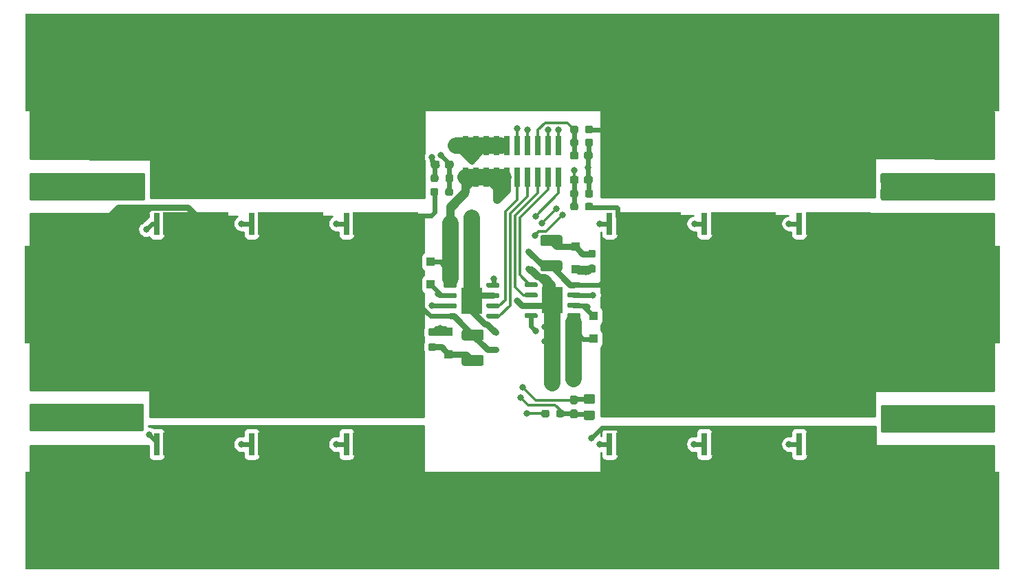
<source format=gtl>
G04 #@! TF.GenerationSoftware,KiCad,Pcbnew,5.1.9*
G04 #@! TF.CreationDate,2021-04-12T04:15:31-03:00*
G04 #@! TF.ProjectId,Switches,53776974-6368-4657-932e-6b696361645f,rev?*
G04 #@! TF.SameCoordinates,Original*
G04 #@! TF.FileFunction,Copper,L1,Top*
G04 #@! TF.FilePolarity,Positive*
%FSLAX46Y46*%
G04 Gerber Fmt 4.6, Leading zero omitted, Abs format (unit mm)*
G04 Created by KiCad (PCBNEW 5.1.9) date 2021-04-12 04:15:31*
%MOMM*%
%LPD*%
G01*
G04 APERTURE LIST*
G04 #@! TA.AperFunction,WasherPad*
%ADD10C,5.000000*%
G04 #@! TD*
G04 #@! TA.AperFunction,SMDPad,CuDef*
%ADD11R,120.000000X12.000000*%
G04 #@! TD*
G04 #@! TA.AperFunction,ComponentPad*
%ADD12C,0.600000*%
G04 #@! TD*
G04 #@! TA.AperFunction,SMDPad,CuDef*
%ADD13R,0.800000X2.800000*%
G04 #@! TD*
G04 #@! TA.AperFunction,SMDPad,CuDef*
%ADD14C,0.100000*%
G04 #@! TD*
G04 #@! TA.AperFunction,SMDPad,CuDef*
%ADD15R,1.100000X1.100000*%
G04 #@! TD*
G04 #@! TA.AperFunction,SMDPad,CuDef*
%ADD16R,48.000000X12.000000*%
G04 #@! TD*
G04 #@! TA.AperFunction,SMDPad,CuDef*
%ADD17R,2.514000X3.200000*%
G04 #@! TD*
G04 #@! TA.AperFunction,ComponentPad*
%ADD18C,0.500000*%
G04 #@! TD*
G04 #@! TA.AperFunction,SMDPad,CuDef*
%ADD19R,0.450000X0.600000*%
G04 #@! TD*
G04 #@! TA.AperFunction,SMDPad,CuDef*
%ADD20R,0.740000X2.400000*%
G04 #@! TD*
G04 #@! TA.AperFunction,ViaPad*
%ADD21C,0.800000*%
G04 #@! TD*
G04 #@! TA.AperFunction,Conductor*
%ADD22C,0.600000*%
G04 #@! TD*
G04 #@! TA.AperFunction,Conductor*
%ADD23C,0.800000*%
G04 #@! TD*
G04 #@! TA.AperFunction,Conductor*
%ADD24C,2.000000*%
G04 #@! TD*
G04 #@! TA.AperFunction,Conductor*
%ADD25C,0.300000*%
G04 #@! TD*
G04 #@! TA.AperFunction,Conductor*
%ADD26C,1.000000*%
G04 #@! TD*
G04 #@! TA.AperFunction,Conductor*
%ADD27C,0.254000*%
G04 #@! TD*
G04 #@! TA.AperFunction,Conductor*
%ADD28C,0.100000*%
G04 #@! TD*
G04 APERTURE END LIST*
D10*
X146870000Y-71260000D03*
X177520000Y-71247920D03*
D11*
X162250000Y-72800000D03*
D10*
X105650000Y-71550000D03*
X117316666Y-71550000D03*
X128983332Y-71550000D03*
X140650000Y-71550000D03*
X218850000Y-71550000D03*
X207183332Y-71550000D03*
X183850000Y-71550000D03*
X195516666Y-71550000D03*
X177630000Y-130840000D03*
X146980000Y-130852080D03*
D11*
X162250000Y-129300000D03*
D10*
X218850000Y-130550000D03*
X207183334Y-130550000D03*
X195516668Y-130550000D03*
X183850000Y-130550000D03*
X105650000Y-130550000D03*
X117316668Y-130550000D03*
X140650000Y-130550000D03*
X128983334Y-130550000D03*
D12*
X206800000Y-108250000D03*
X206800000Y-109250000D03*
X196800000Y-109250000D03*
X196800000Y-108250000D03*
X199300000Y-108750000D03*
X204800000Y-109250000D03*
X200300000Y-108750000D03*
X199800000Y-108250000D03*
X205800000Y-108250000D03*
X198800000Y-108250000D03*
X197300000Y-108750000D03*
X197800000Y-108250000D03*
X199800000Y-109250000D03*
X204800000Y-108250000D03*
X205300000Y-108750000D03*
X203800000Y-109250000D03*
X202300000Y-108750000D03*
X200800000Y-109250000D03*
X203300000Y-108750000D03*
X202800000Y-109250000D03*
X201300000Y-108750000D03*
X201800000Y-108250000D03*
X197800000Y-109250000D03*
X200800000Y-108250000D03*
X198800000Y-109250000D03*
X201800000Y-109250000D03*
X206300000Y-108750000D03*
X202800000Y-108250000D03*
X204300000Y-108750000D03*
X205800000Y-109250000D03*
X198300000Y-108750000D03*
X203800000Y-108250000D03*
X199300000Y-111750000D03*
X198300000Y-110750000D03*
X204800000Y-112250000D03*
X205300000Y-109750000D03*
X198800000Y-110250000D03*
X200300000Y-111750000D03*
X203300000Y-109750000D03*
X198300000Y-109750000D03*
X199800000Y-111250000D03*
X203300000Y-110750000D03*
X205800000Y-111250000D03*
X202300000Y-109750000D03*
X197800000Y-110250000D03*
X198800000Y-111250000D03*
X202300000Y-110750000D03*
X197800000Y-111250000D03*
X199800000Y-112250000D03*
X203800000Y-110250000D03*
X204800000Y-111250000D03*
X204800000Y-110250000D03*
X205300000Y-110750000D03*
X205300000Y-111750000D03*
X203800000Y-112250000D03*
X200300000Y-109750000D03*
X202300000Y-111750000D03*
X200800000Y-112250000D03*
X203300000Y-111750000D03*
X202800000Y-112250000D03*
X201800000Y-110250000D03*
X199300000Y-109750000D03*
X201300000Y-111750000D03*
X201800000Y-111250000D03*
X201300000Y-109750000D03*
X197800000Y-112250000D03*
X200300000Y-110750000D03*
X200800000Y-111250000D03*
X200800000Y-110250000D03*
X202800000Y-110250000D03*
X198800000Y-112250000D03*
X201800000Y-112250000D03*
X204300000Y-109750000D03*
X204300000Y-110750000D03*
X201300000Y-110750000D03*
X202800000Y-111250000D03*
X199800000Y-110250000D03*
X204300000Y-111750000D03*
X199300000Y-110750000D03*
X205800000Y-112250000D03*
X205800000Y-110250000D03*
X198300000Y-111750000D03*
X203800000Y-111250000D03*
X206300000Y-114750000D03*
X206300000Y-112750000D03*
X205800000Y-113250000D03*
X205800000Y-115250000D03*
X206300000Y-115750000D03*
X205800000Y-114250000D03*
X206300000Y-113750000D03*
X205300000Y-114750000D03*
X205300000Y-112750000D03*
X204800000Y-113250000D03*
X204800000Y-115250000D03*
X205300000Y-115750000D03*
X204800000Y-114250000D03*
X205300000Y-113750000D03*
X204300000Y-114750000D03*
X204300000Y-112750000D03*
X203800000Y-113250000D03*
X203800000Y-115250000D03*
X204300000Y-115750000D03*
X203800000Y-114250000D03*
X204300000Y-113750000D03*
X203300000Y-114750000D03*
X203300000Y-112750000D03*
X202800000Y-113250000D03*
X202800000Y-115250000D03*
X203300000Y-115750000D03*
X202800000Y-114250000D03*
X203300000Y-113750000D03*
X202300000Y-114750000D03*
X202300000Y-112750000D03*
X201800000Y-113250000D03*
X201800000Y-115250000D03*
X202300000Y-115750000D03*
X201800000Y-114250000D03*
X202300000Y-113750000D03*
X201300000Y-114750000D03*
X201300000Y-112750000D03*
X200800000Y-113250000D03*
X200800000Y-115250000D03*
X201300000Y-115750000D03*
X200800000Y-114250000D03*
X201300000Y-113750000D03*
X200300000Y-114750000D03*
X200300000Y-112750000D03*
X199800000Y-113250000D03*
X199800000Y-115250000D03*
X200300000Y-115750000D03*
X199800000Y-114250000D03*
X200300000Y-113750000D03*
X199300000Y-114750000D03*
X199300000Y-112750000D03*
X198800000Y-113250000D03*
X198800000Y-115250000D03*
X199300000Y-115750000D03*
X198800000Y-114250000D03*
X199300000Y-113750000D03*
X198300000Y-112750000D03*
X198300000Y-113750000D03*
X197800000Y-113250000D03*
X197800000Y-114250000D03*
X197800000Y-115250000D03*
X198300000Y-114750000D03*
X198300000Y-115750000D03*
X197300000Y-112750000D03*
X197300000Y-113750000D03*
D13*
X197600000Y-119900000D03*
G04 #@! TA.AperFunction,SMDPad,CuDef*
D14*
G36*
X206400000Y-118500000D02*
G01*
X206400000Y-121300000D01*
X205600000Y-121300000D01*
X205600000Y-119300000D01*
X205200000Y-119300000D01*
X205200000Y-121300000D01*
X204400000Y-121300000D01*
X204400000Y-119300000D01*
X204000000Y-119300000D01*
X204000000Y-121300000D01*
X203200000Y-121300000D01*
X203200000Y-119300000D01*
X202800000Y-119300000D01*
X202800000Y-121300000D01*
X202000000Y-121300000D01*
X202000000Y-119300000D01*
X201600000Y-119300000D01*
X201600000Y-121300000D01*
X200800000Y-121300000D01*
X200800000Y-119300000D01*
X200400000Y-119300000D01*
X200400000Y-121300000D01*
X199600000Y-121300000D01*
X199600000Y-119300000D01*
X199200000Y-119300000D01*
X199200000Y-121300000D01*
X198400000Y-121300000D01*
X198400000Y-118500000D01*
X206400000Y-118500000D01*
G37*
G04 #@! TD.AperFunction*
D12*
X197300000Y-115750000D03*
X197300000Y-114750000D03*
G04 #@! TA.AperFunction,SMDPad,CuDef*
D14*
G36*
X206850000Y-108000000D02*
G01*
X206850000Y-109500000D01*
X206150000Y-109500000D01*
X206150000Y-112300000D01*
X206650000Y-112300000D01*
X206650000Y-116000000D01*
X196950000Y-116000000D01*
X196950000Y-112300000D01*
X197450000Y-112300000D01*
X197450000Y-109500000D01*
X196750000Y-109500000D01*
X196750000Y-108000000D01*
X206850000Y-108000000D01*
G37*
G04 #@! TD.AperFunction*
D12*
X195125000Y-108250000D03*
X195125000Y-109250000D03*
X185125000Y-109250000D03*
X185125000Y-108250000D03*
X187625000Y-108750000D03*
X193125000Y-109250000D03*
X188625000Y-108750000D03*
X188125000Y-108250000D03*
X194125000Y-108250000D03*
X187125000Y-108250000D03*
X185625000Y-108750000D03*
X186125000Y-108250000D03*
X188125000Y-109250000D03*
X193125000Y-108250000D03*
X193625000Y-108750000D03*
X192125000Y-109250000D03*
X190625000Y-108750000D03*
X189125000Y-109250000D03*
X191625000Y-108750000D03*
X191125000Y-109250000D03*
X189625000Y-108750000D03*
X190125000Y-108250000D03*
X186125000Y-109250000D03*
X189125000Y-108250000D03*
X187125000Y-109250000D03*
X190125000Y-109250000D03*
X194625000Y-108750000D03*
X191125000Y-108250000D03*
X192625000Y-108750000D03*
X194125000Y-109250000D03*
X186625000Y-108750000D03*
X192125000Y-108250000D03*
X187625000Y-111750000D03*
X186625000Y-110750000D03*
X193125000Y-112250000D03*
X193625000Y-109750000D03*
X187125000Y-110250000D03*
X188625000Y-111750000D03*
X191625000Y-109750000D03*
X186625000Y-109750000D03*
X188125000Y-111250000D03*
X191625000Y-110750000D03*
X194125000Y-111250000D03*
X190625000Y-109750000D03*
X186125000Y-110250000D03*
X187125000Y-111250000D03*
X190625000Y-110750000D03*
X186125000Y-111250000D03*
X188125000Y-112250000D03*
X192125000Y-110250000D03*
X193125000Y-111250000D03*
X193125000Y-110250000D03*
X193625000Y-110750000D03*
X193625000Y-111750000D03*
X192125000Y-112250000D03*
X188625000Y-109750000D03*
X190625000Y-111750000D03*
X189125000Y-112250000D03*
X191625000Y-111750000D03*
X191125000Y-112250000D03*
X190125000Y-110250000D03*
X187625000Y-109750000D03*
X189625000Y-111750000D03*
X190125000Y-111250000D03*
X189625000Y-109750000D03*
X186125000Y-112250000D03*
X188625000Y-110750000D03*
X189125000Y-111250000D03*
X189125000Y-110250000D03*
X191125000Y-110250000D03*
X187125000Y-112250000D03*
X190125000Y-112250000D03*
X192625000Y-109750000D03*
X192625000Y-110750000D03*
X189625000Y-110750000D03*
X191125000Y-111250000D03*
X188125000Y-110250000D03*
X192625000Y-111750000D03*
X187625000Y-110750000D03*
X194125000Y-112250000D03*
X194125000Y-110250000D03*
X186625000Y-111750000D03*
X192125000Y-111250000D03*
X194625000Y-114750000D03*
X194625000Y-112750000D03*
X194125000Y-113250000D03*
X194125000Y-115250000D03*
X194625000Y-115750000D03*
X194125000Y-114250000D03*
X194625000Y-113750000D03*
X193625000Y-114750000D03*
X193625000Y-112750000D03*
X193125000Y-113250000D03*
X193125000Y-115250000D03*
X193625000Y-115750000D03*
X193125000Y-114250000D03*
X193625000Y-113750000D03*
X192625000Y-114750000D03*
X192625000Y-112750000D03*
X192125000Y-113250000D03*
X192125000Y-115250000D03*
X192625000Y-115750000D03*
X192125000Y-114250000D03*
X192625000Y-113750000D03*
X191625000Y-114750000D03*
X191625000Y-112750000D03*
X191125000Y-113250000D03*
X191125000Y-115250000D03*
X191625000Y-115750000D03*
X191125000Y-114250000D03*
X191625000Y-113750000D03*
X190625000Y-114750000D03*
X190625000Y-112750000D03*
X190125000Y-113250000D03*
X190125000Y-115250000D03*
X190625000Y-115750000D03*
X190125000Y-114250000D03*
X190625000Y-113750000D03*
X189625000Y-114750000D03*
X189625000Y-112750000D03*
X189125000Y-113250000D03*
X189125000Y-115250000D03*
X189625000Y-115750000D03*
X189125000Y-114250000D03*
X189625000Y-113750000D03*
X188625000Y-114750000D03*
X188625000Y-112750000D03*
X188125000Y-113250000D03*
X188125000Y-115250000D03*
X188625000Y-115750000D03*
X188125000Y-114250000D03*
X188625000Y-113750000D03*
X187625000Y-114750000D03*
X187625000Y-112750000D03*
X187125000Y-113250000D03*
X187125000Y-115250000D03*
X187625000Y-115750000D03*
X187125000Y-114250000D03*
X187625000Y-113750000D03*
X186625000Y-112750000D03*
X186625000Y-113750000D03*
X186125000Y-113250000D03*
X186125000Y-114250000D03*
X186125000Y-115250000D03*
X186625000Y-114750000D03*
X186625000Y-115750000D03*
X185625000Y-112750000D03*
X185625000Y-113750000D03*
D13*
X185925000Y-119900000D03*
G04 #@! TA.AperFunction,SMDPad,CuDef*
D14*
G36*
X194725000Y-118500000D02*
G01*
X194725000Y-121300000D01*
X193925000Y-121300000D01*
X193925000Y-119300000D01*
X193525000Y-119300000D01*
X193525000Y-121300000D01*
X192725000Y-121300000D01*
X192725000Y-119300000D01*
X192325000Y-119300000D01*
X192325000Y-121300000D01*
X191525000Y-121300000D01*
X191525000Y-119300000D01*
X191125000Y-119300000D01*
X191125000Y-121300000D01*
X190325000Y-121300000D01*
X190325000Y-119300000D01*
X189925000Y-119300000D01*
X189925000Y-121300000D01*
X189125000Y-121300000D01*
X189125000Y-119300000D01*
X188725000Y-119300000D01*
X188725000Y-121300000D01*
X187925000Y-121300000D01*
X187925000Y-119300000D01*
X187525000Y-119300000D01*
X187525000Y-121300000D01*
X186725000Y-121300000D01*
X186725000Y-118500000D01*
X194725000Y-118500000D01*
G37*
G04 #@! TD.AperFunction*
D12*
X185625000Y-115750000D03*
X185625000Y-114750000D03*
G04 #@! TA.AperFunction,SMDPad,CuDef*
D14*
G36*
X195175000Y-108000000D02*
G01*
X195175000Y-109500000D01*
X194475000Y-109500000D01*
X194475000Y-112300000D01*
X194975000Y-112300000D01*
X194975000Y-116000000D01*
X185275000Y-116000000D01*
X185275000Y-112300000D01*
X185775000Y-112300000D01*
X185775000Y-109500000D01*
X185075000Y-109500000D01*
X185075000Y-108000000D01*
X195175000Y-108000000D01*
G37*
G04 #@! TD.AperFunction*
D12*
X183450000Y-108250000D03*
X183450000Y-109250000D03*
X173450000Y-109250000D03*
X173450000Y-108250000D03*
X175950000Y-108750000D03*
X181450000Y-109250000D03*
X176950000Y-108750000D03*
X176450000Y-108250000D03*
X182450000Y-108250000D03*
X175450000Y-108250000D03*
X173950000Y-108750000D03*
X174450000Y-108250000D03*
X176450000Y-109250000D03*
X181450000Y-108250000D03*
X181950000Y-108750000D03*
X180450000Y-109250000D03*
X178950000Y-108750000D03*
X177450000Y-109250000D03*
X179950000Y-108750000D03*
X179450000Y-109250000D03*
X177950000Y-108750000D03*
X178450000Y-108250000D03*
X174450000Y-109250000D03*
X177450000Y-108250000D03*
X175450000Y-109250000D03*
X178450000Y-109250000D03*
X182950000Y-108750000D03*
X179450000Y-108250000D03*
X180950000Y-108750000D03*
X182450000Y-109250000D03*
X174950000Y-108750000D03*
X180450000Y-108250000D03*
X175950000Y-111750000D03*
X174950000Y-110750000D03*
X181450000Y-112250000D03*
X181950000Y-109750000D03*
X175450000Y-110250000D03*
X176950000Y-111750000D03*
X179950000Y-109750000D03*
X174950000Y-109750000D03*
X176450000Y-111250000D03*
X179950000Y-110750000D03*
X182450000Y-111250000D03*
X178950000Y-109750000D03*
X174450000Y-110250000D03*
X175450000Y-111250000D03*
X178950000Y-110750000D03*
X174450000Y-111250000D03*
X176450000Y-112250000D03*
X180450000Y-110250000D03*
X181450000Y-111250000D03*
X181450000Y-110250000D03*
X181950000Y-110750000D03*
X181950000Y-111750000D03*
X180450000Y-112250000D03*
X176950000Y-109750000D03*
X178950000Y-111750000D03*
X177450000Y-112250000D03*
X179950000Y-111750000D03*
X179450000Y-112250000D03*
X178450000Y-110250000D03*
X175950000Y-109750000D03*
X177950000Y-111750000D03*
X178450000Y-111250000D03*
X177950000Y-109750000D03*
X174450000Y-112250000D03*
X176950000Y-110750000D03*
X177450000Y-111250000D03*
X177450000Y-110250000D03*
X179450000Y-110250000D03*
X175450000Y-112250000D03*
X178450000Y-112250000D03*
X180950000Y-109750000D03*
X180950000Y-110750000D03*
X177950000Y-110750000D03*
X179450000Y-111250000D03*
X176450000Y-110250000D03*
X180950000Y-111750000D03*
X175950000Y-110750000D03*
X182450000Y-112250000D03*
X182450000Y-110250000D03*
X174950000Y-111750000D03*
X180450000Y-111250000D03*
X182950000Y-114750000D03*
X182950000Y-112750000D03*
X182450000Y-113250000D03*
X182450000Y-115250000D03*
X182950000Y-115750000D03*
X182450000Y-114250000D03*
X182950000Y-113750000D03*
X181950000Y-114750000D03*
X181950000Y-112750000D03*
X181450000Y-113250000D03*
X181450000Y-115250000D03*
X181950000Y-115750000D03*
X181450000Y-114250000D03*
X181950000Y-113750000D03*
X180950000Y-114750000D03*
X180950000Y-112750000D03*
X180450000Y-113250000D03*
X180450000Y-115250000D03*
X180950000Y-115750000D03*
X180450000Y-114250000D03*
X180950000Y-113750000D03*
X179950000Y-114750000D03*
X179950000Y-112750000D03*
X179450000Y-113250000D03*
X179450000Y-115250000D03*
X179950000Y-115750000D03*
X179450000Y-114250000D03*
X179950000Y-113750000D03*
X178950000Y-114750000D03*
X178950000Y-112750000D03*
X178450000Y-113250000D03*
X178450000Y-115250000D03*
X178950000Y-115750000D03*
X178450000Y-114250000D03*
X178950000Y-113750000D03*
X177950000Y-114750000D03*
X177950000Y-112750000D03*
X177450000Y-113250000D03*
X177450000Y-115250000D03*
X177950000Y-115750000D03*
X177450000Y-114250000D03*
X177950000Y-113750000D03*
X176950000Y-114750000D03*
X176950000Y-112750000D03*
X176450000Y-113250000D03*
X176450000Y-115250000D03*
X176950000Y-115750000D03*
X176450000Y-114250000D03*
X176950000Y-113750000D03*
X175950000Y-114750000D03*
X175950000Y-112750000D03*
X175450000Y-113250000D03*
X175450000Y-115250000D03*
X175950000Y-115750000D03*
X175450000Y-114250000D03*
X175950000Y-113750000D03*
X174950000Y-112750000D03*
X174950000Y-113750000D03*
X174450000Y-113250000D03*
X174450000Y-114250000D03*
X174450000Y-115250000D03*
X174950000Y-114750000D03*
X174950000Y-115750000D03*
X173950000Y-112750000D03*
X173950000Y-113750000D03*
D13*
X174250000Y-119900000D03*
G04 #@! TA.AperFunction,SMDPad,CuDef*
D14*
G36*
X183050000Y-118500000D02*
G01*
X183050000Y-121300000D01*
X182250000Y-121300000D01*
X182250000Y-119300000D01*
X181850000Y-119300000D01*
X181850000Y-121300000D01*
X181050000Y-121300000D01*
X181050000Y-119300000D01*
X180650000Y-119300000D01*
X180650000Y-121300000D01*
X179850000Y-121300000D01*
X179850000Y-119300000D01*
X179450000Y-119300000D01*
X179450000Y-121300000D01*
X178650000Y-121300000D01*
X178650000Y-119300000D01*
X178250000Y-119300000D01*
X178250000Y-121300000D01*
X177450000Y-121300000D01*
X177450000Y-119300000D01*
X177050000Y-119300000D01*
X177050000Y-121300000D01*
X176250000Y-121300000D01*
X176250000Y-119300000D01*
X175850000Y-119300000D01*
X175850000Y-121300000D01*
X175050000Y-121300000D01*
X175050000Y-118500000D01*
X183050000Y-118500000D01*
G37*
G04 #@! TD.AperFunction*
D12*
X173950000Y-115750000D03*
X173950000Y-114750000D03*
G04 #@! TA.AperFunction,SMDPad,CuDef*
D14*
G36*
X183500000Y-108000000D02*
G01*
X183500000Y-109500000D01*
X182800000Y-109500000D01*
X182800000Y-112300000D01*
X183300000Y-112300000D01*
X183300000Y-116000000D01*
X173600000Y-116000000D01*
X173600000Y-112300000D01*
X174100000Y-112300000D01*
X174100000Y-109500000D01*
X173400000Y-109500000D01*
X173400000Y-108000000D01*
X183500000Y-108000000D01*
G37*
G04 #@! TD.AperFunction*
D12*
X151050000Y-108250000D03*
X151050000Y-109250000D03*
X141050000Y-109250000D03*
X141050000Y-108250000D03*
X143550000Y-108750000D03*
X149050000Y-109250000D03*
X144550000Y-108750000D03*
X144050000Y-108250000D03*
X150050000Y-108250000D03*
X143050000Y-108250000D03*
X141550000Y-108750000D03*
X142050000Y-108250000D03*
X144050000Y-109250000D03*
X149050000Y-108250000D03*
X149550000Y-108750000D03*
X148050000Y-109250000D03*
X146550000Y-108750000D03*
X145050000Y-109250000D03*
X147550000Y-108750000D03*
X147050000Y-109250000D03*
X145550000Y-108750000D03*
X146050000Y-108250000D03*
X142050000Y-109250000D03*
X145050000Y-108250000D03*
X143050000Y-109250000D03*
X146050000Y-109250000D03*
X150550000Y-108750000D03*
X147050000Y-108250000D03*
X148550000Y-108750000D03*
X150050000Y-109250000D03*
X142550000Y-108750000D03*
X148050000Y-108250000D03*
X143550000Y-111750000D03*
X142550000Y-110750000D03*
X149050000Y-112250000D03*
X149550000Y-109750000D03*
X143050000Y-110250000D03*
X144550000Y-111750000D03*
X147550000Y-109750000D03*
X142550000Y-109750000D03*
X144050000Y-111250000D03*
X147550000Y-110750000D03*
X150050000Y-111250000D03*
X146550000Y-109750000D03*
X142050000Y-110250000D03*
X143050000Y-111250000D03*
X146550000Y-110750000D03*
X142050000Y-111250000D03*
X144050000Y-112250000D03*
X148050000Y-110250000D03*
X149050000Y-111250000D03*
X149050000Y-110250000D03*
X149550000Y-110750000D03*
X149550000Y-111750000D03*
X148050000Y-112250000D03*
X144550000Y-109750000D03*
X146550000Y-111750000D03*
X145050000Y-112250000D03*
X147550000Y-111750000D03*
X147050000Y-112250000D03*
X146050000Y-110250000D03*
X143550000Y-109750000D03*
X145550000Y-111750000D03*
X146050000Y-111250000D03*
X145550000Y-109750000D03*
X142050000Y-112250000D03*
X144550000Y-110750000D03*
X145050000Y-111250000D03*
X145050000Y-110250000D03*
X147050000Y-110250000D03*
X143050000Y-112250000D03*
X146050000Y-112250000D03*
X148550000Y-109750000D03*
X148550000Y-110750000D03*
X145550000Y-110750000D03*
X147050000Y-111250000D03*
X144050000Y-110250000D03*
X148550000Y-111750000D03*
X143550000Y-110750000D03*
X150050000Y-112250000D03*
X150050000Y-110250000D03*
X142550000Y-111750000D03*
X148050000Y-111250000D03*
X150550000Y-114750000D03*
X150550000Y-112750000D03*
X150050000Y-113250000D03*
X150050000Y-115250000D03*
X150550000Y-115750000D03*
X150050000Y-114250000D03*
X150550000Y-113750000D03*
X149550000Y-114750000D03*
X149550000Y-112750000D03*
X149050000Y-113250000D03*
X149050000Y-115250000D03*
X149550000Y-115750000D03*
X149050000Y-114250000D03*
X149550000Y-113750000D03*
X148550000Y-114750000D03*
X148550000Y-112750000D03*
X148050000Y-113250000D03*
X148050000Y-115250000D03*
X148550000Y-115750000D03*
X148050000Y-114250000D03*
X148550000Y-113750000D03*
X147550000Y-114750000D03*
X147550000Y-112750000D03*
X147050000Y-113250000D03*
X147050000Y-115250000D03*
X147550000Y-115750000D03*
X147050000Y-114250000D03*
X147550000Y-113750000D03*
X146550000Y-114750000D03*
X146550000Y-112750000D03*
X146050000Y-113250000D03*
X146050000Y-115250000D03*
X146550000Y-115750000D03*
X146050000Y-114250000D03*
X146550000Y-113750000D03*
X145550000Y-114750000D03*
X145550000Y-112750000D03*
X145050000Y-113250000D03*
X145050000Y-115250000D03*
X145550000Y-115750000D03*
X145050000Y-114250000D03*
X145550000Y-113750000D03*
X144550000Y-114750000D03*
X144550000Y-112750000D03*
X144050000Y-113250000D03*
X144050000Y-115250000D03*
X144550000Y-115750000D03*
X144050000Y-114250000D03*
X144550000Y-113750000D03*
X143550000Y-114750000D03*
X143550000Y-112750000D03*
X143050000Y-113250000D03*
X143050000Y-115250000D03*
X143550000Y-115750000D03*
X143050000Y-114250000D03*
X143550000Y-113750000D03*
X142550000Y-112750000D03*
X142550000Y-113750000D03*
X142050000Y-113250000D03*
X142050000Y-114250000D03*
X142050000Y-115250000D03*
X142550000Y-114750000D03*
X142550000Y-115750000D03*
X141550000Y-112750000D03*
X141550000Y-113750000D03*
D13*
X141850000Y-119900000D03*
G04 #@! TA.AperFunction,SMDPad,CuDef*
D14*
G36*
X150650000Y-118500000D02*
G01*
X150650000Y-121300000D01*
X149850000Y-121300000D01*
X149850000Y-119300000D01*
X149450000Y-119300000D01*
X149450000Y-121300000D01*
X148650000Y-121300000D01*
X148650000Y-119300000D01*
X148250000Y-119300000D01*
X148250000Y-121300000D01*
X147450000Y-121300000D01*
X147450000Y-119300000D01*
X147050000Y-119300000D01*
X147050000Y-121300000D01*
X146250000Y-121300000D01*
X146250000Y-119300000D01*
X145850000Y-119300000D01*
X145850000Y-121300000D01*
X145050000Y-121300000D01*
X145050000Y-119300000D01*
X144650000Y-119300000D01*
X144650000Y-121300000D01*
X143850000Y-121300000D01*
X143850000Y-119300000D01*
X143450000Y-119300000D01*
X143450000Y-121300000D01*
X142650000Y-121300000D01*
X142650000Y-118500000D01*
X150650000Y-118500000D01*
G37*
G04 #@! TD.AperFunction*
D12*
X141550000Y-115750000D03*
X141550000Y-114750000D03*
G04 #@! TA.AperFunction,SMDPad,CuDef*
D14*
G36*
X151100000Y-108000000D02*
G01*
X151100000Y-109500000D01*
X150400000Y-109500000D01*
X150400000Y-112300000D01*
X150900000Y-112300000D01*
X150900000Y-116000000D01*
X141200000Y-116000000D01*
X141200000Y-112300000D01*
X141700000Y-112300000D01*
X141700000Y-109500000D01*
X141000000Y-109500000D01*
X141000000Y-108000000D01*
X151100000Y-108000000D01*
G37*
G04 #@! TD.AperFunction*
D12*
X139375000Y-108250000D03*
X139375000Y-109250000D03*
X129375000Y-109250000D03*
X129375000Y-108250000D03*
X131875000Y-108750000D03*
X137375000Y-109250000D03*
X132875000Y-108750000D03*
X132375000Y-108250000D03*
X138375000Y-108250000D03*
X131375000Y-108250000D03*
X129875000Y-108750000D03*
X130375000Y-108250000D03*
X132375000Y-109250000D03*
X137375000Y-108250000D03*
X137875000Y-108750000D03*
X136375000Y-109250000D03*
X134875000Y-108750000D03*
X133375000Y-109250000D03*
X135875000Y-108750000D03*
X135375000Y-109250000D03*
X133875000Y-108750000D03*
X134375000Y-108250000D03*
X130375000Y-109250000D03*
X133375000Y-108250000D03*
X131375000Y-109250000D03*
X134375000Y-109250000D03*
X138875000Y-108750000D03*
X135375000Y-108250000D03*
X136875000Y-108750000D03*
X138375000Y-109250000D03*
X130875000Y-108750000D03*
X136375000Y-108250000D03*
X131875000Y-111750000D03*
X130875000Y-110750000D03*
X137375000Y-112250000D03*
X137875000Y-109750000D03*
X131375000Y-110250000D03*
X132875000Y-111750000D03*
X135875000Y-109750000D03*
X130875000Y-109750000D03*
X132375000Y-111250000D03*
X135875000Y-110750000D03*
X138375000Y-111250000D03*
X134875000Y-109750000D03*
X130375000Y-110250000D03*
X131375000Y-111250000D03*
X134875000Y-110750000D03*
X130375000Y-111250000D03*
X132375000Y-112250000D03*
X136375000Y-110250000D03*
X137375000Y-111250000D03*
X137375000Y-110250000D03*
X137875000Y-110750000D03*
X137875000Y-111750000D03*
X136375000Y-112250000D03*
X132875000Y-109750000D03*
X134875000Y-111750000D03*
X133375000Y-112250000D03*
X135875000Y-111750000D03*
X135375000Y-112250000D03*
X134375000Y-110250000D03*
X131875000Y-109750000D03*
X133875000Y-111750000D03*
X134375000Y-111250000D03*
X133875000Y-109750000D03*
X130375000Y-112250000D03*
X132875000Y-110750000D03*
X133375000Y-111250000D03*
X133375000Y-110250000D03*
X135375000Y-110250000D03*
X131375000Y-112250000D03*
X134375000Y-112250000D03*
X136875000Y-109750000D03*
X136875000Y-110750000D03*
X133875000Y-110750000D03*
X135375000Y-111250000D03*
X132375000Y-110250000D03*
X136875000Y-111750000D03*
X131875000Y-110750000D03*
X138375000Y-112250000D03*
X138375000Y-110250000D03*
X130875000Y-111750000D03*
X136375000Y-111250000D03*
X138875000Y-114750000D03*
X138875000Y-112750000D03*
X138375000Y-113250000D03*
X138375000Y-115250000D03*
X138875000Y-115750000D03*
X138375000Y-114250000D03*
X138875000Y-113750000D03*
X137875000Y-114750000D03*
X137875000Y-112750000D03*
X137375000Y-113250000D03*
X137375000Y-115250000D03*
X137875000Y-115750000D03*
X137375000Y-114250000D03*
X137875000Y-113750000D03*
X136875000Y-114750000D03*
X136875000Y-112750000D03*
X136375000Y-113250000D03*
X136375000Y-115250000D03*
X136875000Y-115750000D03*
X136375000Y-114250000D03*
X136875000Y-113750000D03*
X135875000Y-114750000D03*
X135875000Y-112750000D03*
X135375000Y-113250000D03*
X135375000Y-115250000D03*
X135875000Y-115750000D03*
X135375000Y-114250000D03*
X135875000Y-113750000D03*
X134875000Y-114750000D03*
X134875000Y-112750000D03*
X134375000Y-113250000D03*
X134375000Y-115250000D03*
X134875000Y-115750000D03*
X134375000Y-114250000D03*
X134875000Y-113750000D03*
X133875000Y-114750000D03*
X133875000Y-112750000D03*
X133375000Y-113250000D03*
X133375000Y-115250000D03*
X133875000Y-115750000D03*
X133375000Y-114250000D03*
X133875000Y-113750000D03*
X132875000Y-114750000D03*
X132875000Y-112750000D03*
X132375000Y-113250000D03*
X132375000Y-115250000D03*
X132875000Y-115750000D03*
X132375000Y-114250000D03*
X132875000Y-113750000D03*
X131875000Y-114750000D03*
X131875000Y-112750000D03*
X131375000Y-113250000D03*
X131375000Y-115250000D03*
X131875000Y-115750000D03*
X131375000Y-114250000D03*
X131875000Y-113750000D03*
X130875000Y-112750000D03*
X130875000Y-113750000D03*
X130375000Y-113250000D03*
X130375000Y-114250000D03*
X130375000Y-115250000D03*
X130875000Y-114750000D03*
X130875000Y-115750000D03*
X129875000Y-112750000D03*
X129875000Y-113750000D03*
D13*
X130175000Y-119900000D03*
G04 #@! TA.AperFunction,SMDPad,CuDef*
D14*
G36*
X138975000Y-118500000D02*
G01*
X138975000Y-121300000D01*
X138175000Y-121300000D01*
X138175000Y-119300000D01*
X137775000Y-119300000D01*
X137775000Y-121300000D01*
X136975000Y-121300000D01*
X136975000Y-119300000D01*
X136575000Y-119300000D01*
X136575000Y-121300000D01*
X135775000Y-121300000D01*
X135775000Y-119300000D01*
X135375000Y-119300000D01*
X135375000Y-121300000D01*
X134575000Y-121300000D01*
X134575000Y-119300000D01*
X134175000Y-119300000D01*
X134175000Y-121300000D01*
X133375000Y-121300000D01*
X133375000Y-119300000D01*
X132975000Y-119300000D01*
X132975000Y-121300000D01*
X132175000Y-121300000D01*
X132175000Y-119300000D01*
X131775000Y-119300000D01*
X131775000Y-121300000D01*
X130975000Y-121300000D01*
X130975000Y-118500000D01*
X138975000Y-118500000D01*
G37*
G04 #@! TD.AperFunction*
D12*
X129875000Y-115750000D03*
X129875000Y-114750000D03*
G04 #@! TA.AperFunction,SMDPad,CuDef*
D14*
G36*
X139425000Y-108000000D02*
G01*
X139425000Y-109500000D01*
X138725000Y-109500000D01*
X138725000Y-112300000D01*
X139225000Y-112300000D01*
X139225000Y-116000000D01*
X129525000Y-116000000D01*
X129525000Y-112300000D01*
X130025000Y-112300000D01*
X130025000Y-109500000D01*
X129325000Y-109500000D01*
X129325000Y-108000000D01*
X139425000Y-108000000D01*
G37*
G04 #@! TD.AperFunction*
D12*
X127700000Y-108250000D03*
X127700000Y-109250000D03*
X117700000Y-109250000D03*
X117700000Y-108250000D03*
X120200000Y-108750000D03*
X125700000Y-109250000D03*
X121200000Y-108750000D03*
X120700000Y-108250000D03*
X126700000Y-108250000D03*
X119700000Y-108250000D03*
X118200000Y-108750000D03*
X118700000Y-108250000D03*
X120700000Y-109250000D03*
X125700000Y-108250000D03*
X126200000Y-108750000D03*
X124700000Y-109250000D03*
X123200000Y-108750000D03*
X121700000Y-109250000D03*
X124200000Y-108750000D03*
X123700000Y-109250000D03*
X122200000Y-108750000D03*
X122700000Y-108250000D03*
X118700000Y-109250000D03*
X121700000Y-108250000D03*
X119700000Y-109250000D03*
X122700000Y-109250000D03*
X127200000Y-108750000D03*
X123700000Y-108250000D03*
X125200000Y-108750000D03*
X126700000Y-109250000D03*
X119200000Y-108750000D03*
X124700000Y-108250000D03*
X120200000Y-111750000D03*
X119200000Y-110750000D03*
X125700000Y-112250000D03*
X126200000Y-109750000D03*
X119700000Y-110250000D03*
X121200000Y-111750000D03*
X124200000Y-109750000D03*
X119200000Y-109750000D03*
X120700000Y-111250000D03*
X124200000Y-110750000D03*
X126700000Y-111250000D03*
X123200000Y-109750000D03*
X118700000Y-110250000D03*
X119700000Y-111250000D03*
X123200000Y-110750000D03*
X118700000Y-111250000D03*
X120700000Y-112250000D03*
X124700000Y-110250000D03*
X125700000Y-111250000D03*
X125700000Y-110250000D03*
X126200000Y-110750000D03*
X126200000Y-111750000D03*
X124700000Y-112250000D03*
X121200000Y-109750000D03*
X123200000Y-111750000D03*
X121700000Y-112250000D03*
X124200000Y-111750000D03*
X123700000Y-112250000D03*
X122700000Y-110250000D03*
X120200000Y-109750000D03*
X122200000Y-111750000D03*
X122700000Y-111250000D03*
X122200000Y-109750000D03*
X118700000Y-112250000D03*
X121200000Y-110750000D03*
X121700000Y-111250000D03*
X121700000Y-110250000D03*
X123700000Y-110250000D03*
X119700000Y-112250000D03*
X122700000Y-112250000D03*
X125200000Y-109750000D03*
X125200000Y-110750000D03*
X122200000Y-110750000D03*
X123700000Y-111250000D03*
X120700000Y-110250000D03*
X125200000Y-111750000D03*
X120200000Y-110750000D03*
X126700000Y-112250000D03*
X126700000Y-110250000D03*
X119200000Y-111750000D03*
X124700000Y-111250000D03*
X127200000Y-114750000D03*
X127200000Y-112750000D03*
X126700000Y-113250000D03*
X126700000Y-115250000D03*
X127200000Y-115750000D03*
X126700000Y-114250000D03*
X127200000Y-113750000D03*
X126200000Y-114750000D03*
X126200000Y-112750000D03*
X125700000Y-113250000D03*
X125700000Y-115250000D03*
X126200000Y-115750000D03*
X125700000Y-114250000D03*
X126200000Y-113750000D03*
X125200000Y-114750000D03*
X125200000Y-112750000D03*
X124700000Y-113250000D03*
X124700000Y-115250000D03*
X125200000Y-115750000D03*
X124700000Y-114250000D03*
X125200000Y-113750000D03*
X124200000Y-114750000D03*
X124200000Y-112750000D03*
X123700000Y-113250000D03*
X123700000Y-115250000D03*
X124200000Y-115750000D03*
X123700000Y-114250000D03*
X124200000Y-113750000D03*
X123200000Y-114750000D03*
X123200000Y-112750000D03*
X122700000Y-113250000D03*
X122700000Y-115250000D03*
X123200000Y-115750000D03*
X122700000Y-114250000D03*
X123200000Y-113750000D03*
X122200000Y-114750000D03*
X122200000Y-112750000D03*
X121700000Y-113250000D03*
X121700000Y-115250000D03*
X122200000Y-115750000D03*
X121700000Y-114250000D03*
X122200000Y-113750000D03*
X121200000Y-114750000D03*
X121200000Y-112750000D03*
X120700000Y-113250000D03*
X120700000Y-115250000D03*
X121200000Y-115750000D03*
X120700000Y-114250000D03*
X121200000Y-113750000D03*
X120200000Y-114750000D03*
X120200000Y-112750000D03*
X119700000Y-113250000D03*
X119700000Y-115250000D03*
X120200000Y-115750000D03*
X119700000Y-114250000D03*
X120200000Y-113750000D03*
X119200000Y-112750000D03*
X119200000Y-113750000D03*
X118700000Y-113250000D03*
X118700000Y-114250000D03*
X118700000Y-115250000D03*
X119200000Y-114750000D03*
X119200000Y-115750000D03*
X118200000Y-112750000D03*
X118200000Y-113750000D03*
D13*
X118500000Y-119900000D03*
G04 #@! TA.AperFunction,SMDPad,CuDef*
D14*
G36*
X127300000Y-118500000D02*
G01*
X127300000Y-121300000D01*
X126500000Y-121300000D01*
X126500000Y-119300000D01*
X126100000Y-119300000D01*
X126100000Y-121300000D01*
X125300000Y-121300000D01*
X125300000Y-119300000D01*
X124900000Y-119300000D01*
X124900000Y-121300000D01*
X124100000Y-121300000D01*
X124100000Y-119300000D01*
X123700000Y-119300000D01*
X123700000Y-121300000D01*
X122900000Y-121300000D01*
X122900000Y-119300000D01*
X122500000Y-119300000D01*
X122500000Y-121300000D01*
X121700000Y-121300000D01*
X121700000Y-119300000D01*
X121300000Y-119300000D01*
X121300000Y-121300000D01*
X120500000Y-121300000D01*
X120500000Y-119300000D01*
X120100000Y-119300000D01*
X120100000Y-121300000D01*
X119300000Y-121300000D01*
X119300000Y-118500000D01*
X127300000Y-118500000D01*
G37*
G04 #@! TD.AperFunction*
D12*
X118200000Y-115750000D03*
X118200000Y-114750000D03*
G04 #@! TA.AperFunction,SMDPad,CuDef*
D14*
G36*
X127750000Y-108000000D02*
G01*
X127750000Y-109500000D01*
X127050000Y-109500000D01*
X127050000Y-112300000D01*
X127550000Y-112300000D01*
X127550000Y-116000000D01*
X117850000Y-116000000D01*
X117850000Y-112300000D01*
X118350000Y-112300000D01*
X118350000Y-109500000D01*
X117650000Y-109500000D01*
X117650000Y-108000000D01*
X127750000Y-108000000D01*
G37*
G04 #@! TD.AperFunction*
D12*
X206800000Y-81050000D03*
X206800000Y-82050000D03*
X196800000Y-82050000D03*
X196800000Y-81050000D03*
X199300000Y-81550000D03*
X204800000Y-82050000D03*
X200300000Y-81550000D03*
X199800000Y-81050000D03*
X205800000Y-81050000D03*
X198800000Y-81050000D03*
X197300000Y-81550000D03*
X197800000Y-81050000D03*
X199800000Y-82050000D03*
X204800000Y-81050000D03*
X205300000Y-81550000D03*
X203800000Y-82050000D03*
X202300000Y-81550000D03*
X200800000Y-82050000D03*
X203300000Y-81550000D03*
X202800000Y-82050000D03*
X201300000Y-81550000D03*
X201800000Y-81050000D03*
X197800000Y-82050000D03*
X200800000Y-81050000D03*
X198800000Y-82050000D03*
X201800000Y-82050000D03*
X206300000Y-81550000D03*
X202800000Y-81050000D03*
X204300000Y-81550000D03*
X205800000Y-82050000D03*
X198300000Y-81550000D03*
X203800000Y-81050000D03*
X199300000Y-84550000D03*
X198300000Y-83550000D03*
X204800000Y-85050000D03*
X205300000Y-82550000D03*
X198800000Y-83050000D03*
X200300000Y-84550000D03*
X203300000Y-82550000D03*
X198300000Y-82550000D03*
X199800000Y-84050000D03*
X203300000Y-83550000D03*
X205800000Y-84050000D03*
X202300000Y-82550000D03*
X197800000Y-83050000D03*
X198800000Y-84050000D03*
X202300000Y-83550000D03*
X197800000Y-84050000D03*
X199800000Y-85050000D03*
X203800000Y-83050000D03*
X204800000Y-84050000D03*
X204800000Y-83050000D03*
X205300000Y-83550000D03*
X205300000Y-84550000D03*
X203800000Y-85050000D03*
X200300000Y-82550000D03*
X202300000Y-84550000D03*
X200800000Y-85050000D03*
X203300000Y-84550000D03*
X202800000Y-85050000D03*
X201800000Y-83050000D03*
X199300000Y-82550000D03*
X201300000Y-84550000D03*
X201800000Y-84050000D03*
X201300000Y-82550000D03*
X197800000Y-85050000D03*
X200300000Y-83550000D03*
X200800000Y-84050000D03*
X200800000Y-83050000D03*
X202800000Y-83050000D03*
X198800000Y-85050000D03*
X201800000Y-85050000D03*
X204300000Y-82550000D03*
X204300000Y-83550000D03*
X201300000Y-83550000D03*
X202800000Y-84050000D03*
X199800000Y-83050000D03*
X204300000Y-84550000D03*
X199300000Y-83550000D03*
X205800000Y-85050000D03*
X205800000Y-83050000D03*
X198300000Y-84550000D03*
X203800000Y-84050000D03*
X206300000Y-87550000D03*
X206300000Y-85550000D03*
X205800000Y-86050000D03*
X205800000Y-88050000D03*
X206300000Y-88550000D03*
X205800000Y-87050000D03*
X206300000Y-86550000D03*
X205300000Y-87550000D03*
X205300000Y-85550000D03*
X204800000Y-86050000D03*
X204800000Y-88050000D03*
X205300000Y-88550000D03*
X204800000Y-87050000D03*
X205300000Y-86550000D03*
X204300000Y-87550000D03*
X204300000Y-85550000D03*
X203800000Y-86050000D03*
X203800000Y-88050000D03*
X204300000Y-88550000D03*
X203800000Y-87050000D03*
X204300000Y-86550000D03*
X203300000Y-87550000D03*
X203300000Y-85550000D03*
X202800000Y-86050000D03*
X202800000Y-88050000D03*
X203300000Y-88550000D03*
X202800000Y-87050000D03*
X203300000Y-86550000D03*
X202300000Y-87550000D03*
X202300000Y-85550000D03*
X201800000Y-86050000D03*
X201800000Y-88050000D03*
X202300000Y-88550000D03*
X201800000Y-87050000D03*
X202300000Y-86550000D03*
X201300000Y-87550000D03*
X201300000Y-85550000D03*
X200800000Y-86050000D03*
X200800000Y-88050000D03*
X201300000Y-88550000D03*
X200800000Y-87050000D03*
X201300000Y-86550000D03*
X200300000Y-87550000D03*
X200300000Y-85550000D03*
X199800000Y-86050000D03*
X199800000Y-88050000D03*
X200300000Y-88550000D03*
X199800000Y-87050000D03*
X200300000Y-86550000D03*
X199300000Y-87550000D03*
X199300000Y-85550000D03*
X198800000Y-86050000D03*
X198800000Y-88050000D03*
X199300000Y-88550000D03*
X198800000Y-87050000D03*
X199300000Y-86550000D03*
X198300000Y-85550000D03*
X198300000Y-86550000D03*
X197800000Y-86050000D03*
X197800000Y-87050000D03*
X197800000Y-88050000D03*
X198300000Y-87550000D03*
X198300000Y-88550000D03*
X197300000Y-85550000D03*
X197300000Y-86550000D03*
D13*
X197600000Y-92700000D03*
G04 #@! TA.AperFunction,SMDPad,CuDef*
D14*
G36*
X206400000Y-91300000D02*
G01*
X206400000Y-94100000D01*
X205600000Y-94100000D01*
X205600000Y-92100000D01*
X205200000Y-92100000D01*
X205200000Y-94100000D01*
X204400000Y-94100000D01*
X204400000Y-92100000D01*
X204000000Y-92100000D01*
X204000000Y-94100000D01*
X203200000Y-94100000D01*
X203200000Y-92100000D01*
X202800000Y-92100000D01*
X202800000Y-94100000D01*
X202000000Y-94100000D01*
X202000000Y-92100000D01*
X201600000Y-92100000D01*
X201600000Y-94100000D01*
X200800000Y-94100000D01*
X200800000Y-92100000D01*
X200400000Y-92100000D01*
X200400000Y-94100000D01*
X199600000Y-94100000D01*
X199600000Y-92100000D01*
X199200000Y-92100000D01*
X199200000Y-94100000D01*
X198400000Y-94100000D01*
X198400000Y-91300000D01*
X206400000Y-91300000D01*
G37*
G04 #@! TD.AperFunction*
D12*
X197300000Y-88550000D03*
X197300000Y-87550000D03*
G04 #@! TA.AperFunction,SMDPad,CuDef*
D14*
G36*
X206850000Y-80800000D02*
G01*
X206850000Y-82300000D01*
X206150000Y-82300000D01*
X206150000Y-85100000D01*
X206650000Y-85100000D01*
X206650000Y-88800000D01*
X196950000Y-88800000D01*
X196950000Y-85100000D01*
X197450000Y-85100000D01*
X197450000Y-82300000D01*
X196750000Y-82300000D01*
X196750000Y-80800000D01*
X206850000Y-80800000D01*
G37*
G04 #@! TD.AperFunction*
D12*
X195125000Y-81050000D03*
X195125000Y-82050000D03*
X185125000Y-82050000D03*
X185125000Y-81050000D03*
X187625000Y-81550000D03*
X193125000Y-82050000D03*
X188625000Y-81550000D03*
X188125000Y-81050000D03*
X194125000Y-81050000D03*
X187125000Y-81050000D03*
X185625000Y-81550000D03*
X186125000Y-81050000D03*
X188125000Y-82050000D03*
X193125000Y-81050000D03*
X193625000Y-81550000D03*
X192125000Y-82050000D03*
X190625000Y-81550000D03*
X189125000Y-82050000D03*
X191625000Y-81550000D03*
X191125000Y-82050000D03*
X189625000Y-81550000D03*
X190125000Y-81050000D03*
X186125000Y-82050000D03*
X189125000Y-81050000D03*
X187125000Y-82050000D03*
X190125000Y-82050000D03*
X194625000Y-81550000D03*
X191125000Y-81050000D03*
X192625000Y-81550000D03*
X194125000Y-82050000D03*
X186625000Y-81550000D03*
X192125000Y-81050000D03*
X187625000Y-84550000D03*
X186625000Y-83550000D03*
X193125000Y-85050000D03*
X193625000Y-82550000D03*
X187125000Y-83050000D03*
X188625000Y-84550000D03*
X191625000Y-82550000D03*
X186625000Y-82550000D03*
X188125000Y-84050000D03*
X191625000Y-83550000D03*
X194125000Y-84050000D03*
X190625000Y-82550000D03*
X186125000Y-83050000D03*
X187125000Y-84050000D03*
X190625000Y-83550000D03*
X186125000Y-84050000D03*
X188125000Y-85050000D03*
X192125000Y-83050000D03*
X193125000Y-84050000D03*
X193125000Y-83050000D03*
X193625000Y-83550000D03*
X193625000Y-84550000D03*
X192125000Y-85050000D03*
X188625000Y-82550000D03*
X190625000Y-84550000D03*
X189125000Y-85050000D03*
X191625000Y-84550000D03*
X191125000Y-85050000D03*
X190125000Y-83050000D03*
X187625000Y-82550000D03*
X189625000Y-84550000D03*
X190125000Y-84050000D03*
X189625000Y-82550000D03*
X186125000Y-85050000D03*
X188625000Y-83550000D03*
X189125000Y-84050000D03*
X189125000Y-83050000D03*
X191125000Y-83050000D03*
X187125000Y-85050000D03*
X190125000Y-85050000D03*
X192625000Y-82550000D03*
X192625000Y-83550000D03*
X189625000Y-83550000D03*
X191125000Y-84050000D03*
X188125000Y-83050000D03*
X192625000Y-84550000D03*
X187625000Y-83550000D03*
X194125000Y-85050000D03*
X194125000Y-83050000D03*
X186625000Y-84550000D03*
X192125000Y-84050000D03*
X194625000Y-87550000D03*
X194625000Y-85550000D03*
X194125000Y-86050000D03*
X194125000Y-88050000D03*
X194625000Y-88550000D03*
X194125000Y-87050000D03*
X194625000Y-86550000D03*
X193625000Y-87550000D03*
X193625000Y-85550000D03*
X193125000Y-86050000D03*
X193125000Y-88050000D03*
X193625000Y-88550000D03*
X193125000Y-87050000D03*
X193625000Y-86550000D03*
X192625000Y-87550000D03*
X192625000Y-85550000D03*
X192125000Y-86050000D03*
X192125000Y-88050000D03*
X192625000Y-88550000D03*
X192125000Y-87050000D03*
X192625000Y-86550000D03*
X191625000Y-87550000D03*
X191625000Y-85550000D03*
X191125000Y-86050000D03*
X191125000Y-88050000D03*
X191625000Y-88550000D03*
X191125000Y-87050000D03*
X191625000Y-86550000D03*
X190625000Y-87550000D03*
X190625000Y-85550000D03*
X190125000Y-86050000D03*
X190125000Y-88050000D03*
X190625000Y-88550000D03*
X190125000Y-87050000D03*
X190625000Y-86550000D03*
X189625000Y-87550000D03*
X189625000Y-85550000D03*
X189125000Y-86050000D03*
X189125000Y-88050000D03*
X189625000Y-88550000D03*
X189125000Y-87050000D03*
X189625000Y-86550000D03*
X188625000Y-87550000D03*
X188625000Y-85550000D03*
X188125000Y-86050000D03*
X188125000Y-88050000D03*
X188625000Y-88550000D03*
X188125000Y-87050000D03*
X188625000Y-86550000D03*
X187625000Y-87550000D03*
X187625000Y-85550000D03*
X187125000Y-86050000D03*
X187125000Y-88050000D03*
X187625000Y-88550000D03*
X187125000Y-87050000D03*
X187625000Y-86550000D03*
X186625000Y-85550000D03*
X186625000Y-86550000D03*
X186125000Y-86050000D03*
X186125000Y-87050000D03*
X186125000Y-88050000D03*
X186625000Y-87550000D03*
X186625000Y-88550000D03*
X185625000Y-85550000D03*
X185625000Y-86550000D03*
D13*
X185925000Y-92700000D03*
G04 #@! TA.AperFunction,SMDPad,CuDef*
D14*
G36*
X194725000Y-91300000D02*
G01*
X194725000Y-94100000D01*
X193925000Y-94100000D01*
X193925000Y-92100000D01*
X193525000Y-92100000D01*
X193525000Y-94100000D01*
X192725000Y-94100000D01*
X192725000Y-92100000D01*
X192325000Y-92100000D01*
X192325000Y-94100000D01*
X191525000Y-94100000D01*
X191525000Y-92100000D01*
X191125000Y-92100000D01*
X191125000Y-94100000D01*
X190325000Y-94100000D01*
X190325000Y-92100000D01*
X189925000Y-92100000D01*
X189925000Y-94100000D01*
X189125000Y-94100000D01*
X189125000Y-92100000D01*
X188725000Y-92100000D01*
X188725000Y-94100000D01*
X187925000Y-94100000D01*
X187925000Y-92100000D01*
X187525000Y-92100000D01*
X187525000Y-94100000D01*
X186725000Y-94100000D01*
X186725000Y-91300000D01*
X194725000Y-91300000D01*
G37*
G04 #@! TD.AperFunction*
D12*
X185625000Y-88550000D03*
X185625000Y-87550000D03*
G04 #@! TA.AperFunction,SMDPad,CuDef*
D14*
G36*
X195175000Y-80800000D02*
G01*
X195175000Y-82300000D01*
X194475000Y-82300000D01*
X194475000Y-85100000D01*
X194975000Y-85100000D01*
X194975000Y-88800000D01*
X185275000Y-88800000D01*
X185275000Y-85100000D01*
X185775000Y-85100000D01*
X185775000Y-82300000D01*
X185075000Y-82300000D01*
X185075000Y-80800000D01*
X195175000Y-80800000D01*
G37*
G04 #@! TD.AperFunction*
D12*
X183450000Y-81050000D03*
X183450000Y-82050000D03*
X173450000Y-82050000D03*
X173450000Y-81050000D03*
X175950000Y-81550000D03*
X181450000Y-82050000D03*
X176950000Y-81550000D03*
X176450000Y-81050000D03*
X182450000Y-81050000D03*
X175450000Y-81050000D03*
X173950000Y-81550000D03*
X174450000Y-81050000D03*
X176450000Y-82050000D03*
X181450000Y-81050000D03*
X181950000Y-81550000D03*
X180450000Y-82050000D03*
X178950000Y-81550000D03*
X177450000Y-82050000D03*
X179950000Y-81550000D03*
X179450000Y-82050000D03*
X177950000Y-81550000D03*
X178450000Y-81050000D03*
X174450000Y-82050000D03*
X177450000Y-81050000D03*
X175450000Y-82050000D03*
X178450000Y-82050000D03*
X182950000Y-81550000D03*
X179450000Y-81050000D03*
X180950000Y-81550000D03*
X182450000Y-82050000D03*
X174950000Y-81550000D03*
X180450000Y-81050000D03*
X175950000Y-84550000D03*
X174950000Y-83550000D03*
X181450000Y-85050000D03*
X181950000Y-82550000D03*
X175450000Y-83050000D03*
X176950000Y-84550000D03*
X179950000Y-82550000D03*
X174950000Y-82550000D03*
X176450000Y-84050000D03*
X179950000Y-83550000D03*
X182450000Y-84050000D03*
X178950000Y-82550000D03*
X174450000Y-83050000D03*
X175450000Y-84050000D03*
X178950000Y-83550000D03*
X174450000Y-84050000D03*
X176450000Y-85050000D03*
X180450000Y-83050000D03*
X181450000Y-84050000D03*
X181450000Y-83050000D03*
X181950000Y-83550000D03*
X181950000Y-84550000D03*
X180450000Y-85050000D03*
X176950000Y-82550000D03*
X178950000Y-84550000D03*
X177450000Y-85050000D03*
X179950000Y-84550000D03*
X179450000Y-85050000D03*
X178450000Y-83050000D03*
X175950000Y-82550000D03*
X177950000Y-84550000D03*
X178450000Y-84050000D03*
X177950000Y-82550000D03*
X174450000Y-85050000D03*
X176950000Y-83550000D03*
X177450000Y-84050000D03*
X177450000Y-83050000D03*
X179450000Y-83050000D03*
X175450000Y-85050000D03*
X178450000Y-85050000D03*
X180950000Y-82550000D03*
X180950000Y-83550000D03*
X177950000Y-83550000D03*
X179450000Y-84050000D03*
X176450000Y-83050000D03*
X180950000Y-84550000D03*
X175950000Y-83550000D03*
X182450000Y-85050000D03*
X182450000Y-83050000D03*
X174950000Y-84550000D03*
X180450000Y-84050000D03*
X182950000Y-87550000D03*
X182950000Y-85550000D03*
X182450000Y-86050000D03*
X182450000Y-88050000D03*
X182950000Y-88550000D03*
X182450000Y-87050000D03*
X182950000Y-86550000D03*
X181950000Y-87550000D03*
X181950000Y-85550000D03*
X181450000Y-86050000D03*
X181450000Y-88050000D03*
X181950000Y-88550000D03*
X181450000Y-87050000D03*
X181950000Y-86550000D03*
X180950000Y-87550000D03*
X180950000Y-85550000D03*
X180450000Y-86050000D03*
X180450000Y-88050000D03*
X180950000Y-88550000D03*
X180450000Y-87050000D03*
X180950000Y-86550000D03*
X179950000Y-87550000D03*
X179950000Y-85550000D03*
X179450000Y-86050000D03*
X179450000Y-88050000D03*
X179950000Y-88550000D03*
X179450000Y-87050000D03*
X179950000Y-86550000D03*
X178950000Y-87550000D03*
X178950000Y-85550000D03*
X178450000Y-86050000D03*
X178450000Y-88050000D03*
X178950000Y-88550000D03*
X178450000Y-87050000D03*
X178950000Y-86550000D03*
X177950000Y-87550000D03*
X177950000Y-85550000D03*
X177450000Y-86050000D03*
X177450000Y-88050000D03*
X177950000Y-88550000D03*
X177450000Y-87050000D03*
X177950000Y-86550000D03*
X176950000Y-87550000D03*
X176950000Y-85550000D03*
X176450000Y-86050000D03*
X176450000Y-88050000D03*
X176950000Y-88550000D03*
X176450000Y-87050000D03*
X176950000Y-86550000D03*
X175950000Y-87550000D03*
X175950000Y-85550000D03*
X175450000Y-86050000D03*
X175450000Y-88050000D03*
X175950000Y-88550000D03*
X175450000Y-87050000D03*
X175950000Y-86550000D03*
X174950000Y-85550000D03*
X174950000Y-86550000D03*
X174450000Y-86050000D03*
X174450000Y-87050000D03*
X174450000Y-88050000D03*
X174950000Y-87550000D03*
X174950000Y-88550000D03*
X173950000Y-85550000D03*
X173950000Y-86550000D03*
D13*
X174250000Y-92700000D03*
G04 #@! TA.AperFunction,SMDPad,CuDef*
D14*
G36*
X183050000Y-91300000D02*
G01*
X183050000Y-94100000D01*
X182250000Y-94100000D01*
X182250000Y-92100000D01*
X181850000Y-92100000D01*
X181850000Y-94100000D01*
X181050000Y-94100000D01*
X181050000Y-92100000D01*
X180650000Y-92100000D01*
X180650000Y-94100000D01*
X179850000Y-94100000D01*
X179850000Y-92100000D01*
X179450000Y-92100000D01*
X179450000Y-94100000D01*
X178650000Y-94100000D01*
X178650000Y-92100000D01*
X178250000Y-92100000D01*
X178250000Y-94100000D01*
X177450000Y-94100000D01*
X177450000Y-92100000D01*
X177050000Y-92100000D01*
X177050000Y-94100000D01*
X176250000Y-94100000D01*
X176250000Y-92100000D01*
X175850000Y-92100000D01*
X175850000Y-94100000D01*
X175050000Y-94100000D01*
X175050000Y-91300000D01*
X183050000Y-91300000D01*
G37*
G04 #@! TD.AperFunction*
D12*
X173950000Y-88550000D03*
X173950000Y-87550000D03*
G04 #@! TA.AperFunction,SMDPad,CuDef*
D14*
G36*
X183500000Y-80800000D02*
G01*
X183500000Y-82300000D01*
X182800000Y-82300000D01*
X182800000Y-85100000D01*
X183300000Y-85100000D01*
X183300000Y-88800000D01*
X173600000Y-88800000D01*
X173600000Y-85100000D01*
X174100000Y-85100000D01*
X174100000Y-82300000D01*
X173400000Y-82300000D01*
X173400000Y-80800000D01*
X183500000Y-80800000D01*
G37*
G04 #@! TD.AperFunction*
D12*
X151050000Y-81050000D03*
X151050000Y-82050000D03*
X141050000Y-82050000D03*
X141050000Y-81050000D03*
X143550000Y-81550000D03*
X149050000Y-82050000D03*
X144550000Y-81550000D03*
X144050000Y-81050000D03*
X150050000Y-81050000D03*
X143050000Y-81050000D03*
X141550000Y-81550000D03*
X142050000Y-81050000D03*
X144050000Y-82050000D03*
X149050000Y-81050000D03*
X149550000Y-81550000D03*
X148050000Y-82050000D03*
X146550000Y-81550000D03*
X145050000Y-82050000D03*
X147550000Y-81550000D03*
X147050000Y-82050000D03*
X145550000Y-81550000D03*
X146050000Y-81050000D03*
X142050000Y-82050000D03*
X145050000Y-81050000D03*
X143050000Y-82050000D03*
X146050000Y-82050000D03*
X150550000Y-81550000D03*
X147050000Y-81050000D03*
X148550000Y-81550000D03*
X150050000Y-82050000D03*
X142550000Y-81550000D03*
X148050000Y-81050000D03*
X143550000Y-84550000D03*
X142550000Y-83550000D03*
X149050000Y-85050000D03*
X149550000Y-82550000D03*
X143050000Y-83050000D03*
X144550000Y-84550000D03*
X147550000Y-82550000D03*
X142550000Y-82550000D03*
X144050000Y-84050000D03*
X147550000Y-83550000D03*
X150050000Y-84050000D03*
X146550000Y-82550000D03*
X142050000Y-83050000D03*
X143050000Y-84050000D03*
X146550000Y-83550000D03*
X142050000Y-84050000D03*
X144050000Y-85050000D03*
X148050000Y-83050000D03*
X149050000Y-84050000D03*
X149050000Y-83050000D03*
X149550000Y-83550000D03*
X149550000Y-84550000D03*
X148050000Y-85050000D03*
X144550000Y-82550000D03*
X146550000Y-84550000D03*
X145050000Y-85050000D03*
X147550000Y-84550000D03*
X147050000Y-85050000D03*
X146050000Y-83050000D03*
X143550000Y-82550000D03*
X145550000Y-84550000D03*
X146050000Y-84050000D03*
X145550000Y-82550000D03*
X142050000Y-85050000D03*
X144550000Y-83550000D03*
X145050000Y-84050000D03*
X145050000Y-83050000D03*
X147050000Y-83050000D03*
X143050000Y-85050000D03*
X146050000Y-85050000D03*
X148550000Y-82550000D03*
X148550000Y-83550000D03*
X145550000Y-83550000D03*
X147050000Y-84050000D03*
X144050000Y-83050000D03*
X148550000Y-84550000D03*
X143550000Y-83550000D03*
X150050000Y-85050000D03*
X150050000Y-83050000D03*
X142550000Y-84550000D03*
X148050000Y-84050000D03*
X150550000Y-87550000D03*
X150550000Y-85550000D03*
X150050000Y-86050000D03*
X150050000Y-88050000D03*
X150550000Y-88550000D03*
X150050000Y-87050000D03*
X150550000Y-86550000D03*
X149550000Y-87550000D03*
X149550000Y-85550000D03*
X149050000Y-86050000D03*
X149050000Y-88050000D03*
X149550000Y-88550000D03*
X149050000Y-87050000D03*
X149550000Y-86550000D03*
X148550000Y-87550000D03*
X148550000Y-85550000D03*
X148050000Y-86050000D03*
X148050000Y-88050000D03*
X148550000Y-88550000D03*
X148050000Y-87050000D03*
X148550000Y-86550000D03*
X147550000Y-87550000D03*
X147550000Y-85550000D03*
X147050000Y-86050000D03*
X147050000Y-88050000D03*
X147550000Y-88550000D03*
X147050000Y-87050000D03*
X147550000Y-86550000D03*
X146550000Y-87550000D03*
X146550000Y-85550000D03*
X146050000Y-86050000D03*
X146050000Y-88050000D03*
X146550000Y-88550000D03*
X146050000Y-87050000D03*
X146550000Y-86550000D03*
X145550000Y-87550000D03*
X145550000Y-85550000D03*
X145050000Y-86050000D03*
X145050000Y-88050000D03*
X145550000Y-88550000D03*
X145050000Y-87050000D03*
X145550000Y-86550000D03*
X144550000Y-87550000D03*
X144550000Y-85550000D03*
X144050000Y-86050000D03*
X144050000Y-88050000D03*
X144550000Y-88550000D03*
X144050000Y-87050000D03*
X144550000Y-86550000D03*
X143550000Y-87550000D03*
X143550000Y-85550000D03*
X143050000Y-86050000D03*
X143050000Y-88050000D03*
X143550000Y-88550000D03*
X143050000Y-87050000D03*
X143550000Y-86550000D03*
X142550000Y-85550000D03*
X142550000Y-86550000D03*
X142050000Y-86050000D03*
X142050000Y-87050000D03*
X142050000Y-88050000D03*
X142550000Y-87550000D03*
X142550000Y-88550000D03*
X141550000Y-85550000D03*
X141550000Y-86550000D03*
D13*
X141850000Y-92700000D03*
G04 #@! TA.AperFunction,SMDPad,CuDef*
D14*
G36*
X150650000Y-91300000D02*
G01*
X150650000Y-94100000D01*
X149850000Y-94100000D01*
X149850000Y-92100000D01*
X149450000Y-92100000D01*
X149450000Y-94100000D01*
X148650000Y-94100000D01*
X148650000Y-92100000D01*
X148250000Y-92100000D01*
X148250000Y-94100000D01*
X147450000Y-94100000D01*
X147450000Y-92100000D01*
X147050000Y-92100000D01*
X147050000Y-94100000D01*
X146250000Y-94100000D01*
X146250000Y-92100000D01*
X145850000Y-92100000D01*
X145850000Y-94100000D01*
X145050000Y-94100000D01*
X145050000Y-92100000D01*
X144650000Y-92100000D01*
X144650000Y-94100000D01*
X143850000Y-94100000D01*
X143850000Y-92100000D01*
X143450000Y-92100000D01*
X143450000Y-94100000D01*
X142650000Y-94100000D01*
X142650000Y-91300000D01*
X150650000Y-91300000D01*
G37*
G04 #@! TD.AperFunction*
D12*
X141550000Y-88550000D03*
X141550000Y-87550000D03*
G04 #@! TA.AperFunction,SMDPad,CuDef*
D14*
G36*
X151100000Y-80800000D02*
G01*
X151100000Y-82300000D01*
X150400000Y-82300000D01*
X150400000Y-85100000D01*
X150900000Y-85100000D01*
X150900000Y-88800000D01*
X141200000Y-88800000D01*
X141200000Y-85100000D01*
X141700000Y-85100000D01*
X141700000Y-82300000D01*
X141000000Y-82300000D01*
X141000000Y-80800000D01*
X151100000Y-80800000D01*
G37*
G04 #@! TD.AperFunction*
D12*
X139375000Y-81050000D03*
X139375000Y-82050000D03*
X129375000Y-82050000D03*
X129375000Y-81050000D03*
X131875000Y-81550000D03*
X137375000Y-82050000D03*
X132875000Y-81550000D03*
X132375000Y-81050000D03*
X138375000Y-81050000D03*
X131375000Y-81050000D03*
X129875000Y-81550000D03*
X130375000Y-81050000D03*
X132375000Y-82050000D03*
X137375000Y-81050000D03*
X137875000Y-81550000D03*
X136375000Y-82050000D03*
X134875000Y-81550000D03*
X133375000Y-82050000D03*
X135875000Y-81550000D03*
X135375000Y-82050000D03*
X133875000Y-81550000D03*
X134375000Y-81050000D03*
X130375000Y-82050000D03*
X133375000Y-81050000D03*
X131375000Y-82050000D03*
X134375000Y-82050000D03*
X138875000Y-81550000D03*
X135375000Y-81050000D03*
X136875000Y-81550000D03*
X138375000Y-82050000D03*
X130875000Y-81550000D03*
X136375000Y-81050000D03*
X131875000Y-84550000D03*
X130875000Y-83550000D03*
X137375000Y-85050000D03*
X137875000Y-82550000D03*
X131375000Y-83050000D03*
X132875000Y-84550000D03*
X135875000Y-82550000D03*
X130875000Y-82550000D03*
X132375000Y-84050000D03*
X135875000Y-83550000D03*
X138375000Y-84050000D03*
X134875000Y-82550000D03*
X130375000Y-83050000D03*
X131375000Y-84050000D03*
X134875000Y-83550000D03*
X130375000Y-84050000D03*
X132375000Y-85050000D03*
X136375000Y-83050000D03*
X137375000Y-84050000D03*
X137375000Y-83050000D03*
X137875000Y-83550000D03*
X137875000Y-84550000D03*
X136375000Y-85050000D03*
X132875000Y-82550000D03*
X134875000Y-84550000D03*
X133375000Y-85050000D03*
X135875000Y-84550000D03*
X135375000Y-85050000D03*
X134375000Y-83050000D03*
X131875000Y-82550000D03*
X133875000Y-84550000D03*
X134375000Y-84050000D03*
X133875000Y-82550000D03*
X130375000Y-85050000D03*
X132875000Y-83550000D03*
X133375000Y-84050000D03*
X133375000Y-83050000D03*
X135375000Y-83050000D03*
X131375000Y-85050000D03*
X134375000Y-85050000D03*
X136875000Y-82550000D03*
X136875000Y-83550000D03*
X133875000Y-83550000D03*
X135375000Y-84050000D03*
X132375000Y-83050000D03*
X136875000Y-84550000D03*
X131875000Y-83550000D03*
X138375000Y-85050000D03*
X138375000Y-83050000D03*
X130875000Y-84550000D03*
X136375000Y-84050000D03*
X138875000Y-87550000D03*
X138875000Y-85550000D03*
X138375000Y-86050000D03*
X138375000Y-88050000D03*
X138875000Y-88550000D03*
X138375000Y-87050000D03*
X138875000Y-86550000D03*
X137875000Y-87550000D03*
X137875000Y-85550000D03*
X137375000Y-86050000D03*
X137375000Y-88050000D03*
X137875000Y-88550000D03*
X137375000Y-87050000D03*
X137875000Y-86550000D03*
X136875000Y-87550000D03*
X136875000Y-85550000D03*
X136375000Y-86050000D03*
X136375000Y-88050000D03*
X136875000Y-88550000D03*
X136375000Y-87050000D03*
X136875000Y-86550000D03*
X135875000Y-87550000D03*
X135875000Y-85550000D03*
X135375000Y-86050000D03*
X135375000Y-88050000D03*
X135875000Y-88550000D03*
X135375000Y-87050000D03*
X135875000Y-86550000D03*
X134875000Y-87550000D03*
X134875000Y-85550000D03*
X134375000Y-86050000D03*
X134375000Y-88050000D03*
X134875000Y-88550000D03*
X134375000Y-87050000D03*
X134875000Y-86550000D03*
X133875000Y-87550000D03*
X133875000Y-85550000D03*
X133375000Y-86050000D03*
X133375000Y-88050000D03*
X133875000Y-88550000D03*
X133375000Y-87050000D03*
X133875000Y-86550000D03*
X132875000Y-87550000D03*
X132875000Y-85550000D03*
X132375000Y-86050000D03*
X132375000Y-88050000D03*
X132875000Y-88550000D03*
X132375000Y-87050000D03*
X132875000Y-86550000D03*
X131875000Y-87550000D03*
X131875000Y-85550000D03*
X131375000Y-86050000D03*
X131375000Y-88050000D03*
X131875000Y-88550000D03*
X131375000Y-87050000D03*
X131875000Y-86550000D03*
X130875000Y-85550000D03*
X130875000Y-86550000D03*
X130375000Y-86050000D03*
X130375000Y-87050000D03*
X130375000Y-88050000D03*
X130875000Y-87550000D03*
X130875000Y-88550000D03*
X129875000Y-85550000D03*
X129875000Y-86550000D03*
D13*
X130175000Y-92700000D03*
G04 #@! TA.AperFunction,SMDPad,CuDef*
D14*
G36*
X138975000Y-91300000D02*
G01*
X138975000Y-94100000D01*
X138175000Y-94100000D01*
X138175000Y-92100000D01*
X137775000Y-92100000D01*
X137775000Y-94100000D01*
X136975000Y-94100000D01*
X136975000Y-92100000D01*
X136575000Y-92100000D01*
X136575000Y-94100000D01*
X135775000Y-94100000D01*
X135775000Y-92100000D01*
X135375000Y-92100000D01*
X135375000Y-94100000D01*
X134575000Y-94100000D01*
X134575000Y-92100000D01*
X134175000Y-92100000D01*
X134175000Y-94100000D01*
X133375000Y-94100000D01*
X133375000Y-92100000D01*
X132975000Y-92100000D01*
X132975000Y-94100000D01*
X132175000Y-94100000D01*
X132175000Y-92100000D01*
X131775000Y-92100000D01*
X131775000Y-94100000D01*
X130975000Y-94100000D01*
X130975000Y-91300000D01*
X138975000Y-91300000D01*
G37*
G04 #@! TD.AperFunction*
D12*
X129875000Y-88550000D03*
X129875000Y-87550000D03*
G04 #@! TA.AperFunction,SMDPad,CuDef*
D14*
G36*
X139425000Y-80800000D02*
G01*
X139425000Y-82300000D01*
X138725000Y-82300000D01*
X138725000Y-85100000D01*
X139225000Y-85100000D01*
X139225000Y-88800000D01*
X129525000Y-88800000D01*
X129525000Y-85100000D01*
X130025000Y-85100000D01*
X130025000Y-82300000D01*
X129325000Y-82300000D01*
X129325000Y-80800000D01*
X139425000Y-80800000D01*
G37*
G04 #@! TD.AperFunction*
D12*
X127700000Y-81050000D03*
X127700000Y-82050000D03*
X117700000Y-82050000D03*
X117700000Y-81050000D03*
X120200000Y-81550000D03*
X125700000Y-82050000D03*
X121200000Y-81550000D03*
X120700000Y-81050000D03*
X126700000Y-81050000D03*
X119700000Y-81050000D03*
X118200000Y-81550000D03*
X118700000Y-81050000D03*
X120700000Y-82050000D03*
X125700000Y-81050000D03*
X126200000Y-81550000D03*
X124700000Y-82050000D03*
X123200000Y-81550000D03*
X121700000Y-82050000D03*
X124200000Y-81550000D03*
X123700000Y-82050000D03*
X122200000Y-81550000D03*
X122700000Y-81050000D03*
X118700000Y-82050000D03*
X121700000Y-81050000D03*
X119700000Y-82050000D03*
X122700000Y-82050000D03*
X127200000Y-81550000D03*
X123700000Y-81050000D03*
X125200000Y-81550000D03*
X126700000Y-82050000D03*
X119200000Y-81550000D03*
X124700000Y-81050000D03*
X120200000Y-84550000D03*
X119200000Y-83550000D03*
X125700000Y-85050000D03*
X126200000Y-82550000D03*
X119700000Y-83050000D03*
X121200000Y-84550000D03*
X124200000Y-82550000D03*
X119200000Y-82550000D03*
X120700000Y-84050000D03*
X124200000Y-83550000D03*
X126700000Y-84050000D03*
X123200000Y-82550000D03*
X118700000Y-83050000D03*
X119700000Y-84050000D03*
X123200000Y-83550000D03*
X118700000Y-84050000D03*
X120700000Y-85050000D03*
X124700000Y-83050000D03*
X125700000Y-84050000D03*
X125700000Y-83050000D03*
X126200000Y-83550000D03*
X126200000Y-84550000D03*
X124700000Y-85050000D03*
X121200000Y-82550000D03*
X123200000Y-84550000D03*
X121700000Y-85050000D03*
X124200000Y-84550000D03*
X123700000Y-85050000D03*
X122700000Y-83050000D03*
X120200000Y-82550000D03*
X122200000Y-84550000D03*
X122700000Y-84050000D03*
X122200000Y-82550000D03*
X118700000Y-85050000D03*
X121200000Y-83550000D03*
X121700000Y-84050000D03*
X121700000Y-83050000D03*
X123700000Y-83050000D03*
X119700000Y-85050000D03*
X122700000Y-85050000D03*
X125200000Y-82550000D03*
X125200000Y-83550000D03*
X122200000Y-83550000D03*
X123700000Y-84050000D03*
X120700000Y-83050000D03*
X125200000Y-84550000D03*
X120200000Y-83550000D03*
X126700000Y-85050000D03*
X126700000Y-83050000D03*
X119200000Y-84550000D03*
X124700000Y-84050000D03*
X127200000Y-87550000D03*
X127200000Y-85550000D03*
X126700000Y-86050000D03*
X126700000Y-88050000D03*
X127200000Y-88550000D03*
X126700000Y-87050000D03*
X127200000Y-86550000D03*
X126200000Y-87550000D03*
X126200000Y-85550000D03*
X125700000Y-86050000D03*
X125700000Y-88050000D03*
X126200000Y-88550000D03*
X125700000Y-87050000D03*
X126200000Y-86550000D03*
X125200000Y-87550000D03*
X125200000Y-85550000D03*
X124700000Y-86050000D03*
X124700000Y-88050000D03*
X125200000Y-88550000D03*
X124700000Y-87050000D03*
X125200000Y-86550000D03*
X124200000Y-87550000D03*
X124200000Y-85550000D03*
X123700000Y-86050000D03*
X123700000Y-88050000D03*
X124200000Y-88550000D03*
X123700000Y-87050000D03*
X124200000Y-86550000D03*
X123200000Y-87550000D03*
X123200000Y-85550000D03*
X122700000Y-86050000D03*
X122700000Y-88050000D03*
X123200000Y-88550000D03*
X122700000Y-87050000D03*
X123200000Y-86550000D03*
X122200000Y-87550000D03*
X122200000Y-85550000D03*
X121700000Y-86050000D03*
X121700000Y-88050000D03*
X122200000Y-88550000D03*
X121700000Y-87050000D03*
X122200000Y-86550000D03*
X121200000Y-87550000D03*
X121200000Y-85550000D03*
X120700000Y-86050000D03*
X120700000Y-88050000D03*
X121200000Y-88550000D03*
X120700000Y-87050000D03*
X121200000Y-86550000D03*
X120200000Y-87550000D03*
X120200000Y-85550000D03*
X119700000Y-86050000D03*
X119700000Y-88050000D03*
X120200000Y-88550000D03*
X119700000Y-87050000D03*
X120200000Y-86550000D03*
X119200000Y-85550000D03*
X119200000Y-86550000D03*
X118700000Y-86050000D03*
X118700000Y-87050000D03*
X118700000Y-88050000D03*
X119200000Y-87550000D03*
X119200000Y-88550000D03*
X118200000Y-85550000D03*
X118200000Y-86550000D03*
D13*
X118500000Y-92700000D03*
G04 #@! TA.AperFunction,SMDPad,CuDef*
D14*
G36*
X127300000Y-91300000D02*
G01*
X127300000Y-94100000D01*
X126500000Y-94100000D01*
X126500000Y-92100000D01*
X126100000Y-92100000D01*
X126100000Y-94100000D01*
X125300000Y-94100000D01*
X125300000Y-92100000D01*
X124900000Y-92100000D01*
X124900000Y-94100000D01*
X124100000Y-94100000D01*
X124100000Y-92100000D01*
X123700000Y-92100000D01*
X123700000Y-94100000D01*
X122900000Y-94100000D01*
X122900000Y-92100000D01*
X122500000Y-92100000D01*
X122500000Y-94100000D01*
X121700000Y-94100000D01*
X121700000Y-92100000D01*
X121300000Y-92100000D01*
X121300000Y-94100000D01*
X120500000Y-94100000D01*
X120500000Y-92100000D01*
X120100000Y-92100000D01*
X120100000Y-94100000D01*
X119300000Y-94100000D01*
X119300000Y-91300000D01*
X127300000Y-91300000D01*
G37*
G04 #@! TD.AperFunction*
D12*
X118200000Y-88550000D03*
X118200000Y-87550000D03*
G04 #@! TA.AperFunction,SMDPad,CuDef*
D14*
G36*
X127750000Y-80800000D02*
G01*
X127750000Y-82300000D01*
X127050000Y-82300000D01*
X127050000Y-85100000D01*
X127550000Y-85100000D01*
X127550000Y-88800000D01*
X117850000Y-88800000D01*
X117850000Y-85100000D01*
X118350000Y-85100000D01*
X118350000Y-82300000D01*
X117650000Y-82300000D01*
X117650000Y-80800000D01*
X127750000Y-80800000D01*
G37*
G04 #@! TD.AperFunction*
G04 #@! TA.AperFunction,SMDPad,CuDef*
G36*
G01*
X211145000Y-115100000D02*
X213295000Y-115100000D01*
G75*
G02*
X213545000Y-115350000I0J-250000D01*
G01*
X213545000Y-116150000D01*
G75*
G02*
X213295000Y-116400000I-250000J0D01*
G01*
X211145000Y-116400000D01*
G75*
G02*
X210895000Y-116150000I0J250000D01*
G01*
X210895000Y-115350000D01*
G75*
G02*
X211145000Y-115100000I250000J0D01*
G01*
G37*
G04 #@! TD.AperFunction*
G04 #@! TA.AperFunction,SMDPad,CuDef*
G36*
G01*
X211145000Y-112000000D02*
X213295000Y-112000000D01*
G75*
G02*
X213545000Y-112250000I0J-250000D01*
G01*
X213545000Y-113050000D01*
G75*
G02*
X213295000Y-113300000I-250000J0D01*
G01*
X211145000Y-113300000D01*
G75*
G02*
X210895000Y-113050000I0J250000D01*
G01*
X210895000Y-112250000D01*
G75*
G02*
X211145000Y-112000000I250000J0D01*
G01*
G37*
G04 #@! TD.AperFunction*
G04 #@! TA.AperFunction,SMDPad,CuDef*
G36*
G01*
X207925000Y-115100000D02*
X210075000Y-115100000D01*
G75*
G02*
X210325000Y-115350000I0J-250000D01*
G01*
X210325000Y-116150000D01*
G75*
G02*
X210075000Y-116400000I-250000J0D01*
G01*
X207925000Y-116400000D01*
G75*
G02*
X207675000Y-116150000I0J250000D01*
G01*
X207675000Y-115350000D01*
G75*
G02*
X207925000Y-115100000I250000J0D01*
G01*
G37*
G04 #@! TD.AperFunction*
G04 #@! TA.AperFunction,SMDPad,CuDef*
G36*
G01*
X207925000Y-112000000D02*
X210075000Y-112000000D01*
G75*
G02*
X210325000Y-112250000I0J-250000D01*
G01*
X210325000Y-113050000D01*
G75*
G02*
X210075000Y-113300000I-250000J0D01*
G01*
X207925000Y-113300000D01*
G75*
G02*
X207675000Y-113050000I0J250000D01*
G01*
X207675000Y-112250000D01*
G75*
G02*
X207925000Y-112000000I250000J0D01*
G01*
G37*
G04 #@! TD.AperFunction*
G04 #@! TA.AperFunction,SMDPad,CuDef*
G36*
G01*
X111225000Y-114950000D02*
X113375000Y-114950000D01*
G75*
G02*
X113625000Y-115200000I0J-250000D01*
G01*
X113625000Y-116000000D01*
G75*
G02*
X113375000Y-116250000I-250000J0D01*
G01*
X111225000Y-116250000D01*
G75*
G02*
X110975000Y-116000000I0J250000D01*
G01*
X110975000Y-115200000D01*
G75*
G02*
X111225000Y-114950000I250000J0D01*
G01*
G37*
G04 #@! TD.AperFunction*
G04 #@! TA.AperFunction,SMDPad,CuDef*
G36*
G01*
X111225000Y-111850000D02*
X113375000Y-111850000D01*
G75*
G02*
X113625000Y-112100000I0J-250000D01*
G01*
X113625000Y-112900000D01*
G75*
G02*
X113375000Y-113150000I-250000J0D01*
G01*
X111225000Y-113150000D01*
G75*
G02*
X110975000Y-112900000I0J250000D01*
G01*
X110975000Y-112100000D01*
G75*
G02*
X111225000Y-111850000I250000J0D01*
G01*
G37*
G04 #@! TD.AperFunction*
G04 #@! TA.AperFunction,SMDPad,CuDef*
G36*
G01*
X114425000Y-114950000D02*
X116575000Y-114950000D01*
G75*
G02*
X116825000Y-115200000I0J-250000D01*
G01*
X116825000Y-116000000D01*
G75*
G02*
X116575000Y-116250000I-250000J0D01*
G01*
X114425000Y-116250000D01*
G75*
G02*
X114175000Y-116000000I0J250000D01*
G01*
X114175000Y-115200000D01*
G75*
G02*
X114425000Y-114950000I250000J0D01*
G01*
G37*
G04 #@! TD.AperFunction*
G04 #@! TA.AperFunction,SMDPad,CuDef*
G36*
G01*
X114425000Y-111850000D02*
X116575000Y-111850000D01*
G75*
G02*
X116825000Y-112100000I0J-250000D01*
G01*
X116825000Y-112900000D01*
G75*
G02*
X116575000Y-113150000I-250000J0D01*
G01*
X114425000Y-113150000D01*
G75*
G02*
X114175000Y-112900000I0J250000D01*
G01*
X114175000Y-112100000D01*
G75*
G02*
X114425000Y-111850000I250000J0D01*
G01*
G37*
G04 #@! TD.AperFunction*
G04 #@! TA.AperFunction,SMDPad,CuDef*
G36*
G01*
X211125000Y-86500000D02*
X213275000Y-86500000D01*
G75*
G02*
X213525000Y-86750000I0J-250000D01*
G01*
X213525000Y-87550000D01*
G75*
G02*
X213275000Y-87800000I-250000J0D01*
G01*
X211125000Y-87800000D01*
G75*
G02*
X210875000Y-87550000I0J250000D01*
G01*
X210875000Y-86750000D01*
G75*
G02*
X211125000Y-86500000I250000J0D01*
G01*
G37*
G04 #@! TD.AperFunction*
G04 #@! TA.AperFunction,SMDPad,CuDef*
G36*
G01*
X211125000Y-83400000D02*
X213275000Y-83400000D01*
G75*
G02*
X213525000Y-83650000I0J-250000D01*
G01*
X213525000Y-84450000D01*
G75*
G02*
X213275000Y-84700000I-250000J0D01*
G01*
X211125000Y-84700000D01*
G75*
G02*
X210875000Y-84450000I0J250000D01*
G01*
X210875000Y-83650000D01*
G75*
G02*
X211125000Y-83400000I250000J0D01*
G01*
G37*
G04 #@! TD.AperFunction*
G04 #@! TA.AperFunction,SMDPad,CuDef*
G36*
G01*
X111225000Y-86500000D02*
X113375000Y-86500000D01*
G75*
G02*
X113625000Y-86750000I0J-250000D01*
G01*
X113625000Y-87550000D01*
G75*
G02*
X113375000Y-87800000I-250000J0D01*
G01*
X111225000Y-87800000D01*
G75*
G02*
X110975000Y-87550000I0J250000D01*
G01*
X110975000Y-86750000D01*
G75*
G02*
X111225000Y-86500000I250000J0D01*
G01*
G37*
G04 #@! TD.AperFunction*
G04 #@! TA.AperFunction,SMDPad,CuDef*
G36*
G01*
X111225000Y-83400000D02*
X113375000Y-83400000D01*
G75*
G02*
X113625000Y-83650000I0J-250000D01*
G01*
X113625000Y-84450000D01*
G75*
G02*
X113375000Y-84700000I-250000J0D01*
G01*
X111225000Y-84700000D01*
G75*
G02*
X110975000Y-84450000I0J250000D01*
G01*
X110975000Y-83650000D01*
G75*
G02*
X111225000Y-83400000I250000J0D01*
G01*
G37*
G04 #@! TD.AperFunction*
G04 #@! TA.AperFunction,SMDPad,CuDef*
G36*
G01*
X114425000Y-86500000D02*
X116575000Y-86500000D01*
G75*
G02*
X116825000Y-86750000I0J-250000D01*
G01*
X116825000Y-87550000D01*
G75*
G02*
X116575000Y-87800000I-250000J0D01*
G01*
X114425000Y-87800000D01*
G75*
G02*
X114175000Y-87550000I0J250000D01*
G01*
X114175000Y-86750000D01*
G75*
G02*
X114425000Y-86500000I250000J0D01*
G01*
G37*
G04 #@! TD.AperFunction*
G04 #@! TA.AperFunction,SMDPad,CuDef*
G36*
G01*
X114425000Y-83400000D02*
X116575000Y-83400000D01*
G75*
G02*
X116825000Y-83650000I0J-250000D01*
G01*
X116825000Y-84450000D01*
G75*
G02*
X116575000Y-84700000I-250000J0D01*
G01*
X114425000Y-84700000D01*
G75*
G02*
X114175000Y-84450000I0J250000D01*
G01*
X114175000Y-83650000D01*
G75*
G02*
X114425000Y-83400000I250000J0D01*
G01*
G37*
G04 #@! TD.AperFunction*
D15*
X217400000Y-112850000D03*
X217400000Y-115650000D03*
X215050000Y-112850000D03*
X215050000Y-115650000D03*
X109450000Y-112750000D03*
X109450000Y-115550000D03*
X107100000Y-112750000D03*
X107100000Y-115550000D03*
X217500000Y-84200000D03*
X217500000Y-87000000D03*
X215100000Y-84200000D03*
X215100000Y-87000000D03*
X109500000Y-84150000D03*
X109500000Y-86950000D03*
X107150000Y-84150000D03*
X107150000Y-86950000D03*
G04 #@! TA.AperFunction,SMDPad,CuDef*
G36*
G01*
X207899999Y-120100000D02*
X210100001Y-120100000D01*
G75*
G02*
X210350000Y-120349999I0J-249999D01*
G01*
X210350000Y-121175001D01*
G75*
G02*
X210100001Y-121425000I-249999J0D01*
G01*
X207899999Y-121425000D01*
G75*
G02*
X207650000Y-121175001I0J249999D01*
G01*
X207650000Y-120349999D01*
G75*
G02*
X207899999Y-120100000I249999J0D01*
G01*
G37*
G04 #@! TD.AperFunction*
G04 #@! TA.AperFunction,SMDPad,CuDef*
G36*
G01*
X207899999Y-116975000D02*
X210100001Y-116975000D01*
G75*
G02*
X210350000Y-117224999I0J-249999D01*
G01*
X210350000Y-118050001D01*
G75*
G02*
X210100001Y-118300000I-249999J0D01*
G01*
X207899999Y-118300000D01*
G75*
G02*
X207650000Y-118050001I0J249999D01*
G01*
X207650000Y-117224999D01*
G75*
G02*
X207899999Y-116975000I249999J0D01*
G01*
G37*
G04 #@! TD.AperFunction*
G04 #@! TA.AperFunction,SMDPad,CuDef*
G36*
G01*
X211149999Y-120100000D02*
X213350001Y-120100000D01*
G75*
G02*
X213600000Y-120349999I0J-249999D01*
G01*
X213600000Y-121175001D01*
G75*
G02*
X213350001Y-121425000I-249999J0D01*
G01*
X211149999Y-121425000D01*
G75*
G02*
X210900000Y-121175001I0J249999D01*
G01*
X210900000Y-120349999D01*
G75*
G02*
X211149999Y-120100000I249999J0D01*
G01*
G37*
G04 #@! TD.AperFunction*
G04 #@! TA.AperFunction,SMDPad,CuDef*
G36*
G01*
X211149999Y-116975000D02*
X213350001Y-116975000D01*
G75*
G02*
X213600000Y-117224999I0J-249999D01*
G01*
X213600000Y-118050001D01*
G75*
G02*
X213350001Y-118300000I-249999J0D01*
G01*
X211149999Y-118300000D01*
G75*
G02*
X210900000Y-118050001I0J249999D01*
G01*
X210900000Y-117224999D01*
G75*
G02*
X211149999Y-116975000I249999J0D01*
G01*
G37*
G04 #@! TD.AperFunction*
G04 #@! TA.AperFunction,SMDPad,CuDef*
G36*
G01*
X111149999Y-120000000D02*
X113350001Y-120000000D01*
G75*
G02*
X113600000Y-120249999I0J-249999D01*
G01*
X113600000Y-121075001D01*
G75*
G02*
X113350001Y-121325000I-249999J0D01*
G01*
X111149999Y-121325000D01*
G75*
G02*
X110900000Y-121075001I0J249999D01*
G01*
X110900000Y-120249999D01*
G75*
G02*
X111149999Y-120000000I249999J0D01*
G01*
G37*
G04 #@! TD.AperFunction*
G04 #@! TA.AperFunction,SMDPad,CuDef*
G36*
G01*
X111149999Y-116875000D02*
X113350001Y-116875000D01*
G75*
G02*
X113600000Y-117124999I0J-249999D01*
G01*
X113600000Y-117950001D01*
G75*
G02*
X113350001Y-118200000I-249999J0D01*
G01*
X111149999Y-118200000D01*
G75*
G02*
X110900000Y-117950001I0J249999D01*
G01*
X110900000Y-117124999D01*
G75*
G02*
X111149999Y-116875000I249999J0D01*
G01*
G37*
G04 #@! TD.AperFunction*
G04 #@! TA.AperFunction,SMDPad,CuDef*
G36*
G01*
X114399999Y-120000000D02*
X116600001Y-120000000D01*
G75*
G02*
X116850000Y-120249999I0J-249999D01*
G01*
X116850000Y-121075001D01*
G75*
G02*
X116600001Y-121325000I-249999J0D01*
G01*
X114399999Y-121325000D01*
G75*
G02*
X114150000Y-121075001I0J249999D01*
G01*
X114150000Y-120249999D01*
G75*
G02*
X114399999Y-120000000I249999J0D01*
G01*
G37*
G04 #@! TD.AperFunction*
G04 #@! TA.AperFunction,SMDPad,CuDef*
G36*
G01*
X114399999Y-116875000D02*
X116600001Y-116875000D01*
G75*
G02*
X116850000Y-117124999I0J-249999D01*
G01*
X116850000Y-117950001D01*
G75*
G02*
X116600001Y-118200000I-249999J0D01*
G01*
X114399999Y-118200000D01*
G75*
G02*
X114150000Y-117950001I0J249999D01*
G01*
X114150000Y-117124999D01*
G75*
G02*
X114399999Y-116875000I249999J0D01*
G01*
G37*
G04 #@! TD.AperFunction*
G04 #@! TA.AperFunction,SMDPad,CuDef*
G36*
G01*
X211099999Y-91500000D02*
X213300001Y-91500000D01*
G75*
G02*
X213550000Y-91749999I0J-249999D01*
G01*
X213550000Y-92575001D01*
G75*
G02*
X213300001Y-92825000I-249999J0D01*
G01*
X211099999Y-92825000D01*
G75*
G02*
X210850000Y-92575001I0J249999D01*
G01*
X210850000Y-91749999D01*
G75*
G02*
X211099999Y-91500000I249999J0D01*
G01*
G37*
G04 #@! TD.AperFunction*
G04 #@! TA.AperFunction,SMDPad,CuDef*
G36*
G01*
X211099999Y-88375000D02*
X213300001Y-88375000D01*
G75*
G02*
X213550000Y-88624999I0J-249999D01*
G01*
X213550000Y-89450001D01*
G75*
G02*
X213300001Y-89700000I-249999J0D01*
G01*
X211099999Y-89700000D01*
G75*
G02*
X210850000Y-89450001I0J249999D01*
G01*
X210850000Y-88624999D01*
G75*
G02*
X211099999Y-88375000I249999J0D01*
G01*
G37*
G04 #@! TD.AperFunction*
G04 #@! TA.AperFunction,SMDPad,CuDef*
G36*
G01*
X111199999Y-91500000D02*
X113400001Y-91500000D01*
G75*
G02*
X113650000Y-91749999I0J-249999D01*
G01*
X113650000Y-92575001D01*
G75*
G02*
X113400001Y-92825000I-249999J0D01*
G01*
X111199999Y-92825000D01*
G75*
G02*
X110950000Y-92575001I0J249999D01*
G01*
X110950000Y-91749999D01*
G75*
G02*
X111199999Y-91500000I249999J0D01*
G01*
G37*
G04 #@! TD.AperFunction*
G04 #@! TA.AperFunction,SMDPad,CuDef*
G36*
G01*
X111199999Y-88375000D02*
X113400001Y-88375000D01*
G75*
G02*
X113650000Y-88624999I0J-249999D01*
G01*
X113650000Y-89450001D01*
G75*
G02*
X113400001Y-89700000I-249999J0D01*
G01*
X111199999Y-89700000D01*
G75*
G02*
X110950000Y-89450001I0J249999D01*
G01*
X110950000Y-88624999D01*
G75*
G02*
X111199999Y-88375000I249999J0D01*
G01*
G37*
G04 #@! TD.AperFunction*
G04 #@! TA.AperFunction,SMDPad,CuDef*
G36*
G01*
X114449999Y-91500000D02*
X116650001Y-91500000D01*
G75*
G02*
X116900000Y-91749999I0J-249999D01*
G01*
X116900000Y-92575001D01*
G75*
G02*
X116650001Y-92825000I-249999J0D01*
G01*
X114449999Y-92825000D01*
G75*
G02*
X114200000Y-92575001I0J249999D01*
G01*
X114200000Y-91749999D01*
G75*
G02*
X114449999Y-91500000I249999J0D01*
G01*
G37*
G04 #@! TD.AperFunction*
G04 #@! TA.AperFunction,SMDPad,CuDef*
G36*
G01*
X114449999Y-88375000D02*
X116650001Y-88375000D01*
G75*
G02*
X116900000Y-88624999I0J-249999D01*
G01*
X116900000Y-89450001D01*
G75*
G02*
X116650001Y-89700000I-249999J0D01*
G01*
X114449999Y-89700000D01*
G75*
G02*
X114200000Y-89450001I0J249999D01*
G01*
X114200000Y-88624999D01*
G75*
G02*
X114449999Y-88375000I249999J0D01*
G01*
G37*
G04 #@! TD.AperFunction*
D16*
X126200000Y-101450000D03*
X198300000Y-101450000D03*
G04 #@! TA.AperFunction,SMDPad,CuDef*
G36*
G01*
X170662500Y-103900000D02*
X170662500Y-104200000D01*
G75*
G02*
X170512500Y-104350000I-150000J0D01*
G01*
X169187500Y-104350000D01*
G75*
G02*
X169037500Y-104200000I0J150000D01*
G01*
X169037500Y-103900000D01*
G75*
G02*
X169187500Y-103750000I150000J0D01*
G01*
X170512500Y-103750000D01*
G75*
G02*
X170662500Y-103900000I0J-150000D01*
G01*
G37*
G04 #@! TD.AperFunction*
G04 #@! TA.AperFunction,SMDPad,CuDef*
G36*
G01*
X170662500Y-102630000D02*
X170662500Y-102930000D01*
G75*
G02*
X170512500Y-103080000I-150000J0D01*
G01*
X169187500Y-103080000D01*
G75*
G02*
X169037500Y-102930000I0J150000D01*
G01*
X169037500Y-102630000D01*
G75*
G02*
X169187500Y-102480000I150000J0D01*
G01*
X170512500Y-102480000D01*
G75*
G02*
X170662500Y-102630000I0J-150000D01*
G01*
G37*
G04 #@! TD.AperFunction*
G04 #@! TA.AperFunction,SMDPad,CuDef*
G36*
G01*
X170662500Y-101360000D02*
X170662500Y-101660000D01*
G75*
G02*
X170512500Y-101810000I-150000J0D01*
G01*
X169187500Y-101810000D01*
G75*
G02*
X169037500Y-101660000I0J150000D01*
G01*
X169037500Y-101360000D01*
G75*
G02*
X169187500Y-101210000I150000J0D01*
G01*
X170512500Y-101210000D01*
G75*
G02*
X170662500Y-101360000I0J-150000D01*
G01*
G37*
G04 #@! TD.AperFunction*
G04 #@! TA.AperFunction,SMDPad,CuDef*
G36*
G01*
X170662500Y-100090000D02*
X170662500Y-100390000D01*
G75*
G02*
X170512500Y-100540000I-150000J0D01*
G01*
X169187500Y-100540000D01*
G75*
G02*
X169037500Y-100390000I0J150000D01*
G01*
X169037500Y-100090000D01*
G75*
G02*
X169187500Y-99940000I150000J0D01*
G01*
X170512500Y-99940000D01*
G75*
G02*
X170662500Y-100090000I0J-150000D01*
G01*
G37*
G04 #@! TD.AperFunction*
G04 #@! TA.AperFunction,SMDPad,CuDef*
G36*
G01*
X165387500Y-100090000D02*
X165387500Y-100390000D01*
G75*
G02*
X165237500Y-100540000I-150000J0D01*
G01*
X163912500Y-100540000D01*
G75*
G02*
X163762500Y-100390000I0J150000D01*
G01*
X163762500Y-100090000D01*
G75*
G02*
X163912500Y-99940000I150000J0D01*
G01*
X165237500Y-99940000D01*
G75*
G02*
X165387500Y-100090000I0J-150000D01*
G01*
G37*
G04 #@! TD.AperFunction*
G04 #@! TA.AperFunction,SMDPad,CuDef*
G36*
G01*
X165387500Y-101360000D02*
X165387500Y-101660000D01*
G75*
G02*
X165237500Y-101810000I-150000J0D01*
G01*
X163912500Y-101810000D01*
G75*
G02*
X163762500Y-101660000I0J150000D01*
G01*
X163762500Y-101360000D01*
G75*
G02*
X163912500Y-101210000I150000J0D01*
G01*
X165237500Y-101210000D01*
G75*
G02*
X165387500Y-101360000I0J-150000D01*
G01*
G37*
G04 #@! TD.AperFunction*
G04 #@! TA.AperFunction,SMDPad,CuDef*
G36*
G01*
X165387500Y-102630000D02*
X165387500Y-102930000D01*
G75*
G02*
X165237500Y-103080000I-150000J0D01*
G01*
X163912500Y-103080000D01*
G75*
G02*
X163762500Y-102930000I0J150000D01*
G01*
X163762500Y-102630000D01*
G75*
G02*
X163912500Y-102480000I150000J0D01*
G01*
X165237500Y-102480000D01*
G75*
G02*
X165387500Y-102630000I0J-150000D01*
G01*
G37*
G04 #@! TD.AperFunction*
G04 #@! TA.AperFunction,SMDPad,CuDef*
G36*
G01*
X165387500Y-103900000D02*
X165387500Y-104200000D01*
G75*
G02*
X165237500Y-104350000I-150000J0D01*
G01*
X163912500Y-104350000D01*
G75*
G02*
X163762500Y-104200000I0J150000D01*
G01*
X163762500Y-103900000D01*
G75*
G02*
X163912500Y-103750000I150000J0D01*
G01*
X165237500Y-103750000D01*
G75*
G02*
X165387500Y-103900000I0J-150000D01*
G01*
G37*
G04 #@! TD.AperFunction*
D17*
X167212500Y-102145000D03*
D18*
X167912500Y-103145000D03*
X166512500Y-103145000D03*
X167912500Y-102145000D03*
X166512500Y-102145000D03*
X167912500Y-101145000D03*
X166512500Y-101145000D03*
G04 #@! TA.AperFunction,SMDPad,CuDef*
G36*
G01*
X153800000Y-100445000D02*
X153800000Y-100145000D01*
G75*
G02*
X153950000Y-99995000I150000J0D01*
G01*
X155275000Y-99995000D01*
G75*
G02*
X155425000Y-100145000I0J-150000D01*
G01*
X155425000Y-100445000D01*
G75*
G02*
X155275000Y-100595000I-150000J0D01*
G01*
X153950000Y-100595000D01*
G75*
G02*
X153800000Y-100445000I0J150000D01*
G01*
G37*
G04 #@! TD.AperFunction*
G04 #@! TA.AperFunction,SMDPad,CuDef*
G36*
G01*
X153800000Y-101715000D02*
X153800000Y-101415000D01*
G75*
G02*
X153950000Y-101265000I150000J0D01*
G01*
X155275000Y-101265000D01*
G75*
G02*
X155425000Y-101415000I0J-150000D01*
G01*
X155425000Y-101715000D01*
G75*
G02*
X155275000Y-101865000I-150000J0D01*
G01*
X153950000Y-101865000D01*
G75*
G02*
X153800000Y-101715000I0J150000D01*
G01*
G37*
G04 #@! TD.AperFunction*
G04 #@! TA.AperFunction,SMDPad,CuDef*
G36*
G01*
X153800000Y-102985000D02*
X153800000Y-102685000D01*
G75*
G02*
X153950000Y-102535000I150000J0D01*
G01*
X155275000Y-102535000D01*
G75*
G02*
X155425000Y-102685000I0J-150000D01*
G01*
X155425000Y-102985000D01*
G75*
G02*
X155275000Y-103135000I-150000J0D01*
G01*
X153950000Y-103135000D01*
G75*
G02*
X153800000Y-102985000I0J150000D01*
G01*
G37*
G04 #@! TD.AperFunction*
G04 #@! TA.AperFunction,SMDPad,CuDef*
G36*
G01*
X153800000Y-104255000D02*
X153800000Y-103955000D01*
G75*
G02*
X153950000Y-103805000I150000J0D01*
G01*
X155275000Y-103805000D01*
G75*
G02*
X155425000Y-103955000I0J-150000D01*
G01*
X155425000Y-104255000D01*
G75*
G02*
X155275000Y-104405000I-150000J0D01*
G01*
X153950000Y-104405000D01*
G75*
G02*
X153800000Y-104255000I0J150000D01*
G01*
G37*
G04 #@! TD.AperFunction*
G04 #@! TA.AperFunction,SMDPad,CuDef*
G36*
G01*
X159075000Y-104255000D02*
X159075000Y-103955000D01*
G75*
G02*
X159225000Y-103805000I150000J0D01*
G01*
X160550000Y-103805000D01*
G75*
G02*
X160700000Y-103955000I0J-150000D01*
G01*
X160700000Y-104255000D01*
G75*
G02*
X160550000Y-104405000I-150000J0D01*
G01*
X159225000Y-104405000D01*
G75*
G02*
X159075000Y-104255000I0J150000D01*
G01*
G37*
G04 #@! TD.AperFunction*
G04 #@! TA.AperFunction,SMDPad,CuDef*
G36*
G01*
X159075000Y-102985000D02*
X159075000Y-102685000D01*
G75*
G02*
X159225000Y-102535000I150000J0D01*
G01*
X160550000Y-102535000D01*
G75*
G02*
X160700000Y-102685000I0J-150000D01*
G01*
X160700000Y-102985000D01*
G75*
G02*
X160550000Y-103135000I-150000J0D01*
G01*
X159225000Y-103135000D01*
G75*
G02*
X159075000Y-102985000I0J150000D01*
G01*
G37*
G04 #@! TD.AperFunction*
G04 #@! TA.AperFunction,SMDPad,CuDef*
G36*
G01*
X159075000Y-101715000D02*
X159075000Y-101415000D01*
G75*
G02*
X159225000Y-101265000I150000J0D01*
G01*
X160550000Y-101265000D01*
G75*
G02*
X160700000Y-101415000I0J-150000D01*
G01*
X160700000Y-101715000D01*
G75*
G02*
X160550000Y-101865000I-150000J0D01*
G01*
X159225000Y-101865000D01*
G75*
G02*
X159075000Y-101715000I0J150000D01*
G01*
G37*
G04 #@! TD.AperFunction*
G04 #@! TA.AperFunction,SMDPad,CuDef*
G36*
G01*
X159075000Y-100445000D02*
X159075000Y-100145000D01*
G75*
G02*
X159225000Y-99995000I150000J0D01*
G01*
X160550000Y-99995000D01*
G75*
G02*
X160700000Y-100145000I0J-150000D01*
G01*
X160700000Y-100445000D01*
G75*
G02*
X160550000Y-100595000I-150000J0D01*
G01*
X159225000Y-100595000D01*
G75*
G02*
X159075000Y-100445000I0J150000D01*
G01*
G37*
G04 #@! TD.AperFunction*
D17*
X157250000Y-102200000D03*
D18*
X156550000Y-101200000D03*
X157950000Y-101200000D03*
X156550000Y-102200000D03*
X157950000Y-102200000D03*
X156550000Y-103200000D03*
X157950000Y-103200000D03*
G04 #@! TA.AperFunction,SMDPad,CuDef*
G36*
G01*
X172200001Y-114925000D02*
X171299999Y-114925000D01*
G75*
G02*
X171050000Y-114675001I0J249999D01*
G01*
X171050000Y-113974999D01*
G75*
G02*
X171299999Y-113725000I249999J0D01*
G01*
X172200001Y-113725000D01*
G75*
G02*
X172450000Y-113974999I0J-249999D01*
G01*
X172450000Y-114675001D01*
G75*
G02*
X172200001Y-114925000I-249999J0D01*
G01*
G37*
G04 #@! TD.AperFunction*
G04 #@! TA.AperFunction,SMDPad,CuDef*
G36*
G01*
X172200001Y-116925000D02*
X171299999Y-116925000D01*
G75*
G02*
X171050000Y-116675001I0J249999D01*
G01*
X171050000Y-115974999D01*
G75*
G02*
X171299999Y-115725000I249999J0D01*
G01*
X172200001Y-115725000D01*
G75*
G02*
X172450000Y-115974999I0J-249999D01*
G01*
X172450000Y-116675001D01*
G75*
G02*
X172200001Y-116925000I-249999J0D01*
G01*
G37*
G04 #@! TD.AperFunction*
G04 #@! TA.AperFunction,SMDPad,CuDef*
G36*
G01*
X168225000Y-107070000D02*
X168225000Y-108020000D01*
G75*
G02*
X167975000Y-108270000I-250000J0D01*
G01*
X167300000Y-108270000D01*
G75*
G02*
X167050000Y-108020000I0J250000D01*
G01*
X167050000Y-107070000D01*
G75*
G02*
X167300000Y-106820000I250000J0D01*
G01*
X167975000Y-106820000D01*
G75*
G02*
X168225000Y-107070000I0J-250000D01*
G01*
G37*
G04 #@! TD.AperFunction*
G04 #@! TA.AperFunction,SMDPad,CuDef*
G36*
G01*
X170300000Y-107070000D02*
X170300000Y-108020000D01*
G75*
G02*
X170050000Y-108270000I-250000J0D01*
G01*
X169375000Y-108270000D01*
G75*
G02*
X169125000Y-108020000I0J250000D01*
G01*
X169125000Y-107070000D01*
G75*
G02*
X169375000Y-106820000I250000J0D01*
G01*
X170050000Y-106820000D01*
G75*
G02*
X170300000Y-107070000I0J-250000D01*
G01*
G37*
G04 #@! TD.AperFunction*
G04 #@! TA.AperFunction,SMDPad,CuDef*
G36*
G01*
X169512500Y-111345001D02*
X169512500Y-109144999D01*
G75*
G02*
X169762499Y-108895000I249999J0D01*
G01*
X170587501Y-108895000D01*
G75*
G02*
X170837500Y-109144999I0J-249999D01*
G01*
X170837500Y-111345001D01*
G75*
G02*
X170587501Y-111595000I-249999J0D01*
G01*
X169762499Y-111595000D01*
G75*
G02*
X169512500Y-111345001I0J249999D01*
G01*
G37*
G04 #@! TD.AperFunction*
G04 #@! TA.AperFunction,SMDPad,CuDef*
G36*
G01*
X166387500Y-111345001D02*
X166387500Y-109144999D01*
G75*
G02*
X166637499Y-108895000I249999J0D01*
G01*
X167462501Y-108895000D01*
G75*
G02*
X167712500Y-109144999I0J-249999D01*
G01*
X167712500Y-111345001D01*
G75*
G02*
X167462501Y-111595000I-249999J0D01*
G01*
X166637499Y-111595000D01*
G75*
G02*
X166387500Y-111345001I0J249999D01*
G01*
G37*
G04 #@! TD.AperFunction*
G04 #@! TA.AperFunction,SMDPad,CuDef*
G36*
G01*
X165962499Y-97245000D02*
X168162501Y-97245000D01*
G75*
G02*
X168412500Y-97494999I0J-249999D01*
G01*
X168412500Y-98320001D01*
G75*
G02*
X168162501Y-98570000I-249999J0D01*
G01*
X165962499Y-98570000D01*
G75*
G02*
X165712500Y-98320001I0J249999D01*
G01*
X165712500Y-97494999D01*
G75*
G02*
X165962499Y-97245000I249999J0D01*
G01*
G37*
G04 #@! TD.AperFunction*
G04 #@! TA.AperFunction,SMDPad,CuDef*
G36*
G01*
X165962499Y-94120000D02*
X168162501Y-94120000D01*
G75*
G02*
X168412500Y-94369999I0J-249999D01*
G01*
X168412500Y-95195001D01*
G75*
G02*
X168162501Y-95445000I-249999J0D01*
G01*
X165962499Y-95445000D01*
G75*
G02*
X165712500Y-95195001I0J249999D01*
G01*
X165712500Y-94369999D01*
G75*
G02*
X165962499Y-94120000I249999J0D01*
G01*
G37*
G04 #@! TD.AperFunction*
G04 #@! TA.AperFunction,SMDPad,CuDef*
G36*
G01*
X170087500Y-114975000D02*
X169612500Y-114975000D01*
G75*
G02*
X169375000Y-114737500I0J237500D01*
G01*
X169375000Y-114137500D01*
G75*
G02*
X169612500Y-113900000I237500J0D01*
G01*
X170087500Y-113900000D01*
G75*
G02*
X170325000Y-114137500I0J-237500D01*
G01*
X170325000Y-114737500D01*
G75*
G02*
X170087500Y-114975000I-237500J0D01*
G01*
G37*
G04 #@! TD.AperFunction*
G04 #@! TA.AperFunction,SMDPad,CuDef*
G36*
G01*
X170087500Y-116700000D02*
X169612500Y-116700000D01*
G75*
G02*
X169375000Y-116462500I0J237500D01*
G01*
X169375000Y-115862500D01*
G75*
G02*
X169612500Y-115625000I237500J0D01*
G01*
X170087500Y-115625000D01*
G75*
G02*
X170325000Y-115862500I0J-237500D01*
G01*
X170325000Y-116462500D01*
G75*
G02*
X170087500Y-116700000I-237500J0D01*
G01*
G37*
G04 #@! TD.AperFunction*
G04 #@! TA.AperFunction,SMDPad,CuDef*
G36*
G01*
X167675000Y-116362500D02*
X167675000Y-115887500D01*
G75*
G02*
X167912500Y-115650000I237500J0D01*
G01*
X168412500Y-115650000D01*
G75*
G02*
X168650000Y-115887500I0J-237500D01*
G01*
X168650000Y-116362500D01*
G75*
G02*
X168412500Y-116600000I-237500J0D01*
G01*
X167912500Y-116600000D01*
G75*
G02*
X167675000Y-116362500I0J237500D01*
G01*
G37*
G04 #@! TD.AperFunction*
G04 #@! TA.AperFunction,SMDPad,CuDef*
G36*
G01*
X165850000Y-116362500D02*
X165850000Y-115887500D01*
G75*
G02*
X166087500Y-115650000I237500J0D01*
G01*
X166587500Y-115650000D01*
G75*
G02*
X166825000Y-115887500I0J-237500D01*
G01*
X166825000Y-116362500D01*
G75*
G02*
X166587500Y-116600000I-237500J0D01*
G01*
X166087500Y-116600000D01*
G75*
G02*
X165850000Y-116362500I0J237500D01*
G01*
G37*
G04 #@! TD.AperFunction*
D19*
X160200000Y-106150000D03*
X160200000Y-108250000D03*
G04 #@! TA.AperFunction,SMDPad,CuDef*
G36*
G01*
X172300000Y-96920000D02*
X171825000Y-96920000D01*
G75*
G02*
X171587500Y-96682500I0J237500D01*
G01*
X171587500Y-96182500D01*
G75*
G02*
X171825000Y-95945000I237500J0D01*
G01*
X172300000Y-95945000D01*
G75*
G02*
X172537500Y-96182500I0J-237500D01*
G01*
X172537500Y-96682500D01*
G75*
G02*
X172300000Y-96920000I-237500J0D01*
G01*
G37*
G04 #@! TD.AperFunction*
G04 #@! TA.AperFunction,SMDPad,CuDef*
G36*
G01*
X172300000Y-98745000D02*
X171825000Y-98745000D01*
G75*
G02*
X171587500Y-98507500I0J237500D01*
G01*
X171587500Y-98007500D01*
G75*
G02*
X171825000Y-97770000I237500J0D01*
G01*
X172300000Y-97770000D01*
G75*
G02*
X172537500Y-98007500I0J-237500D01*
G01*
X172537500Y-98507500D01*
G75*
G02*
X172300000Y-98745000I-237500J0D01*
G01*
G37*
G04 #@! TD.AperFunction*
G04 #@! TA.AperFunction,SMDPad,CuDef*
G36*
G01*
X152162500Y-107425000D02*
X152637500Y-107425000D01*
G75*
G02*
X152875000Y-107662500I0J-237500D01*
G01*
X152875000Y-108162500D01*
G75*
G02*
X152637500Y-108400000I-237500J0D01*
G01*
X152162500Y-108400000D01*
G75*
G02*
X151925000Y-108162500I0J237500D01*
G01*
X151925000Y-107662500D01*
G75*
G02*
X152162500Y-107425000I237500J0D01*
G01*
G37*
G04 #@! TD.AperFunction*
G04 #@! TA.AperFunction,SMDPad,CuDef*
G36*
G01*
X152162500Y-105600000D02*
X152637500Y-105600000D01*
G75*
G02*
X152875000Y-105837500I0J-237500D01*
G01*
X152875000Y-106337500D01*
G75*
G02*
X152637500Y-106575000I-237500J0D01*
G01*
X152162500Y-106575000D01*
G75*
G02*
X151925000Y-106337500I0J237500D01*
G01*
X151925000Y-105837500D01*
G75*
G02*
X152162500Y-105600000I237500J0D01*
G01*
G37*
G04 #@! TD.AperFunction*
X164262500Y-98195000D03*
X164262500Y-96095000D03*
D15*
X170062500Y-95545000D03*
X170062500Y-98345000D03*
X172262500Y-106900000D03*
X172262500Y-104100000D03*
X154400000Y-108800000D03*
X154400000Y-106000000D03*
X152200000Y-97400000D03*
X152200000Y-100200000D03*
G04 #@! TA.AperFunction,SMDPad,CuDef*
G36*
G01*
X168212500Y-105507500D02*
X168212500Y-105982500D01*
G75*
G02*
X167975000Y-106220000I-237500J0D01*
G01*
X167375000Y-106220000D01*
G75*
G02*
X167137500Y-105982500I0J237500D01*
G01*
X167137500Y-105507500D01*
G75*
G02*
X167375000Y-105270000I237500J0D01*
G01*
X167975000Y-105270000D01*
G75*
G02*
X168212500Y-105507500I0J-237500D01*
G01*
G37*
G04 #@! TD.AperFunction*
G04 #@! TA.AperFunction,SMDPad,CuDef*
G36*
G01*
X169937500Y-105507500D02*
X169937500Y-105982500D01*
G75*
G02*
X169700000Y-106220000I-237500J0D01*
G01*
X169100000Y-106220000D01*
G75*
G02*
X168862500Y-105982500I0J237500D01*
G01*
X168862500Y-105507500D01*
G75*
G02*
X169100000Y-105270000I237500J0D01*
G01*
X169700000Y-105270000D01*
G75*
G02*
X169937500Y-105507500I0J-237500D01*
G01*
G37*
G04 #@! TD.AperFunction*
G04 #@! TA.AperFunction,SMDPad,CuDef*
G36*
G01*
X156262500Y-98837500D02*
X156262500Y-98362500D01*
G75*
G02*
X156500000Y-98125000I237500J0D01*
G01*
X157100000Y-98125000D01*
G75*
G02*
X157337500Y-98362500I0J-237500D01*
G01*
X157337500Y-98837500D01*
G75*
G02*
X157100000Y-99075000I-237500J0D01*
G01*
X156500000Y-99075000D01*
G75*
G02*
X156262500Y-98837500I0J237500D01*
G01*
G37*
G04 #@! TD.AperFunction*
G04 #@! TA.AperFunction,SMDPad,CuDef*
G36*
G01*
X154537500Y-98837500D02*
X154537500Y-98362500D01*
G75*
G02*
X154775000Y-98125000I237500J0D01*
G01*
X155375000Y-98125000D01*
G75*
G02*
X155612500Y-98362500I0J-237500D01*
G01*
X155612500Y-98837500D01*
G75*
G02*
X155375000Y-99075000I-237500J0D01*
G01*
X154775000Y-99075000D01*
G75*
G02*
X154537500Y-98837500I0J237500D01*
G01*
G37*
G04 #@! TD.AperFunction*
G04 #@! TA.AperFunction,SMDPad,CuDef*
G36*
G01*
X153312500Y-85162500D02*
X153312500Y-85637500D01*
G75*
G02*
X153075000Y-85875000I-237500J0D01*
G01*
X152475000Y-85875000D01*
G75*
G02*
X152237500Y-85637500I0J237500D01*
G01*
X152237500Y-85162500D01*
G75*
G02*
X152475000Y-84925000I237500J0D01*
G01*
X153075000Y-84925000D01*
G75*
G02*
X153312500Y-85162500I0J-237500D01*
G01*
G37*
G04 #@! TD.AperFunction*
G04 #@! TA.AperFunction,SMDPad,CuDef*
G36*
G01*
X155037500Y-85162500D02*
X155037500Y-85637500D01*
G75*
G02*
X154800000Y-85875000I-237500J0D01*
G01*
X154200000Y-85875000D01*
G75*
G02*
X153962500Y-85637500I0J237500D01*
G01*
X153962500Y-85162500D01*
G75*
G02*
X154200000Y-84925000I237500J0D01*
G01*
X154800000Y-84925000D01*
G75*
G02*
X155037500Y-85162500I0J-237500D01*
G01*
G37*
G04 #@! TD.AperFunction*
G04 #@! TA.AperFunction,SMDPad,CuDef*
G36*
G01*
X171225000Y-82937500D02*
X171225000Y-82462500D01*
G75*
G02*
X171462500Y-82225000I237500J0D01*
G01*
X171962500Y-82225000D01*
G75*
G02*
X172200000Y-82462500I0J-237500D01*
G01*
X172200000Y-82937500D01*
G75*
G02*
X171962500Y-83175000I-237500J0D01*
G01*
X171462500Y-83175000D01*
G75*
G02*
X171225000Y-82937500I0J237500D01*
G01*
G37*
G04 #@! TD.AperFunction*
G04 #@! TA.AperFunction,SMDPad,CuDef*
G36*
G01*
X169400000Y-82937500D02*
X169400000Y-82462500D01*
G75*
G02*
X169637500Y-82225000I237500J0D01*
G01*
X170137500Y-82225000D01*
G75*
G02*
X170375000Y-82462500I0J-237500D01*
G01*
X170375000Y-82937500D01*
G75*
G02*
X170137500Y-83175000I-237500J0D01*
G01*
X169637500Y-83175000D01*
G75*
G02*
X169400000Y-82937500I0J237500D01*
G01*
G37*
G04 #@! TD.AperFunction*
G04 #@! TA.AperFunction,SMDPad,CuDef*
G36*
G01*
X171225000Y-89237500D02*
X171225000Y-88762500D01*
G75*
G02*
X171462500Y-88525000I237500J0D01*
G01*
X171962500Y-88525000D01*
G75*
G02*
X172200000Y-88762500I0J-237500D01*
G01*
X172200000Y-89237500D01*
G75*
G02*
X171962500Y-89475000I-237500J0D01*
G01*
X171462500Y-89475000D01*
G75*
G02*
X171225000Y-89237500I0J237500D01*
G01*
G37*
G04 #@! TD.AperFunction*
G04 #@! TA.AperFunction,SMDPad,CuDef*
G36*
G01*
X169400000Y-89237500D02*
X169400000Y-88762500D01*
G75*
G02*
X169637500Y-88525000I237500J0D01*
G01*
X170137500Y-88525000D01*
G75*
G02*
X170375000Y-88762500I0J-237500D01*
G01*
X170375000Y-89237500D01*
G75*
G02*
X170137500Y-89475000I-237500J0D01*
G01*
X169637500Y-89475000D01*
G75*
G02*
X169400000Y-89237500I0J237500D01*
G01*
G37*
G04 #@! TD.AperFunction*
G04 #@! TA.AperFunction,SMDPad,CuDef*
G36*
G01*
X153175000Y-86862500D02*
X153175000Y-87337500D01*
G75*
G02*
X152937500Y-87575000I-237500J0D01*
G01*
X152437500Y-87575000D01*
G75*
G02*
X152200000Y-87337500I0J237500D01*
G01*
X152200000Y-86862500D01*
G75*
G02*
X152437500Y-86625000I237500J0D01*
G01*
X152937500Y-86625000D01*
G75*
G02*
X153175000Y-86862500I0J-237500D01*
G01*
G37*
G04 #@! TD.AperFunction*
G04 #@! TA.AperFunction,SMDPad,CuDef*
G36*
G01*
X155000000Y-86862500D02*
X155000000Y-87337500D01*
G75*
G02*
X154762500Y-87575000I-237500J0D01*
G01*
X154262500Y-87575000D01*
G75*
G02*
X154025000Y-87337500I0J237500D01*
G01*
X154025000Y-86862500D01*
G75*
G02*
X154262500Y-86625000I237500J0D01*
G01*
X154762500Y-86625000D01*
G75*
G02*
X155000000Y-86862500I0J-237500D01*
G01*
G37*
G04 #@! TD.AperFunction*
G04 #@! TA.AperFunction,SMDPad,CuDef*
G36*
G01*
X170375000Y-80862500D02*
X170375000Y-81337500D01*
G75*
G02*
X170137500Y-81575000I-237500J0D01*
G01*
X169637500Y-81575000D01*
G75*
G02*
X169400000Y-81337500I0J237500D01*
G01*
X169400000Y-80862500D01*
G75*
G02*
X169637500Y-80625000I237500J0D01*
G01*
X170137500Y-80625000D01*
G75*
G02*
X170375000Y-80862500I0J-237500D01*
G01*
G37*
G04 #@! TD.AperFunction*
G04 #@! TA.AperFunction,SMDPad,CuDef*
G36*
G01*
X172200000Y-80862500D02*
X172200000Y-81337500D01*
G75*
G02*
X171962500Y-81575000I-237500J0D01*
G01*
X171462500Y-81575000D01*
G75*
G02*
X171225000Y-81337500I0J237500D01*
G01*
X171225000Y-80862500D01*
G75*
G02*
X171462500Y-80625000I237500J0D01*
G01*
X171962500Y-80625000D01*
G75*
G02*
X172200000Y-80862500I0J-237500D01*
G01*
G37*
G04 #@! TD.AperFunction*
G04 #@! TA.AperFunction,SMDPad,CuDef*
G36*
G01*
X170375000Y-90362500D02*
X170375000Y-90837500D01*
G75*
G02*
X170137500Y-91075000I-237500J0D01*
G01*
X169637500Y-91075000D01*
G75*
G02*
X169400000Y-90837500I0J237500D01*
G01*
X169400000Y-90362500D01*
G75*
G02*
X169637500Y-90125000I237500J0D01*
G01*
X170137500Y-90125000D01*
G75*
G02*
X170375000Y-90362500I0J-237500D01*
G01*
G37*
G04 #@! TD.AperFunction*
G04 #@! TA.AperFunction,SMDPad,CuDef*
G36*
G01*
X172200000Y-90362500D02*
X172200000Y-90837500D01*
G75*
G02*
X171962500Y-91075000I-237500J0D01*
G01*
X171462500Y-91075000D01*
G75*
G02*
X171225000Y-90837500I0J237500D01*
G01*
X171225000Y-90362500D01*
G75*
G02*
X171462500Y-90125000I237500J0D01*
G01*
X171962500Y-90125000D01*
G75*
G02*
X172200000Y-90362500I0J-237500D01*
G01*
G37*
G04 #@! TD.AperFunction*
G04 #@! TA.AperFunction,SMDPad,CuDef*
G36*
G01*
X154012500Y-89037500D02*
X154012500Y-88562500D01*
G75*
G02*
X154250000Y-88325000I237500J0D01*
G01*
X154750000Y-88325000D01*
G75*
G02*
X154987500Y-88562500I0J-237500D01*
G01*
X154987500Y-89037500D01*
G75*
G02*
X154750000Y-89275000I-237500J0D01*
G01*
X154250000Y-89275000D01*
G75*
G02*
X154012500Y-89037500I0J237500D01*
G01*
G37*
G04 #@! TD.AperFunction*
G04 #@! TA.AperFunction,SMDPad,CuDef*
G36*
G01*
X152187500Y-89037500D02*
X152187500Y-88562500D01*
G75*
G02*
X152425000Y-88325000I237500J0D01*
G01*
X152925000Y-88325000D01*
G75*
G02*
X153162500Y-88562500I0J-237500D01*
G01*
X153162500Y-89037500D01*
G75*
G02*
X152925000Y-89275000I-237500J0D01*
G01*
X152425000Y-89275000D01*
G75*
G02*
X152187500Y-89037500I0J237500D01*
G01*
G37*
G04 #@! TD.AperFunction*
G04 #@! TA.AperFunction,SMDPad,CuDef*
G36*
G01*
X171087500Y-84537500D02*
X171087500Y-84062500D01*
G75*
G02*
X171325000Y-83825000I237500J0D01*
G01*
X171925000Y-83825000D01*
G75*
G02*
X172162500Y-84062500I0J-237500D01*
G01*
X172162500Y-84537500D01*
G75*
G02*
X171925000Y-84775000I-237500J0D01*
G01*
X171325000Y-84775000D01*
G75*
G02*
X171087500Y-84537500I0J237500D01*
G01*
G37*
G04 #@! TD.AperFunction*
G04 #@! TA.AperFunction,SMDPad,CuDef*
G36*
G01*
X169362500Y-84537500D02*
X169362500Y-84062500D01*
G75*
G02*
X169600000Y-83825000I237500J0D01*
G01*
X170200000Y-83825000D01*
G75*
G02*
X170437500Y-84062500I0J-237500D01*
G01*
X170437500Y-84537500D01*
G75*
G02*
X170200000Y-84775000I-237500J0D01*
G01*
X169600000Y-84775000D01*
G75*
G02*
X169362500Y-84537500I0J237500D01*
G01*
G37*
G04 #@! TD.AperFunction*
G04 #@! TA.AperFunction,SMDPad,CuDef*
G36*
G01*
X171087500Y-87537500D02*
X171087500Y-87062500D01*
G75*
G02*
X171325000Y-86825000I237500J0D01*
G01*
X171925000Y-86825000D01*
G75*
G02*
X172162500Y-87062500I0J-237500D01*
G01*
X172162500Y-87537500D01*
G75*
G02*
X171925000Y-87775000I-237500J0D01*
G01*
X171325000Y-87775000D01*
G75*
G02*
X171087500Y-87537500I0J237500D01*
G01*
G37*
G04 #@! TD.AperFunction*
G04 #@! TA.AperFunction,SMDPad,CuDef*
G36*
G01*
X169362500Y-87537500D02*
X169362500Y-87062500D01*
G75*
G02*
X169600000Y-86825000I237500J0D01*
G01*
X170200000Y-86825000D01*
G75*
G02*
X170437500Y-87062500I0J-237500D01*
G01*
X170437500Y-87537500D01*
G75*
G02*
X170200000Y-87775000I-237500J0D01*
G01*
X169600000Y-87775000D01*
G75*
G02*
X169362500Y-87537500I0J237500D01*
G01*
G37*
G04 #@! TD.AperFunction*
G04 #@! TA.AperFunction,SMDPad,CuDef*
G36*
G01*
X156250000Y-97275000D02*
X156250000Y-96325000D01*
G75*
G02*
X156500000Y-96075000I250000J0D01*
G01*
X157175000Y-96075000D01*
G75*
G02*
X157425000Y-96325000I0J-250000D01*
G01*
X157425000Y-97275000D01*
G75*
G02*
X157175000Y-97525000I-250000J0D01*
G01*
X156500000Y-97525000D01*
G75*
G02*
X156250000Y-97275000I0J250000D01*
G01*
G37*
G04 #@! TD.AperFunction*
G04 #@! TA.AperFunction,SMDPad,CuDef*
G36*
G01*
X154175000Y-97275000D02*
X154175000Y-96325000D01*
G75*
G02*
X154425000Y-96075000I250000J0D01*
G01*
X155100000Y-96075000D01*
G75*
G02*
X155350000Y-96325000I0J-250000D01*
G01*
X155350000Y-97275000D01*
G75*
G02*
X155100000Y-97525000I-250000J0D01*
G01*
X154425000Y-97525000D01*
G75*
G02*
X154175000Y-97275000I0J250000D01*
G01*
G37*
G04 #@! TD.AperFunction*
G04 #@! TA.AperFunction,SMDPad,CuDef*
G36*
G01*
X154937500Y-93099999D02*
X154937500Y-95300001D01*
G75*
G02*
X154687501Y-95550000I-249999J0D01*
G01*
X153862499Y-95550000D01*
G75*
G02*
X153612500Y-95300001I0J249999D01*
G01*
X153612500Y-93099999D01*
G75*
G02*
X153862499Y-92850000I249999J0D01*
G01*
X154687501Y-92850000D01*
G75*
G02*
X154937500Y-93099999I0J-249999D01*
G01*
G37*
G04 #@! TD.AperFunction*
G04 #@! TA.AperFunction,SMDPad,CuDef*
G36*
G01*
X158062500Y-93099999D02*
X158062500Y-95300001D01*
G75*
G02*
X157812501Y-95550000I-249999J0D01*
G01*
X156987499Y-95550000D01*
G75*
G02*
X156737500Y-95300001I0J249999D01*
G01*
X156737500Y-93099999D01*
G75*
G02*
X156987499Y-92850000I249999J0D01*
G01*
X157812501Y-92850000D01*
G75*
G02*
X158062500Y-93099999I0J-249999D01*
G01*
G37*
G04 #@! TD.AperFunction*
G04 #@! TA.AperFunction,SMDPad,CuDef*
G36*
G01*
X207799999Y-91500000D02*
X210000001Y-91500000D01*
G75*
G02*
X210250000Y-91749999I0J-249999D01*
G01*
X210250000Y-92575001D01*
G75*
G02*
X210000001Y-92825000I-249999J0D01*
G01*
X207799999Y-92825000D01*
G75*
G02*
X207550000Y-92575001I0J249999D01*
G01*
X207550000Y-91749999D01*
G75*
G02*
X207799999Y-91500000I249999J0D01*
G01*
G37*
G04 #@! TD.AperFunction*
G04 #@! TA.AperFunction,SMDPad,CuDef*
G36*
G01*
X207799999Y-88375000D02*
X210000001Y-88375000D01*
G75*
G02*
X210250000Y-88624999I0J-249999D01*
G01*
X210250000Y-89450001D01*
G75*
G02*
X210000001Y-89700000I-249999J0D01*
G01*
X207799999Y-89700000D01*
G75*
G02*
X207550000Y-89450001I0J249999D01*
G01*
X207550000Y-88624999D01*
G75*
G02*
X207799999Y-88375000I249999J0D01*
G01*
G37*
G04 #@! TD.AperFunction*
D20*
X167965000Y-83100000D03*
X167965000Y-87000000D03*
X166695000Y-83100000D03*
X166695000Y-87000000D03*
X165425000Y-83100000D03*
X165425000Y-87000000D03*
X164155000Y-83100000D03*
X164155000Y-87000000D03*
X162885000Y-83100000D03*
X162885000Y-87000000D03*
X161615000Y-83100000D03*
X161615000Y-87000000D03*
X160345000Y-83100000D03*
X160345000Y-87000000D03*
X159075000Y-83100000D03*
X159075000Y-87000000D03*
X157805000Y-83100000D03*
X157805000Y-87000000D03*
X156535000Y-83100000D03*
X156535000Y-87000000D03*
G04 #@! TA.AperFunction,SMDPad,CuDef*
G36*
G01*
X158500001Y-107100000D02*
X156299999Y-107100000D01*
G75*
G02*
X156050000Y-106850001I0J249999D01*
G01*
X156050000Y-106024999D01*
G75*
G02*
X156299999Y-105775000I249999J0D01*
G01*
X158500001Y-105775000D01*
G75*
G02*
X158750000Y-106024999I0J-249999D01*
G01*
X158750000Y-106850001D01*
G75*
G02*
X158500001Y-107100000I-249999J0D01*
G01*
G37*
G04 #@! TD.AperFunction*
G04 #@! TA.AperFunction,SMDPad,CuDef*
G36*
G01*
X158500001Y-110225000D02*
X156299999Y-110225000D01*
G75*
G02*
X156050000Y-109975001I0J249999D01*
G01*
X156050000Y-109149999D01*
G75*
G02*
X156299999Y-108900000I249999J0D01*
G01*
X158500001Y-108900000D01*
G75*
G02*
X158750000Y-109149999I0J-249999D01*
G01*
X158750000Y-109975001D01*
G75*
G02*
X158500001Y-110225000I-249999J0D01*
G01*
G37*
G04 #@! TD.AperFunction*
G04 #@! TA.AperFunction,SMDPad,CuDef*
G36*
G01*
X207825000Y-86500000D02*
X209975000Y-86500000D01*
G75*
G02*
X210225000Y-86750000I0J-250000D01*
G01*
X210225000Y-87550000D01*
G75*
G02*
X209975000Y-87800000I-250000J0D01*
G01*
X207825000Y-87800000D01*
G75*
G02*
X207575000Y-87550000I0J250000D01*
G01*
X207575000Y-86750000D01*
G75*
G02*
X207825000Y-86500000I250000J0D01*
G01*
G37*
G04 #@! TD.AperFunction*
G04 #@! TA.AperFunction,SMDPad,CuDef*
G36*
G01*
X207825000Y-83400000D02*
X209975000Y-83400000D01*
G75*
G02*
X210225000Y-83650000I0J-250000D01*
G01*
X210225000Y-84450000D01*
G75*
G02*
X209975000Y-84700000I-250000J0D01*
G01*
X207825000Y-84700000D01*
G75*
G02*
X207575000Y-84450000I0J250000D01*
G01*
X207575000Y-83650000D01*
G75*
G02*
X207825000Y-83400000I250000J0D01*
G01*
G37*
G04 #@! TD.AperFunction*
D21*
X196750000Y-74750000D03*
X179250000Y-73750000D03*
X192000000Y-73750000D03*
X212250000Y-73750000D03*
X214250000Y-73750000D03*
X217250000Y-75750000D03*
X211250000Y-69750000D03*
X211750000Y-74750000D03*
X216250000Y-75750000D03*
X181250000Y-67750000D03*
X215750000Y-68750000D03*
X210250000Y-69750000D03*
X216750000Y-76750000D03*
X182750000Y-74750000D03*
X173750000Y-72750000D03*
X214750000Y-76750000D03*
X198250000Y-75750000D03*
X190750000Y-74750000D03*
X201250000Y-73750000D03*
X196250000Y-77750000D03*
X183250000Y-67750000D03*
X178250000Y-77750000D03*
X202750000Y-74750000D03*
X186250000Y-77750000D03*
X204750000Y-68750000D03*
X209250000Y-73750000D03*
X217750000Y-74750000D03*
X204250000Y-69750000D03*
X189000000Y-69750000D03*
X174750000Y-76750000D03*
X205250000Y-75750000D03*
X220250000Y-77750000D03*
X174250000Y-67750000D03*
X193000000Y-71750000D03*
X178750000Y-76750000D03*
X200750000Y-74750000D03*
X176250000Y-67750000D03*
X221250000Y-77750000D03*
X213750000Y-70750000D03*
X193250000Y-75750000D03*
X198750000Y-76750000D03*
X203250000Y-77750000D03*
X192250000Y-75750000D03*
X183250000Y-75750000D03*
X181750000Y-76750000D03*
X191500000Y-70750000D03*
X187500000Y-70750000D03*
X204250000Y-77750000D03*
X176750000Y-76750000D03*
X191500000Y-72750000D03*
X187000000Y-73750000D03*
X200750000Y-76750000D03*
X199250000Y-67750000D03*
X211250000Y-73750000D03*
X185250000Y-75750000D03*
X187500000Y-72750000D03*
X204250000Y-67750000D03*
X203250000Y-67750000D03*
X213250000Y-69750000D03*
X199750000Y-76750000D03*
X190750000Y-76750000D03*
X175750000Y-76750000D03*
X206750000Y-74750000D03*
X186500000Y-68750000D03*
X173750000Y-70750000D03*
X211750000Y-76750000D03*
X174250000Y-71750000D03*
X219250000Y-67750000D03*
X218250000Y-67750000D03*
X189500000Y-72750000D03*
X214250000Y-71750000D03*
X173750000Y-76750000D03*
X184250000Y-75750000D03*
X196750000Y-76750000D03*
X219250000Y-77750000D03*
X204750000Y-70750000D03*
X213750000Y-72750000D03*
X220250000Y-75750000D03*
X214250000Y-75750000D03*
X184250000Y-77750000D03*
X193750000Y-68750000D03*
X185750000Y-76750000D03*
X175250000Y-77750000D03*
X209750000Y-72750000D03*
X186250000Y-67750000D03*
X210250000Y-67750000D03*
X209250000Y-67750000D03*
X178250000Y-67750000D03*
X197250000Y-67750000D03*
X193750000Y-76750000D03*
X210750000Y-76750000D03*
X195750000Y-76750000D03*
X190000000Y-69750000D03*
X212750000Y-72750000D03*
X211750000Y-72750000D03*
X209750000Y-76750000D03*
X177250000Y-67750000D03*
X194250000Y-75750000D03*
X214250000Y-67750000D03*
X213250000Y-67750000D03*
X200750000Y-68750000D03*
X202250000Y-71750000D03*
X174750000Y-72750000D03*
X179250000Y-75750000D03*
X215750000Y-70750000D03*
X194250000Y-67750000D03*
X208250000Y-75750000D03*
X200250000Y-77750000D03*
X198750000Y-74750000D03*
X200250000Y-75750000D03*
X203250000Y-73750000D03*
X213250000Y-73750000D03*
X173750000Y-68750000D03*
X210250000Y-71750000D03*
X190250000Y-75750000D03*
X206750000Y-76750000D03*
X190000000Y-73750000D03*
X202750000Y-70750000D03*
X200250000Y-73750000D03*
X214250000Y-69750000D03*
X212250000Y-67750000D03*
X211250000Y-67750000D03*
X187750000Y-74750000D03*
X203750000Y-76750000D03*
X212750000Y-70750000D03*
X211750000Y-70750000D03*
X215250000Y-73750000D03*
X208250000Y-67750000D03*
X207250000Y-67750000D03*
X182250000Y-67750000D03*
X191750000Y-76750000D03*
X213750000Y-68750000D03*
X201750000Y-76750000D03*
X188250000Y-77750000D03*
X216250000Y-77750000D03*
X193250000Y-67750000D03*
X215250000Y-75750000D03*
X200250000Y-69750000D03*
X218250000Y-75750000D03*
X175750000Y-74750000D03*
X182250000Y-75750000D03*
X180250000Y-73750000D03*
X178250000Y-75750000D03*
X188250000Y-67750000D03*
X189250000Y-77750000D03*
X180250000Y-75750000D03*
X192000000Y-69750000D03*
X189500000Y-68750000D03*
X202250000Y-75750000D03*
X187750000Y-76750000D03*
X211250000Y-75750000D03*
X220750000Y-76750000D03*
X187250000Y-75750000D03*
X183250000Y-77750000D03*
X207250000Y-75750000D03*
X221250000Y-75750000D03*
X215750000Y-76750000D03*
X214750000Y-74750000D03*
X216750000Y-74750000D03*
X181250000Y-77750000D03*
X205250000Y-77750000D03*
X179250000Y-67750000D03*
X175250000Y-67750000D03*
X197750000Y-68750000D03*
X219750000Y-74750000D03*
X212250000Y-75750000D03*
X176250000Y-75750000D03*
X192500000Y-68750000D03*
X187000000Y-69750000D03*
X216750000Y-68750000D03*
X214750000Y-72750000D03*
X191250000Y-67750000D03*
X193750000Y-74750000D03*
X213250000Y-75750000D03*
X181250000Y-73750000D03*
X208250000Y-77750000D03*
X209750000Y-70750000D03*
X177250000Y-77750000D03*
X192000000Y-71750000D03*
X192500000Y-72750000D03*
X199250000Y-73750000D03*
X201750000Y-68750000D03*
X215250000Y-69750000D03*
X207250000Y-77750000D03*
X187250000Y-67750000D03*
X187250000Y-77750000D03*
X185250000Y-67750000D03*
X220750000Y-74750000D03*
X218750000Y-74750000D03*
X174750000Y-68750000D03*
X181750000Y-68750000D03*
X183750000Y-76750000D03*
X189750000Y-74750000D03*
X190250000Y-77750000D03*
X193000000Y-73750000D03*
X179750000Y-68750000D03*
X204250000Y-75750000D03*
X192250000Y-77750000D03*
X191000000Y-73750000D03*
X192250000Y-67750000D03*
X204750000Y-76750000D03*
X181750000Y-74750000D03*
X195250000Y-67750000D03*
X188500000Y-72750000D03*
X188250000Y-75750000D03*
X201750000Y-72750000D03*
X200750000Y-72750000D03*
X199250000Y-69750000D03*
X190500000Y-72750000D03*
X217750000Y-76750000D03*
X202750000Y-76750000D03*
X210250000Y-77750000D03*
X197250000Y-77750000D03*
X179250000Y-77750000D03*
X190250000Y-67750000D03*
X182250000Y-77750000D03*
X174750000Y-74750000D03*
X179750000Y-74750000D03*
X216250000Y-73750000D03*
X204750000Y-72750000D03*
X198750000Y-68750000D03*
X206250000Y-67750000D03*
X205250000Y-67750000D03*
X186750000Y-74750000D03*
X217250000Y-77750000D03*
X189250000Y-67750000D03*
X180250000Y-77750000D03*
X200250000Y-67750000D03*
X189500000Y-70750000D03*
X180750000Y-68750000D03*
X181250000Y-69750000D03*
X215250000Y-67750000D03*
X198750000Y-72750000D03*
X183750000Y-74750000D03*
X192750000Y-74750000D03*
X211250000Y-71750000D03*
X212250000Y-69750000D03*
X197250000Y-75750000D03*
X189250000Y-75750000D03*
X202250000Y-69750000D03*
X203250000Y-71750000D03*
X184750000Y-74750000D03*
X204750000Y-74750000D03*
X204250000Y-73750000D03*
X190000000Y-71750000D03*
X189000000Y-71750000D03*
X176750000Y-74750000D03*
X215750000Y-74750000D03*
X175750000Y-68750000D03*
X194250000Y-77750000D03*
X212750000Y-76750000D03*
X192750000Y-76750000D03*
X177750000Y-76750000D03*
X207750000Y-74750000D03*
X212750000Y-74750000D03*
X199250000Y-75750000D03*
X210750000Y-72750000D03*
X215250000Y-77750000D03*
X205750000Y-74750000D03*
X211250000Y-77750000D03*
X196250000Y-67750000D03*
X203750000Y-74750000D03*
X208750000Y-76750000D03*
X220250000Y-67750000D03*
X218750000Y-76750000D03*
X198250000Y-67750000D03*
X201250000Y-77750000D03*
X186000000Y-69750000D03*
X203750000Y-70750000D03*
X199750000Y-70750000D03*
X216250000Y-69750000D03*
X210250000Y-73750000D03*
X209750000Y-74750000D03*
X200250000Y-71750000D03*
X201250000Y-69750000D03*
X190500000Y-70750000D03*
X188000000Y-73750000D03*
X189000000Y-73750000D03*
X178750000Y-74750000D03*
X174250000Y-69750000D03*
X219750000Y-76750000D03*
X188000000Y-71750000D03*
X209250000Y-77750000D03*
X213250000Y-77750000D03*
X193000000Y-69750000D03*
X184750000Y-76750000D03*
X196250000Y-75750000D03*
X202750000Y-72750000D03*
X212750000Y-68750000D03*
X211750000Y-68750000D03*
X199250000Y-77750000D03*
X186750000Y-76750000D03*
X180750000Y-76750000D03*
X180750000Y-72750000D03*
X210250000Y-75750000D03*
X206250000Y-77750000D03*
X201250000Y-75750000D03*
X177250000Y-75750000D03*
X175250000Y-75750000D03*
X191000000Y-71750000D03*
X173750000Y-74750000D03*
X199750000Y-72750000D03*
X198250000Y-69750000D03*
X210750000Y-74750000D03*
X202250000Y-73750000D03*
X199250000Y-71750000D03*
X218250000Y-77750000D03*
X197750000Y-74750000D03*
X174250000Y-75750000D03*
X138500000Y-128250000D03*
X108750000Y-96250000D03*
X115750000Y-96250000D03*
X116750000Y-96250000D03*
X109750000Y-96250000D03*
X112750000Y-96250000D03*
X104750000Y-96250000D03*
X105750000Y-96250000D03*
X106750000Y-96250000D03*
X113750000Y-96250000D03*
X110750000Y-96250000D03*
X111750000Y-96250000D03*
X114750000Y-96250000D03*
X107750000Y-96250000D03*
X103750000Y-96250000D03*
X174250000Y-130250000D03*
X189000000Y-132250000D03*
X195250000Y-126250000D03*
X190500000Y-133250000D03*
X214250000Y-126250000D03*
X185250000Y-124250000D03*
X184250000Y-124250000D03*
X206750000Y-127250000D03*
X177250000Y-128250000D03*
X216250000Y-124250000D03*
X184250000Y-126250000D03*
X203750000Y-125250000D03*
X193250000Y-126250000D03*
X190000000Y-130250000D03*
X189000000Y-130250000D03*
X176750000Y-127250000D03*
X191750000Y-127250000D03*
X174750000Y-131250000D03*
X185250000Y-134250000D03*
X194250000Y-134250000D03*
X191500000Y-131250000D03*
X206250000Y-126250000D03*
X187000000Y-130250000D03*
X186500000Y-129250000D03*
X211250000Y-124250000D03*
X196250000Y-134250000D03*
X192000000Y-132250000D03*
X187500000Y-129250000D03*
X206250000Y-134250000D03*
X205250000Y-134250000D03*
X189750000Y-127250000D03*
X185750000Y-127250000D03*
X219750000Y-127250000D03*
X178750000Y-125250000D03*
X207250000Y-126250000D03*
X193250000Y-134250000D03*
X174250000Y-134250000D03*
X213750000Y-133250000D03*
X192000000Y-128250000D03*
X182250000Y-126250000D03*
X180250000Y-128250000D03*
X179750000Y-133250000D03*
X190000000Y-132250000D03*
X205250000Y-124250000D03*
X201750000Y-127250000D03*
X194750000Y-127250000D03*
X208750000Y-125250000D03*
X206750000Y-125250000D03*
X190000000Y-128250000D03*
X214750000Y-127250000D03*
X216750000Y-127250000D03*
X216250000Y-130250000D03*
X215250000Y-130250000D03*
X186250000Y-134250000D03*
X174250000Y-128250000D03*
X199750000Y-125250000D03*
X219250000Y-124250000D03*
X178750000Y-133250000D03*
X181750000Y-133250000D03*
X183750000Y-125250000D03*
X205750000Y-125250000D03*
X201250000Y-126250000D03*
X193000000Y-130250000D03*
X210750000Y-125250000D03*
X174250000Y-132250000D03*
X185500000Y-133250000D03*
X201750000Y-131250000D03*
X220250000Y-124250000D03*
X208250000Y-124250000D03*
X173250000Y-132250000D03*
X189500000Y-131250000D03*
X180750000Y-133250000D03*
X176750000Y-125250000D03*
X211250000Y-132250000D03*
X217250000Y-126250000D03*
X200250000Y-130250000D03*
X201250000Y-132250000D03*
X190500000Y-131250000D03*
X190500000Y-129250000D03*
X186750000Y-127250000D03*
X177250000Y-124250000D03*
X209750000Y-131250000D03*
X176250000Y-128250000D03*
X200250000Y-124250000D03*
X198750000Y-127250000D03*
X202250000Y-126250000D03*
X177750000Y-127250000D03*
X199250000Y-130250000D03*
X218250000Y-124250000D03*
X203750000Y-131250000D03*
X199750000Y-131250000D03*
X216250000Y-132250000D03*
X197750000Y-133250000D03*
X221250000Y-134250000D03*
X182750000Y-125250000D03*
X191250000Y-126250000D03*
X187250000Y-126250000D03*
X183250000Y-124250000D03*
X173750000Y-125250000D03*
X176250000Y-126250000D03*
X197250000Y-134250000D03*
X178250000Y-124250000D03*
X215750000Y-133250000D03*
X191500000Y-133250000D03*
X173250000Y-134250000D03*
X215250000Y-124250000D03*
X205750000Y-127250000D03*
X174250000Y-126250000D03*
X186000000Y-132250000D03*
X184750000Y-125250000D03*
X196250000Y-126250000D03*
X178250000Y-134250000D03*
X202750000Y-125250000D03*
X211750000Y-129250000D03*
X196250000Y-124250000D03*
X180750000Y-131250000D03*
X203750000Y-133250000D03*
X200250000Y-126250000D03*
X207250000Y-124250000D03*
X179250000Y-126250000D03*
X190750000Y-125250000D03*
X187750000Y-127250000D03*
X193750000Y-125250000D03*
X197750000Y-125250000D03*
X197250000Y-126250000D03*
X189250000Y-126250000D03*
X180750000Y-127250000D03*
X214250000Y-124250000D03*
X203250000Y-132250000D03*
X209250000Y-128250000D03*
X204250000Y-134250000D03*
X190250000Y-134250000D03*
X182250000Y-124250000D03*
X210250000Y-128250000D03*
X207750000Y-125250000D03*
X196750000Y-127250000D03*
X215750000Y-129250000D03*
X199250000Y-132250000D03*
X211250000Y-128250000D03*
X198250000Y-126250000D03*
X214250000Y-130250000D03*
X192250000Y-126250000D03*
X214750000Y-129250000D03*
X191250000Y-134250000D03*
X179250000Y-128250000D03*
X187000000Y-128250000D03*
X215750000Y-125250000D03*
X218750000Y-127250000D03*
X176250000Y-134250000D03*
X220250000Y-126250000D03*
X183250000Y-126250000D03*
X214250000Y-128250000D03*
X199750000Y-127250000D03*
X203250000Y-126250000D03*
X209750000Y-125250000D03*
X200250000Y-128250000D03*
X214250000Y-132250000D03*
X208250000Y-134250000D03*
X179250000Y-124250000D03*
X173250000Y-124250000D03*
X194250000Y-124250000D03*
X212750000Y-125250000D03*
X176750000Y-133250000D03*
X179750000Y-129250000D03*
X185750000Y-125250000D03*
X199750000Y-133250000D03*
X181250000Y-132250000D03*
X192500000Y-133250000D03*
X187000000Y-132250000D03*
X202250000Y-132250000D03*
X203250000Y-130250000D03*
X184750000Y-127250000D03*
X207750000Y-127250000D03*
X213250000Y-130250000D03*
X212250000Y-130250000D03*
X189500000Y-133250000D03*
X175250000Y-132250000D03*
X181750000Y-125250000D03*
X200250000Y-134250000D03*
X188000000Y-132250000D03*
X211750000Y-127250000D03*
X187250000Y-124250000D03*
X208750000Y-127250000D03*
X216250000Y-128250000D03*
X220750000Y-127250000D03*
X210250000Y-124250000D03*
X197250000Y-124250000D03*
X199750000Y-129250000D03*
X208250000Y-126250000D03*
X186500000Y-133250000D03*
X212250000Y-126250000D03*
X179750000Y-125250000D03*
X202250000Y-134250000D03*
X204250000Y-132250000D03*
X200250000Y-132250000D03*
X175250000Y-128250000D03*
X221250000Y-124250000D03*
X199250000Y-134250000D03*
X187500000Y-133250000D03*
X198750000Y-125250000D03*
X204750000Y-127250000D03*
X204250000Y-128250000D03*
X177250000Y-126250000D03*
X213250000Y-132250000D03*
X204750000Y-131250000D03*
X214750000Y-131250000D03*
X190250000Y-126250000D03*
X215250000Y-132250000D03*
X218250000Y-134250000D03*
X193750000Y-127250000D03*
X190750000Y-127250000D03*
X203750000Y-127250000D03*
X202750000Y-131250000D03*
X192500000Y-129250000D03*
X199250000Y-128250000D03*
X201750000Y-133250000D03*
X217750000Y-127250000D03*
X198750000Y-129250000D03*
X183750000Y-127250000D03*
X197750000Y-127250000D03*
X175250000Y-126250000D03*
X173750000Y-127250000D03*
X202750000Y-127250000D03*
X209250000Y-126250000D03*
X204250000Y-124250000D03*
X201250000Y-130250000D03*
X212250000Y-134250000D03*
X211250000Y-134250000D03*
X198250000Y-134250000D03*
X213250000Y-126250000D03*
X178250000Y-128250000D03*
X173750000Y-129250000D03*
X187500000Y-131250000D03*
X193250000Y-124250000D03*
X191000000Y-130250000D03*
X213750000Y-131250000D03*
X173250000Y-126250000D03*
X211750000Y-125250000D03*
X213250000Y-134250000D03*
X182750000Y-127250000D03*
X203250000Y-124250000D03*
X195750000Y-127250000D03*
X209250000Y-134250000D03*
X210750000Y-131250000D03*
X202750000Y-133250000D03*
X178250000Y-126250000D03*
X188250000Y-134250000D03*
X214750000Y-125250000D03*
X209750000Y-127250000D03*
X194250000Y-126250000D03*
X174750000Y-127250000D03*
X179750000Y-127250000D03*
X193750000Y-133250000D03*
X220750000Y-125250000D03*
X190250000Y-124250000D03*
X201750000Y-129250000D03*
X200750000Y-129250000D03*
X187750000Y-125250000D03*
X188250000Y-124250000D03*
X200750000Y-127250000D03*
X212750000Y-129250000D03*
X219750000Y-125250000D03*
X188000000Y-130250000D03*
X206250000Y-124250000D03*
X199250000Y-124250000D03*
X221250000Y-126250000D03*
X191000000Y-132250000D03*
X215750000Y-131250000D03*
X183250000Y-134250000D03*
X173750000Y-131250000D03*
X176250000Y-124250000D03*
X189750000Y-125250000D03*
X192500000Y-131250000D03*
X188000000Y-128250000D03*
X189000000Y-128250000D03*
X178750000Y-127250000D03*
X198250000Y-128250000D03*
X174250000Y-124250000D03*
X195250000Y-124250000D03*
X203250000Y-128250000D03*
X210750000Y-129250000D03*
X192250000Y-134250000D03*
X204750000Y-125250000D03*
X175750000Y-127250000D03*
X188750000Y-125250000D03*
X186500000Y-131250000D03*
X212250000Y-124250000D03*
X188250000Y-126250000D03*
X209750000Y-129250000D03*
X201250000Y-124250000D03*
X200750000Y-131250000D03*
X203750000Y-129250000D03*
X198750000Y-131250000D03*
X194750000Y-125250000D03*
X189500000Y-129250000D03*
X205250000Y-126250000D03*
X210250000Y-132250000D03*
X213750000Y-129250000D03*
X189250000Y-124250000D03*
X201250000Y-128250000D03*
X213250000Y-128250000D03*
X218250000Y-126250000D03*
X173250000Y-130250000D03*
X177250000Y-134250000D03*
X175750000Y-125250000D03*
X204750000Y-129250000D03*
X198750000Y-133250000D03*
X203250000Y-134250000D03*
X179250000Y-134250000D03*
X175250000Y-134250000D03*
X186250000Y-124250000D03*
X210250000Y-134250000D03*
X181250000Y-124250000D03*
X192750000Y-125250000D03*
X177750000Y-125250000D03*
X174750000Y-125250000D03*
X175250000Y-124250000D03*
X180250000Y-130250000D03*
X202750000Y-129250000D03*
X212750000Y-127250000D03*
X199250000Y-126250000D03*
X181750000Y-127250000D03*
X195250000Y-134250000D03*
X211250000Y-126250000D03*
X220250000Y-134250000D03*
X218750000Y-125250000D03*
X173250000Y-128250000D03*
X191500000Y-129250000D03*
X217750000Y-125250000D03*
X193000000Y-132250000D03*
X180250000Y-124250000D03*
X207250000Y-134250000D03*
X212750000Y-133250000D03*
X211750000Y-133250000D03*
X202250000Y-124250000D03*
X202250000Y-130250000D03*
X198250000Y-130250000D03*
X204250000Y-130250000D03*
X219250000Y-134250000D03*
X201750000Y-125250000D03*
X174750000Y-129250000D03*
X173750000Y-133250000D03*
X184250000Y-134250000D03*
X198250000Y-132250000D03*
X210750000Y-127250000D03*
X202250000Y-128250000D03*
X198250000Y-124250000D03*
X188500000Y-133250000D03*
X209250000Y-124250000D03*
X213250000Y-124250000D03*
X213750000Y-125250000D03*
X195750000Y-125250000D03*
X192000000Y-130250000D03*
X187250000Y-134250000D03*
X186250000Y-126250000D03*
X181250000Y-128250000D03*
X180750000Y-125250000D03*
X180750000Y-129250000D03*
X188500000Y-129250000D03*
X212250000Y-128250000D03*
X191250000Y-124250000D03*
X217250000Y-134250000D03*
X216250000Y-134250000D03*
X209750000Y-133250000D03*
X180250000Y-134250000D03*
X200750000Y-133250000D03*
X191750000Y-125250000D03*
X216250000Y-126250000D03*
X196750000Y-125250000D03*
X185250000Y-126250000D03*
X212750000Y-131250000D03*
X211750000Y-131250000D03*
X215250000Y-128250000D03*
X210250000Y-130250000D03*
X181250000Y-126250000D03*
X216750000Y-133250000D03*
X180250000Y-126250000D03*
X216750000Y-125250000D03*
X174750000Y-133250000D03*
X215250000Y-134250000D03*
X201250000Y-134250000D03*
X210250000Y-126250000D03*
X181250000Y-134250000D03*
X215750000Y-127250000D03*
X175750000Y-133250000D03*
X213750000Y-127250000D03*
X188750000Y-127250000D03*
X180250000Y-132250000D03*
X204750000Y-133250000D03*
X214250000Y-134250000D03*
X193000000Y-128250000D03*
X192750000Y-127250000D03*
X211250000Y-130250000D03*
X212250000Y-132250000D03*
X215250000Y-126250000D03*
X182250000Y-134250000D03*
X204250000Y-126250000D03*
X192250000Y-124250000D03*
X191000000Y-128250000D03*
X214750000Y-133250000D03*
X210750000Y-133250000D03*
X188500000Y-131250000D03*
X219250000Y-126250000D03*
X186750000Y-125250000D03*
X217250000Y-124250000D03*
X189250000Y-134250000D03*
X200750000Y-125250000D03*
X173250000Y-67750000D03*
X173250000Y-75750000D03*
X173250000Y-69750000D03*
X173250000Y-71750000D03*
X173250000Y-77750000D03*
X173250000Y-73750000D03*
X188500000Y-68750000D03*
X188500000Y-70750000D03*
X219250000Y-75750000D03*
X201250000Y-67750000D03*
X181250000Y-75750000D03*
X175250000Y-73750000D03*
X212250000Y-77750000D03*
X191000000Y-69750000D03*
X221250000Y-67750000D03*
X182750000Y-76750000D03*
X191250000Y-75750000D03*
X213250000Y-71750000D03*
X212250000Y-71750000D03*
X201250000Y-71750000D03*
X176250000Y-77750000D03*
X193250000Y-77750000D03*
X195750000Y-74750000D03*
X213750000Y-74750000D03*
X188750000Y-74750000D03*
X186250000Y-75750000D03*
X199750000Y-74750000D03*
X203250000Y-75750000D03*
X174250000Y-77750000D03*
X195250000Y-77750000D03*
X185500000Y-68750000D03*
X201750000Y-70750000D03*
X200750000Y-70750000D03*
X188750000Y-76750000D03*
X186500000Y-70750000D03*
X184250000Y-67750000D03*
X213750000Y-76750000D03*
X214750000Y-70750000D03*
X210750000Y-70750000D03*
X202750000Y-68750000D03*
X203750000Y-72750000D03*
X198750000Y-70750000D03*
X197750000Y-76750000D03*
X208750000Y-74750000D03*
X205750000Y-76750000D03*
X214750000Y-68750000D03*
X210750000Y-68750000D03*
X190500000Y-68750000D03*
X180750000Y-70750000D03*
X203750000Y-68750000D03*
X199750000Y-68750000D03*
X198250000Y-71750000D03*
X204250000Y-71750000D03*
X185250000Y-77750000D03*
X189750000Y-76750000D03*
X192500000Y-70750000D03*
X198250000Y-77750000D03*
X191500000Y-68750000D03*
X187500000Y-68750000D03*
X209250000Y-75750000D03*
X216250000Y-71750000D03*
X215250000Y-71750000D03*
X195250000Y-75750000D03*
X191250000Y-77750000D03*
X217250000Y-67750000D03*
X216250000Y-67750000D03*
X198250000Y-73750000D03*
X174250000Y-73750000D03*
X207750000Y-76750000D03*
X202250000Y-77750000D03*
X206250000Y-75750000D03*
X187000000Y-71750000D03*
X186500000Y-72750000D03*
X215750000Y-72750000D03*
X180750000Y-74750000D03*
X214250000Y-77750000D03*
X203250000Y-69750000D03*
X201750000Y-74750000D03*
X194750000Y-74750000D03*
X194750000Y-76750000D03*
X209750000Y-68750000D03*
X180250000Y-67750000D03*
X179750000Y-76750000D03*
X202250000Y-67750000D03*
X180250000Y-69750000D03*
X185750000Y-74750000D03*
X188000000Y-69750000D03*
X191750000Y-74750000D03*
X177750000Y-74750000D03*
X127750000Y-127250000D03*
X145250000Y-128250000D03*
X132500000Y-128250000D03*
X168250000Y-128250000D03*
X144250000Y-130250000D03*
X153750000Y-127250000D03*
X169250000Y-132250000D03*
X155250000Y-128250000D03*
X112250000Y-128250000D03*
X110250000Y-128250000D03*
X107250000Y-126250000D03*
X113250000Y-132250000D03*
X153750000Y-131250000D03*
X159250000Y-130250000D03*
X161750000Y-125250000D03*
X112750000Y-127250000D03*
X172750000Y-127250000D03*
X108250000Y-126250000D03*
X169250000Y-130250000D03*
X158250000Y-130250000D03*
X143250000Y-134250000D03*
X108750000Y-133250000D03*
X114250000Y-132250000D03*
X107750000Y-125250000D03*
X141750000Y-127250000D03*
X150750000Y-129250000D03*
X163750000Y-129250000D03*
X109750000Y-125250000D03*
X126250000Y-126250000D03*
X133750000Y-127250000D03*
X123250000Y-128250000D03*
X170750000Y-125250000D03*
X128250000Y-124250000D03*
X141250000Y-134250000D03*
X146250000Y-124250000D03*
X121750000Y-127250000D03*
X138250000Y-124250000D03*
X145750000Y-133250000D03*
X119750000Y-133250000D03*
X115250000Y-128250000D03*
X158750000Y-125250000D03*
X106750000Y-127250000D03*
X120250000Y-132250000D03*
X135500000Y-132250000D03*
X149750000Y-125250000D03*
X119250000Y-126250000D03*
X152750000Y-125250000D03*
X162750000Y-129250000D03*
X151250000Y-126250000D03*
X104250000Y-124250000D03*
X155250000Y-124250000D03*
X172750000Y-131250000D03*
X150250000Y-134250000D03*
X131500000Y-130250000D03*
X145750000Y-125250000D03*
X123750000Y-127250000D03*
X157250000Y-128250000D03*
X154750000Y-133250000D03*
X163250000Y-134250000D03*
X163750000Y-131250000D03*
X148250000Y-134250000D03*
X103250000Y-124250000D03*
X110750000Y-131250000D03*
X155250000Y-132250000D03*
X162250000Y-126250000D03*
X131250000Y-126250000D03*
X125750000Y-125250000D03*
X121250000Y-124250000D03*
X152250000Y-134250000D03*
X166250000Y-128250000D03*
X157250000Y-132250000D03*
X132250000Y-126250000D03*
X154250000Y-132250000D03*
X153750000Y-129250000D03*
X141250000Y-126250000D03*
X142750000Y-125250000D03*
X133000000Y-131250000D03*
X137000000Y-131250000D03*
X120250000Y-124250000D03*
X147750000Y-125250000D03*
X133000000Y-129250000D03*
X137500000Y-128250000D03*
X123750000Y-125250000D03*
X125250000Y-134250000D03*
X113250000Y-128250000D03*
X139250000Y-126250000D03*
X137000000Y-129250000D03*
X156250000Y-126250000D03*
X120250000Y-134250000D03*
X121250000Y-134250000D03*
X163750000Y-125250000D03*
X111250000Y-132250000D03*
X172250000Y-134250000D03*
X156750000Y-133250000D03*
X124750000Y-125250000D03*
X133750000Y-125250000D03*
X148750000Y-125250000D03*
X117750000Y-127250000D03*
X153250000Y-126250000D03*
X166750000Y-127250000D03*
X138000000Y-133250000D03*
X159750000Y-125250000D03*
X150750000Y-131250000D03*
X154250000Y-130250000D03*
X112750000Y-125250000D03*
X167750000Y-129250000D03*
X150250000Y-130250000D03*
X167750000Y-133250000D03*
X166750000Y-131250000D03*
X160250000Y-134250000D03*
X105250000Y-134250000D03*
X106250000Y-134250000D03*
X164250000Y-132250000D03*
X155250000Y-130250000D03*
X169750000Y-133250000D03*
X171750000Y-133250000D03*
X135000000Y-129250000D03*
X110250000Y-130250000D03*
X150750000Y-125250000D03*
X160750000Y-129250000D03*
X140250000Y-126250000D03*
X161750000Y-131250000D03*
X152250000Y-128250000D03*
X127750000Y-125250000D03*
X156750000Y-125250000D03*
X105250000Y-124250000D03*
X119750000Y-131250000D03*
X110750000Y-129250000D03*
X104250000Y-126250000D03*
X110250000Y-126250000D03*
X171250000Y-132250000D03*
X140250000Y-124250000D03*
X130750000Y-133250000D03*
X138750000Y-125250000D03*
X162250000Y-134250000D03*
X149250000Y-124250000D03*
X152250000Y-130250000D03*
X114750000Y-129250000D03*
X152250000Y-124250000D03*
X138250000Y-134250000D03*
X114250000Y-134250000D03*
X115250000Y-134250000D03*
X163250000Y-124250000D03*
X168750000Y-133250000D03*
X146250000Y-134250000D03*
X161250000Y-132250000D03*
X168250000Y-130250000D03*
X127250000Y-134250000D03*
X151750000Y-129250000D03*
X169250000Y-134250000D03*
X170250000Y-132250000D03*
X169750000Y-129250000D03*
X130750000Y-125250000D03*
X113750000Y-125250000D03*
X164250000Y-128250000D03*
X144750000Y-129250000D03*
X128750000Y-125250000D03*
X134500000Y-132250000D03*
X111750000Y-129250000D03*
X112750000Y-129250000D03*
X114750000Y-125250000D03*
X147250000Y-134250000D03*
X130250000Y-126250000D03*
X110250000Y-134250000D03*
X111250000Y-134250000D03*
X123750000Y-133250000D03*
X122250000Y-130250000D03*
X169250000Y-124250000D03*
X149750000Y-129250000D03*
X158250000Y-124250000D03*
X145250000Y-126250000D03*
X108750000Y-131250000D03*
X148250000Y-128250000D03*
X130250000Y-134250000D03*
X116250000Y-126250000D03*
X171250000Y-130250000D03*
X124250000Y-124250000D03*
X125750000Y-127250000D03*
X172750000Y-133250000D03*
X164750000Y-129250000D03*
X170750000Y-133250000D03*
X124250000Y-126250000D03*
X165250000Y-126250000D03*
X154750000Y-129250000D03*
X171250000Y-126250000D03*
X164750000Y-125250000D03*
X121250000Y-128250000D03*
X111250000Y-128250000D03*
X156750000Y-129250000D03*
X169750000Y-131250000D03*
X151250000Y-130250000D03*
X161750000Y-127250000D03*
X169750000Y-127250000D03*
X150750000Y-133250000D03*
X168250000Y-132250000D03*
X153250000Y-128250000D03*
X166250000Y-132250000D03*
X114250000Y-130250000D03*
X162250000Y-128250000D03*
X134250000Y-126250000D03*
X153750000Y-125250000D03*
X117750000Y-125250000D03*
X134500000Y-128250000D03*
X121750000Y-131250000D03*
X124250000Y-128250000D03*
X110250000Y-132250000D03*
X154250000Y-126250000D03*
X112250000Y-134250000D03*
X113250000Y-134250000D03*
X136750000Y-127250000D03*
X152250000Y-126250000D03*
X159750000Y-127250000D03*
X120750000Y-125250000D03*
X111750000Y-131250000D03*
X112750000Y-131250000D03*
X109250000Y-128250000D03*
X172250000Y-126250000D03*
X166250000Y-130250000D03*
X158250000Y-128250000D03*
X149250000Y-132250000D03*
X116250000Y-134250000D03*
X117250000Y-134250000D03*
X142250000Y-134250000D03*
X132750000Y-125250000D03*
X170250000Y-130250000D03*
X158750000Y-129250000D03*
X161250000Y-126250000D03*
X110750000Y-133250000D03*
X158250000Y-132250000D03*
X122750000Y-125250000D03*
X166250000Y-134250000D03*
X136250000Y-124250000D03*
X108250000Y-124250000D03*
X164250000Y-130250000D03*
X160250000Y-132250000D03*
X167750000Y-131250000D03*
X153250000Y-134250000D03*
X153750000Y-133250000D03*
X131250000Y-134250000D03*
X171250000Y-128250000D03*
X109250000Y-126250000D03*
X124250000Y-132250000D03*
X157250000Y-126250000D03*
X106250000Y-126250000D03*
X160250000Y-124250000D03*
X166750000Y-129250000D03*
X148750000Y-127250000D03*
X142250000Y-126250000D03*
X144250000Y-128250000D03*
X146250000Y-126250000D03*
X136250000Y-134250000D03*
X135250000Y-124250000D03*
X162250000Y-130250000D03*
X160750000Y-125250000D03*
X144250000Y-126250000D03*
X132500000Y-132250000D03*
X152750000Y-133250000D03*
X172750000Y-129250000D03*
X135000000Y-133250000D03*
X122250000Y-126250000D03*
X136750000Y-125250000D03*
X160250000Y-128250000D03*
X155750000Y-129250000D03*
X167250000Y-132250000D03*
X113250000Y-126250000D03*
X165250000Y-132250000D03*
X161250000Y-128250000D03*
X155750000Y-133250000D03*
X103750000Y-125250000D03*
X166250000Y-124250000D03*
X137250000Y-126250000D03*
X141250000Y-124250000D03*
X170750000Y-129250000D03*
X165250000Y-124250000D03*
X167250000Y-128250000D03*
X117250000Y-126250000D03*
X103250000Y-126250000D03*
X108750000Y-125250000D03*
X109750000Y-127250000D03*
X107750000Y-127250000D03*
X143250000Y-124250000D03*
X119250000Y-124250000D03*
X164750000Y-127250000D03*
X145250000Y-134250000D03*
X149250000Y-134250000D03*
X169250000Y-126250000D03*
X160250000Y-126250000D03*
X126750000Y-133250000D03*
X104750000Y-127250000D03*
X163750000Y-127250000D03*
X112250000Y-126250000D03*
X148250000Y-126250000D03*
X132000000Y-133250000D03*
X137500000Y-132250000D03*
X107750000Y-133250000D03*
X149750000Y-131250000D03*
X163250000Y-128250000D03*
X162250000Y-124250000D03*
X163250000Y-126250000D03*
X109750000Y-129250000D03*
X133250000Y-134250000D03*
X130750000Y-127250000D03*
X168750000Y-129250000D03*
X159250000Y-124250000D03*
X111250000Y-126250000D03*
X156250000Y-130250000D03*
X143250000Y-128250000D03*
X116250000Y-124250000D03*
X151250000Y-132250000D03*
X114750000Y-131250000D03*
X153250000Y-132250000D03*
X157750000Y-131250000D03*
X157250000Y-124250000D03*
X147250000Y-124250000D03*
X172750000Y-125250000D03*
X132500000Y-130250000D03*
X132000000Y-129250000D03*
X125250000Y-128250000D03*
X122750000Y-133250000D03*
X109250000Y-132250000D03*
X117250000Y-124250000D03*
X137250000Y-134250000D03*
X137250000Y-124250000D03*
X168250000Y-134250000D03*
X162250000Y-132250000D03*
X139250000Y-134250000D03*
X103750000Y-127250000D03*
X105750000Y-127250000D03*
X149750000Y-133250000D03*
X151250000Y-134250000D03*
X159250000Y-132250000D03*
X142750000Y-133250000D03*
X140750000Y-125250000D03*
X134750000Y-127250000D03*
X165250000Y-130250000D03*
X169250000Y-128250000D03*
X134250000Y-124250000D03*
X160750000Y-127250000D03*
X168750000Y-131250000D03*
X154250000Y-134250000D03*
X131500000Y-128250000D03*
X144750000Y-133250000D03*
X166750000Y-133250000D03*
X120250000Y-126250000D03*
X132250000Y-124250000D03*
X133500000Y-128250000D03*
X158750000Y-127250000D03*
X132250000Y-134250000D03*
X119750000Y-125250000D03*
X142750000Y-127250000D03*
X160750000Y-131250000D03*
X129250000Y-134250000D03*
X157250000Y-134250000D03*
X157750000Y-125250000D03*
X136000000Y-129250000D03*
X136250000Y-126250000D03*
X122750000Y-129250000D03*
X123750000Y-129250000D03*
X125250000Y-132250000D03*
X163750000Y-133250000D03*
X164750000Y-131250000D03*
X153250000Y-124250000D03*
X134000000Y-129250000D03*
X106750000Y-125250000D03*
X121750000Y-125250000D03*
X114250000Y-124250000D03*
X127250000Y-124250000D03*
X145250000Y-124250000D03*
X134250000Y-134250000D03*
X142250000Y-124250000D03*
X149750000Y-127250000D03*
X144750000Y-127250000D03*
X151750000Y-127250000D03*
X108250000Y-128250000D03*
X119750000Y-129250000D03*
X125750000Y-133250000D03*
X159250000Y-134250000D03*
X160750000Y-133250000D03*
X168750000Y-125250000D03*
X163250000Y-130250000D03*
X118250000Y-134250000D03*
X119250000Y-134250000D03*
X164250000Y-126250000D03*
X165250000Y-128250000D03*
X161750000Y-129250000D03*
X137750000Y-127250000D03*
X172250000Y-132250000D03*
X107250000Y-124250000D03*
X135250000Y-134250000D03*
X144250000Y-124250000D03*
X152750000Y-129250000D03*
X124250000Y-134250000D03*
X135000000Y-131250000D03*
X143750000Y-133250000D03*
X143250000Y-132250000D03*
X109250000Y-134250000D03*
X125750000Y-129250000D03*
X140750000Y-127250000D03*
X131750000Y-127250000D03*
X113250000Y-130250000D03*
X112250000Y-132250000D03*
X127250000Y-126250000D03*
X135250000Y-126250000D03*
X167250000Y-130250000D03*
X156750000Y-127250000D03*
X165750000Y-129250000D03*
X122250000Y-132250000D03*
X121250000Y-130250000D03*
X139750000Y-127250000D03*
X119750000Y-127250000D03*
X120250000Y-128250000D03*
X134500000Y-130250000D03*
X135500000Y-130250000D03*
X147750000Y-127250000D03*
X108750000Y-127250000D03*
X148750000Y-133250000D03*
X130250000Y-124250000D03*
X111750000Y-125250000D03*
X131750000Y-125250000D03*
X146750000Y-125250000D03*
X116750000Y-127250000D03*
X111750000Y-127250000D03*
X125250000Y-126250000D03*
X113750000Y-129250000D03*
X109250000Y-124250000D03*
X118750000Y-127250000D03*
X113250000Y-124250000D03*
X128250000Y-134250000D03*
X120750000Y-127250000D03*
X115750000Y-125250000D03*
X104250000Y-134250000D03*
X105750000Y-125250000D03*
X167750000Y-125250000D03*
X126250000Y-134250000D03*
X172250000Y-130250000D03*
X165750000Y-125250000D03*
X123250000Y-124250000D03*
X171750000Y-127250000D03*
X138500000Y-132250000D03*
X120750000Y-131250000D03*
X124750000Y-131250000D03*
X108250000Y-132250000D03*
X152750000Y-127250000D03*
X114250000Y-128250000D03*
X114750000Y-127250000D03*
X159750000Y-129250000D03*
X147750000Y-133250000D03*
X171750000Y-125250000D03*
X124250000Y-130250000D03*
X123250000Y-132250000D03*
X134000000Y-131250000D03*
X136500000Y-128250000D03*
X135500000Y-128250000D03*
X151750000Y-131250000D03*
X145750000Y-127250000D03*
X155750000Y-125250000D03*
X150250000Y-132250000D03*
X163250000Y-132250000D03*
X104750000Y-125250000D03*
X136500000Y-130250000D03*
X115250000Y-124250000D03*
X111250000Y-124250000D03*
X158750000Y-133250000D03*
X131500000Y-132250000D03*
X139750000Y-125250000D03*
X128250000Y-126250000D03*
X121750000Y-129250000D03*
X111750000Y-133250000D03*
X112750000Y-133250000D03*
X167250000Y-134250000D03*
X125250000Y-124250000D03*
X155250000Y-126250000D03*
X151750000Y-125250000D03*
X166750000Y-125250000D03*
X137750000Y-125250000D03*
X162750000Y-125250000D03*
X143750000Y-125250000D03*
X167250000Y-124250000D03*
X143750000Y-129250000D03*
X114250000Y-126250000D03*
X170750000Y-127250000D03*
X170250000Y-134250000D03*
X118250000Y-124250000D03*
X156250000Y-124250000D03*
X171750000Y-131250000D03*
X123250000Y-126250000D03*
X147250000Y-126250000D03*
X156250000Y-134250000D03*
X149250000Y-126250000D03*
X152750000Y-131250000D03*
X133500000Y-130250000D03*
X150750000Y-127250000D03*
X170750000Y-131250000D03*
X162750000Y-127250000D03*
X124750000Y-129250000D03*
X126250000Y-132250000D03*
X113750000Y-127250000D03*
X122250000Y-128250000D03*
X125250000Y-130250000D03*
X106250000Y-124250000D03*
X126750000Y-127250000D03*
X150250000Y-126250000D03*
X157250000Y-130250000D03*
X136000000Y-133250000D03*
X159750000Y-131250000D03*
X160250000Y-130250000D03*
X136000000Y-131250000D03*
X105250000Y-126250000D03*
X123250000Y-134250000D03*
X168250000Y-124250000D03*
X143250000Y-126250000D03*
X149250000Y-128250000D03*
X171750000Y-129250000D03*
X112250000Y-124250000D03*
X165250000Y-134250000D03*
X133500000Y-132250000D03*
X157750000Y-133250000D03*
X103250000Y-134250000D03*
X141750000Y-125250000D03*
X133250000Y-126250000D03*
X111250000Y-130250000D03*
X112250000Y-130250000D03*
X161250000Y-130250000D03*
X123250000Y-130250000D03*
X165750000Y-127250000D03*
X148250000Y-124250000D03*
X154250000Y-124250000D03*
X164250000Y-124250000D03*
X166250000Y-126250000D03*
X131250000Y-124250000D03*
X128750000Y-127250000D03*
X110750000Y-127250000D03*
X135750000Y-127250000D03*
X138250000Y-126250000D03*
X124750000Y-127250000D03*
X165750000Y-131250000D03*
X121250000Y-126250000D03*
X168750000Y-127250000D03*
X155750000Y-131250000D03*
X168250000Y-126250000D03*
X150250000Y-124250000D03*
X129250000Y-124250000D03*
X139000000Y-133250000D03*
X161250000Y-124250000D03*
X122750000Y-131250000D03*
X123750000Y-131250000D03*
X162750000Y-131250000D03*
X170250000Y-124250000D03*
X153250000Y-130250000D03*
X151250000Y-128250000D03*
X158250000Y-126250000D03*
X135750000Y-125250000D03*
X138000000Y-131250000D03*
X140250000Y-134250000D03*
X161750000Y-133250000D03*
X164750000Y-133250000D03*
X162750000Y-133250000D03*
X151750000Y-133250000D03*
X110750000Y-125250000D03*
X156750000Y-131250000D03*
X109750000Y-131250000D03*
X113750000Y-131250000D03*
X154750000Y-125250000D03*
X121750000Y-133250000D03*
X120750000Y-129250000D03*
X125750000Y-131250000D03*
X155750000Y-127250000D03*
X172250000Y-124250000D03*
X167750000Y-127250000D03*
X126750000Y-125250000D03*
X164250000Y-134250000D03*
X115750000Y-127250000D03*
X118750000Y-125250000D03*
X156250000Y-132250000D03*
X159250000Y-128250000D03*
X109750000Y-133250000D03*
X113750000Y-133250000D03*
X134000000Y-133250000D03*
X143750000Y-131250000D03*
X120750000Y-133250000D03*
X124750000Y-133250000D03*
X157750000Y-129250000D03*
X154250000Y-128250000D03*
X154750000Y-131250000D03*
X146250000Y-128250000D03*
X161250000Y-134250000D03*
X126250000Y-130250000D03*
X120250000Y-130250000D03*
X139250000Y-124250000D03*
X134750000Y-125250000D03*
X132000000Y-131250000D03*
X171250000Y-134250000D03*
X170250000Y-126250000D03*
X126250000Y-124250000D03*
X133000000Y-133250000D03*
X137000000Y-133250000D03*
X155250000Y-134250000D03*
X151250000Y-124250000D03*
X159750000Y-133250000D03*
X115250000Y-126250000D03*
X108250000Y-130250000D03*
X109250000Y-130250000D03*
X129250000Y-126250000D03*
X133250000Y-124250000D03*
X107250000Y-134250000D03*
X108250000Y-134250000D03*
X126250000Y-128250000D03*
X150250000Y-128250000D03*
X169750000Y-125250000D03*
X116750000Y-125250000D03*
X158250000Y-134250000D03*
X122250000Y-124250000D03*
X118250000Y-126250000D03*
X137500000Y-130250000D03*
X138000000Y-129250000D03*
X108750000Y-129250000D03*
X143750000Y-127250000D03*
X110250000Y-124250000D03*
X121250000Y-132250000D03*
X122750000Y-127250000D03*
X129750000Y-127250000D03*
X154750000Y-127250000D03*
X129750000Y-125250000D03*
X171250000Y-124250000D03*
X156250000Y-128250000D03*
X165750000Y-133250000D03*
X158750000Y-131250000D03*
X114750000Y-133250000D03*
X144250000Y-134250000D03*
X144750000Y-125250000D03*
X122250000Y-134250000D03*
X144250000Y-132250000D03*
X152250000Y-132250000D03*
X172250000Y-128250000D03*
X138750000Y-127250000D03*
X157750000Y-127250000D03*
X167250000Y-126250000D03*
X136500000Y-132250000D03*
X159250000Y-126250000D03*
X132750000Y-127250000D03*
X170250000Y-128250000D03*
X146750000Y-127250000D03*
X140750000Y-100250000D03*
X146750000Y-106250000D03*
X144250000Y-103250000D03*
X146250000Y-103250000D03*
X141250000Y-105250000D03*
X146750000Y-100250000D03*
X141250000Y-101250000D03*
X146250000Y-105250000D03*
X144250000Y-97250000D03*
X141250000Y-107250000D03*
X142750000Y-104250000D03*
X139750000Y-96250000D03*
X145750000Y-104250000D03*
X143250000Y-97250000D03*
X142250000Y-107250000D03*
X145250000Y-99250000D03*
X146250000Y-101250000D03*
X144750000Y-102250000D03*
X139750000Y-98250000D03*
X142750000Y-102250000D03*
X139750000Y-102250000D03*
X140750000Y-96250000D03*
X139750000Y-106250000D03*
X140250000Y-103250000D03*
X145250000Y-103250000D03*
X140750000Y-104250000D03*
X144250000Y-101250000D03*
X140250000Y-107250000D03*
X143750000Y-106250000D03*
X142750000Y-100250000D03*
X146250000Y-99250000D03*
X144250000Y-99250000D03*
X141750000Y-98250000D03*
X140750000Y-98250000D03*
X140750000Y-106250000D03*
X147250000Y-105250000D03*
X141750000Y-106250000D03*
X142250000Y-99250000D03*
X144750000Y-98250000D03*
X141750000Y-104250000D03*
X143750000Y-100250000D03*
X144250000Y-105250000D03*
X145750000Y-100250000D03*
X146250000Y-107250000D03*
X141750000Y-102250000D03*
X140250000Y-105250000D03*
X143250000Y-105250000D03*
X142250000Y-101250000D03*
X139750000Y-100250000D03*
X146750000Y-102250000D03*
X142750000Y-96250000D03*
X145250000Y-101250000D03*
X142750000Y-106250000D03*
X143750000Y-104250000D03*
X143250000Y-99250000D03*
X143250000Y-101250000D03*
X147250000Y-103250000D03*
X139750000Y-104250000D03*
X143250000Y-107250000D03*
X141250000Y-103250000D03*
X144750000Y-104250000D03*
X147250000Y-107250000D03*
X144250000Y-107250000D03*
X145750000Y-102250000D03*
X141250000Y-97250000D03*
X143750000Y-102250000D03*
X145250000Y-107250000D03*
X141750000Y-100250000D03*
X144750000Y-100250000D03*
X141750000Y-96250000D03*
X143750000Y-98250000D03*
X142250000Y-97250000D03*
X146750000Y-104250000D03*
X142750000Y-98250000D03*
X143250000Y-103250000D03*
X145250000Y-105250000D03*
X147250000Y-101250000D03*
X142250000Y-103250000D03*
X140250000Y-101250000D03*
X140750000Y-102250000D03*
X141250000Y-99250000D03*
X140250000Y-97250000D03*
X142250000Y-105250000D03*
X140250000Y-99250000D03*
X144750000Y-106250000D03*
X145750000Y-106250000D03*
X143750000Y-96250000D03*
X147750000Y-104250000D03*
X148250000Y-105250000D03*
X148750000Y-104250000D03*
X147750000Y-106250000D03*
X148250000Y-107250000D03*
X148750000Y-102250000D03*
X148250000Y-103250000D03*
X149250000Y-107250000D03*
X147750000Y-102250000D03*
X149250000Y-103250000D03*
X148750000Y-106250000D03*
X149250000Y-105250000D03*
X139000000Y-68750000D03*
X138500000Y-69750000D03*
X142750000Y-68750000D03*
X143250000Y-69750000D03*
X143250000Y-73750000D03*
X143750000Y-72750000D03*
X143750000Y-70750000D03*
X143750000Y-68750000D03*
X130750000Y-68750000D03*
X115250000Y-73750000D03*
X107750000Y-68750000D03*
X126750000Y-68750000D03*
X135500000Y-73750000D03*
X133500000Y-73750000D03*
X136500000Y-69750000D03*
X132000000Y-68750000D03*
X137500000Y-69750000D03*
X134000000Y-70750000D03*
X136500000Y-73750000D03*
X134500000Y-69750000D03*
X133500000Y-71750000D03*
X134000000Y-72750000D03*
X138000000Y-72750000D03*
X135000000Y-72750000D03*
X136000000Y-72750000D03*
X132000000Y-70750000D03*
X134500000Y-73750000D03*
X137500000Y-71750000D03*
X133500000Y-69750000D03*
X135000000Y-70750000D03*
X136000000Y-70750000D03*
X132500000Y-73750000D03*
X134000000Y-68750000D03*
X133000000Y-72750000D03*
X138000000Y-70750000D03*
X132500000Y-69750000D03*
X131500000Y-73750000D03*
X136500000Y-71750000D03*
X135500000Y-69750000D03*
X137000000Y-72750000D03*
X131500000Y-69750000D03*
X137500000Y-73750000D03*
X135000000Y-68750000D03*
X136000000Y-68750000D03*
X134500000Y-71750000D03*
X135500000Y-71750000D03*
X133000000Y-70750000D03*
X137000000Y-70750000D03*
X133000000Y-68750000D03*
X137000000Y-68750000D03*
X131500000Y-71750000D03*
X132500000Y-71750000D03*
X132000000Y-72750000D03*
X138000000Y-68750000D03*
X123250000Y-73750000D03*
X121250000Y-73750000D03*
X124250000Y-69750000D03*
X119750000Y-68750000D03*
X125250000Y-69750000D03*
X121750000Y-70750000D03*
X124250000Y-73750000D03*
X122250000Y-69750000D03*
X121250000Y-71750000D03*
X121750000Y-72750000D03*
X125750000Y-72750000D03*
X122750000Y-72750000D03*
X123750000Y-72750000D03*
X119750000Y-70750000D03*
X122250000Y-73750000D03*
X125250000Y-71750000D03*
X121250000Y-69750000D03*
X122750000Y-70750000D03*
X123750000Y-70750000D03*
X120250000Y-73750000D03*
X121750000Y-68750000D03*
X120750000Y-72750000D03*
X125750000Y-70750000D03*
X120250000Y-69750000D03*
X126250000Y-73750000D03*
X124250000Y-71750000D03*
X123250000Y-69750000D03*
X124750000Y-72750000D03*
X126250000Y-69750000D03*
X125250000Y-73750000D03*
X122750000Y-68750000D03*
X123750000Y-68750000D03*
X122250000Y-71750000D03*
X123250000Y-71750000D03*
X120750000Y-70750000D03*
X124750000Y-70750000D03*
X120750000Y-68750000D03*
X124750000Y-68750000D03*
X126250000Y-71750000D03*
X120250000Y-71750000D03*
X119750000Y-72750000D03*
X125750000Y-68750000D03*
X114250000Y-73750000D03*
X110250000Y-73750000D03*
X111250000Y-73750000D03*
X112250000Y-73750000D03*
X113250000Y-73750000D03*
X109250000Y-73750000D03*
X108250000Y-73750000D03*
X114750000Y-72750000D03*
X110750000Y-72750000D03*
X111750000Y-72750000D03*
X112750000Y-72750000D03*
X113750000Y-72750000D03*
X109750000Y-72750000D03*
X108750000Y-72750000D03*
X114250000Y-71750000D03*
X110250000Y-71750000D03*
X111250000Y-71750000D03*
X112250000Y-71750000D03*
X113250000Y-71750000D03*
X109250000Y-71750000D03*
X108250000Y-71750000D03*
X114750000Y-70750000D03*
X110750000Y-70750000D03*
X111750000Y-70750000D03*
X112750000Y-70750000D03*
X113750000Y-70750000D03*
X109750000Y-70750000D03*
X108750000Y-70750000D03*
X114250000Y-69750000D03*
X110250000Y-69750000D03*
X111250000Y-69750000D03*
X112250000Y-69750000D03*
X113250000Y-69750000D03*
X109250000Y-69750000D03*
X108250000Y-69750000D03*
X114750000Y-68750000D03*
X110750000Y-68750000D03*
X111750000Y-68750000D03*
X112750000Y-68750000D03*
X113750000Y-68750000D03*
X109750000Y-68750000D03*
X108750000Y-68750000D03*
X138250000Y-107250000D03*
X122250000Y-107250000D03*
X137250000Y-107250000D03*
X131250000Y-107250000D03*
X119250000Y-107250000D03*
X121250000Y-107250000D03*
X128250000Y-107250000D03*
X125250000Y-107250000D03*
X134250000Y-107250000D03*
X139250000Y-107250000D03*
X127250000Y-107250000D03*
X132250000Y-107250000D03*
X118250000Y-107250000D03*
X133250000Y-107250000D03*
X136250000Y-107250000D03*
X126250000Y-107250000D03*
X129250000Y-107250000D03*
X135250000Y-107250000D03*
X124250000Y-107250000D03*
X123250000Y-107250000D03*
X120250000Y-107250000D03*
X130250000Y-107250000D03*
X117250000Y-107250000D03*
X137750000Y-106250000D03*
X108750000Y-106250000D03*
X121750000Y-106250000D03*
X106750000Y-106250000D03*
X136750000Y-106250000D03*
X110750000Y-106250000D03*
X130750000Y-106250000D03*
X118750000Y-106250000D03*
X120750000Y-106250000D03*
X104750000Y-106250000D03*
X127750000Y-106250000D03*
X105750000Y-106250000D03*
X124750000Y-106250000D03*
X111750000Y-106250000D03*
X103750000Y-106250000D03*
X107750000Y-106250000D03*
X133750000Y-106250000D03*
X138750000Y-106250000D03*
X126750000Y-106250000D03*
X109750000Y-106250000D03*
X131750000Y-106250000D03*
X112750000Y-106250000D03*
X115750000Y-106250000D03*
X117750000Y-106250000D03*
X132750000Y-106250000D03*
X135750000Y-106250000D03*
X125750000Y-106250000D03*
X128750000Y-106250000D03*
X114750000Y-106250000D03*
X134750000Y-106250000D03*
X123750000Y-106250000D03*
X122750000Y-106250000D03*
X119750000Y-106250000D03*
X129750000Y-106250000D03*
X113750000Y-106250000D03*
X116750000Y-106250000D03*
X138250000Y-105250000D03*
X109250000Y-105250000D03*
X122250000Y-105250000D03*
X107250000Y-105250000D03*
X137250000Y-105250000D03*
X111250000Y-105250000D03*
X131250000Y-105250000D03*
X119250000Y-105250000D03*
X121250000Y-105250000D03*
X105250000Y-105250000D03*
X128250000Y-105250000D03*
X106250000Y-105250000D03*
X125250000Y-105250000D03*
X112250000Y-105250000D03*
X104250000Y-105250000D03*
X108250000Y-105250000D03*
X134250000Y-105250000D03*
X139250000Y-105250000D03*
X127250000Y-105250000D03*
X110250000Y-105250000D03*
X132250000Y-105250000D03*
X113250000Y-105250000D03*
X116250000Y-105250000D03*
X118250000Y-105250000D03*
X133250000Y-105250000D03*
X136250000Y-105250000D03*
X126250000Y-105250000D03*
X129250000Y-105250000D03*
X115250000Y-105250000D03*
X135250000Y-105250000D03*
X124250000Y-105250000D03*
X123250000Y-105250000D03*
X120250000Y-105250000D03*
X130250000Y-105250000D03*
X114250000Y-105250000D03*
X117250000Y-105250000D03*
X103250000Y-105250000D03*
X137750000Y-104250000D03*
X108750000Y-104250000D03*
X121750000Y-104250000D03*
X106750000Y-104250000D03*
X136750000Y-104250000D03*
X110750000Y-104250000D03*
X130750000Y-104250000D03*
X118750000Y-104250000D03*
X120750000Y-104250000D03*
X104750000Y-104250000D03*
X127750000Y-104250000D03*
X105750000Y-104250000D03*
X124750000Y-104250000D03*
X111750000Y-104250000D03*
X103750000Y-104250000D03*
X107750000Y-104250000D03*
X133750000Y-104250000D03*
X138750000Y-104250000D03*
X126750000Y-104250000D03*
X109750000Y-104250000D03*
X131750000Y-104250000D03*
X112750000Y-104250000D03*
X115750000Y-104250000D03*
X117750000Y-104250000D03*
X132750000Y-104250000D03*
X135750000Y-104250000D03*
X125750000Y-104250000D03*
X128750000Y-104250000D03*
X114750000Y-104250000D03*
X134750000Y-104250000D03*
X123750000Y-104250000D03*
X122750000Y-104250000D03*
X119750000Y-104250000D03*
X129750000Y-104250000D03*
X113750000Y-104250000D03*
X116750000Y-104250000D03*
X138250000Y-103250000D03*
X109250000Y-103250000D03*
X122250000Y-103250000D03*
X107250000Y-103250000D03*
X137250000Y-103250000D03*
X111250000Y-103250000D03*
X131250000Y-103250000D03*
X119250000Y-103250000D03*
X121250000Y-103250000D03*
X105250000Y-103250000D03*
X128250000Y-103250000D03*
X106250000Y-103250000D03*
X125250000Y-103250000D03*
X112250000Y-103250000D03*
X104250000Y-103250000D03*
X108250000Y-103250000D03*
X134250000Y-103250000D03*
X139250000Y-103250000D03*
X127250000Y-103250000D03*
X110250000Y-103250000D03*
X132250000Y-103250000D03*
X113250000Y-103250000D03*
X116250000Y-103250000D03*
X118250000Y-103250000D03*
X133250000Y-103250000D03*
X136250000Y-103250000D03*
X126250000Y-103250000D03*
X129250000Y-103250000D03*
X115250000Y-103250000D03*
X135250000Y-103250000D03*
X124250000Y-103250000D03*
X123250000Y-103250000D03*
X120250000Y-103250000D03*
X130250000Y-103250000D03*
X114250000Y-103250000D03*
X117250000Y-103250000D03*
X103250000Y-103250000D03*
X137750000Y-102250000D03*
X108750000Y-102250000D03*
X121750000Y-102250000D03*
X106750000Y-102250000D03*
X136750000Y-102250000D03*
X110750000Y-102250000D03*
X130750000Y-102250000D03*
X118750000Y-102250000D03*
X120750000Y-102250000D03*
X104750000Y-102250000D03*
X127750000Y-102250000D03*
X105750000Y-102250000D03*
X124750000Y-102250000D03*
X111750000Y-102250000D03*
X103750000Y-102250000D03*
X107750000Y-102250000D03*
X133750000Y-102250000D03*
X138750000Y-102250000D03*
X126750000Y-102250000D03*
X109750000Y-102250000D03*
X131750000Y-102250000D03*
X112750000Y-102250000D03*
X115750000Y-102250000D03*
X117750000Y-102250000D03*
X132750000Y-102250000D03*
X135750000Y-102250000D03*
X125750000Y-102250000D03*
X128750000Y-102250000D03*
X114750000Y-102250000D03*
X134750000Y-102250000D03*
X123750000Y-102250000D03*
X122750000Y-102250000D03*
X119750000Y-102250000D03*
X129750000Y-102250000D03*
X113750000Y-102250000D03*
X116750000Y-102250000D03*
X138250000Y-101250000D03*
X109250000Y-101250000D03*
X122250000Y-101250000D03*
X107250000Y-101250000D03*
X137250000Y-101250000D03*
X111250000Y-101250000D03*
X131250000Y-101250000D03*
X119250000Y-101250000D03*
X121250000Y-101250000D03*
X105250000Y-101250000D03*
X128250000Y-101250000D03*
X106250000Y-101250000D03*
X125250000Y-101250000D03*
X112250000Y-101250000D03*
X104250000Y-101250000D03*
X108250000Y-101250000D03*
X134250000Y-101250000D03*
X139250000Y-101250000D03*
X127250000Y-101250000D03*
X110250000Y-101250000D03*
X132250000Y-101250000D03*
X113250000Y-101250000D03*
X116250000Y-101250000D03*
X118250000Y-101250000D03*
X133250000Y-101250000D03*
X136250000Y-101250000D03*
X126250000Y-101250000D03*
X129250000Y-101250000D03*
X115250000Y-101250000D03*
X135250000Y-101250000D03*
X124250000Y-101250000D03*
X123250000Y-101250000D03*
X120250000Y-101250000D03*
X130250000Y-101250000D03*
X114250000Y-101250000D03*
X117250000Y-101250000D03*
X103250000Y-101250000D03*
X137750000Y-100250000D03*
X108750000Y-100250000D03*
X121750000Y-100250000D03*
X106750000Y-100250000D03*
X136750000Y-100250000D03*
X110750000Y-100250000D03*
X130750000Y-100250000D03*
X118750000Y-100250000D03*
X120750000Y-100250000D03*
X104750000Y-100250000D03*
X127750000Y-100250000D03*
X105750000Y-100250000D03*
X124750000Y-100250000D03*
X111750000Y-100250000D03*
X103750000Y-100250000D03*
X107750000Y-100250000D03*
X133750000Y-100250000D03*
X138750000Y-100250000D03*
X126750000Y-100250000D03*
X109750000Y-100250000D03*
X131750000Y-100250000D03*
X112750000Y-100250000D03*
X115750000Y-100250000D03*
X117750000Y-100250000D03*
X132750000Y-100250000D03*
X135750000Y-100250000D03*
X125750000Y-100250000D03*
X128750000Y-100250000D03*
X114750000Y-100250000D03*
X134750000Y-100250000D03*
X123750000Y-100250000D03*
X122750000Y-100250000D03*
X119750000Y-100250000D03*
X129750000Y-100250000D03*
X113750000Y-100250000D03*
X116750000Y-100250000D03*
X138250000Y-99250000D03*
X109250000Y-99250000D03*
X122250000Y-99250000D03*
X107250000Y-99250000D03*
X137250000Y-99250000D03*
X111250000Y-99250000D03*
X131250000Y-99250000D03*
X119250000Y-99250000D03*
X121250000Y-99250000D03*
X105250000Y-99250000D03*
X128250000Y-99250000D03*
X106250000Y-99250000D03*
X125250000Y-99250000D03*
X112250000Y-99250000D03*
X104250000Y-99250000D03*
X108250000Y-99250000D03*
X134250000Y-99250000D03*
X139250000Y-99250000D03*
X127250000Y-99250000D03*
X110250000Y-99250000D03*
X132250000Y-99250000D03*
X113250000Y-99250000D03*
X116250000Y-99250000D03*
X118250000Y-99250000D03*
X133250000Y-99250000D03*
X136250000Y-99250000D03*
X126250000Y-99250000D03*
X129250000Y-99250000D03*
X115250000Y-99250000D03*
X135250000Y-99250000D03*
X124250000Y-99250000D03*
X123250000Y-99250000D03*
X120250000Y-99250000D03*
X130250000Y-99250000D03*
X114250000Y-99250000D03*
X117250000Y-99250000D03*
X103250000Y-99250000D03*
X137750000Y-98250000D03*
X108750000Y-98250000D03*
X121750000Y-98250000D03*
X106750000Y-98250000D03*
X136750000Y-98250000D03*
X110750000Y-98250000D03*
X130750000Y-98250000D03*
X118750000Y-98250000D03*
X120750000Y-98250000D03*
X104750000Y-98250000D03*
X127750000Y-98250000D03*
X105750000Y-98250000D03*
X124750000Y-98250000D03*
X111750000Y-98250000D03*
X103750000Y-98250000D03*
X107750000Y-98250000D03*
X133750000Y-98250000D03*
X138750000Y-98250000D03*
X126750000Y-98250000D03*
X109750000Y-98250000D03*
X131750000Y-98250000D03*
X112750000Y-98250000D03*
X115750000Y-98250000D03*
X117750000Y-98250000D03*
X132750000Y-98250000D03*
X135750000Y-98250000D03*
X125750000Y-98250000D03*
X128750000Y-98250000D03*
X114750000Y-98250000D03*
X134750000Y-98250000D03*
X123750000Y-98250000D03*
X122750000Y-98250000D03*
X119750000Y-98250000D03*
X129750000Y-98250000D03*
X113750000Y-98250000D03*
X116750000Y-98250000D03*
X138250000Y-97250000D03*
X109250000Y-97250000D03*
X122250000Y-97250000D03*
X107250000Y-97250000D03*
X137250000Y-97250000D03*
X111250000Y-97250000D03*
X131250000Y-97250000D03*
X119250000Y-97250000D03*
X121250000Y-97250000D03*
X105250000Y-97250000D03*
X128250000Y-97250000D03*
X106250000Y-97250000D03*
X125250000Y-97250000D03*
X112250000Y-97250000D03*
X104250000Y-97250000D03*
X108250000Y-97250000D03*
X134250000Y-97250000D03*
X139250000Y-97250000D03*
X127250000Y-97250000D03*
X110250000Y-97250000D03*
X132250000Y-97250000D03*
X113250000Y-97250000D03*
X116250000Y-97250000D03*
X118250000Y-97250000D03*
X133250000Y-97250000D03*
X136250000Y-97250000D03*
X126250000Y-97250000D03*
X129250000Y-97250000D03*
X115250000Y-97250000D03*
X135250000Y-97250000D03*
X124250000Y-97250000D03*
X123250000Y-97250000D03*
X120250000Y-97250000D03*
X130250000Y-97250000D03*
X114250000Y-97250000D03*
X117250000Y-97250000D03*
X103250000Y-97250000D03*
X137750000Y-96250000D03*
X121750000Y-96250000D03*
X136750000Y-96250000D03*
X130750000Y-96250000D03*
X118750000Y-96250000D03*
X120750000Y-96250000D03*
X127750000Y-96250000D03*
X124750000Y-96250000D03*
X133750000Y-96250000D03*
X138750000Y-96250000D03*
X126750000Y-96250000D03*
X131750000Y-96250000D03*
X117750000Y-96250000D03*
X132750000Y-96250000D03*
X135750000Y-96250000D03*
X125750000Y-96250000D03*
X128750000Y-96250000D03*
X134750000Y-96250000D03*
X123750000Y-96250000D03*
X122750000Y-96250000D03*
X119750000Y-96250000D03*
X129750000Y-96250000D03*
X150250000Y-73750000D03*
X163250000Y-73750000D03*
X152250000Y-73750000D03*
X172250000Y-73750000D03*
X160250000Y-73750000D03*
X162250000Y-73750000D03*
X169250000Y-73750000D03*
X166250000Y-73750000D03*
X153250000Y-73750000D03*
X145250000Y-73750000D03*
X149250000Y-73750000D03*
X168250000Y-73750000D03*
X151250000Y-73750000D03*
X154250000Y-73750000D03*
X157250000Y-73750000D03*
X159250000Y-73750000D03*
X167250000Y-73750000D03*
X170250000Y-73750000D03*
X156250000Y-73750000D03*
X165250000Y-73750000D03*
X164250000Y-73750000D03*
X161250000Y-73750000D03*
X171250000Y-73750000D03*
X155250000Y-73750000D03*
X158250000Y-73750000D03*
X144250000Y-73750000D03*
X150750000Y-72750000D03*
X163750000Y-72750000D03*
X152750000Y-72750000D03*
X172750000Y-72750000D03*
X160750000Y-72750000D03*
X162750000Y-72750000D03*
X169750000Y-72750000D03*
X166750000Y-72750000D03*
X153750000Y-72750000D03*
X149750000Y-72750000D03*
X168750000Y-72750000D03*
X151750000Y-72750000D03*
X154750000Y-72750000D03*
X157750000Y-72750000D03*
X159750000Y-72750000D03*
X167750000Y-72750000D03*
X170750000Y-72750000D03*
X156750000Y-72750000D03*
X165750000Y-72750000D03*
X164750000Y-72750000D03*
X161750000Y-72750000D03*
X171750000Y-72750000D03*
X155750000Y-72750000D03*
X158750000Y-72750000D03*
X150250000Y-71750000D03*
X163250000Y-71750000D03*
X152250000Y-71750000D03*
X172250000Y-71750000D03*
X160250000Y-71750000D03*
X162250000Y-71750000D03*
X169250000Y-71750000D03*
X166250000Y-71750000D03*
X153250000Y-71750000D03*
X168250000Y-71750000D03*
X151250000Y-71750000D03*
X154250000Y-71750000D03*
X157250000Y-71750000D03*
X159250000Y-71750000D03*
X167250000Y-71750000D03*
X170250000Y-71750000D03*
X156250000Y-71750000D03*
X165250000Y-71750000D03*
X164250000Y-71750000D03*
X161250000Y-71750000D03*
X171250000Y-71750000D03*
X155250000Y-71750000D03*
X158250000Y-71750000D03*
X150750000Y-70750000D03*
X163750000Y-70750000D03*
X152750000Y-70750000D03*
X172750000Y-70750000D03*
X160750000Y-70750000D03*
X162750000Y-70750000D03*
X169750000Y-70750000D03*
X166750000Y-70750000D03*
X153750000Y-70750000D03*
X149750000Y-70750000D03*
X168750000Y-70750000D03*
X151750000Y-70750000D03*
X154750000Y-70750000D03*
X157750000Y-70750000D03*
X159750000Y-70750000D03*
X167750000Y-70750000D03*
X170750000Y-70750000D03*
X156750000Y-70750000D03*
X165750000Y-70750000D03*
X164750000Y-70750000D03*
X161750000Y-70750000D03*
X171750000Y-70750000D03*
X155750000Y-70750000D03*
X158750000Y-70750000D03*
X150250000Y-69750000D03*
X163250000Y-69750000D03*
X152250000Y-69750000D03*
X172250000Y-69750000D03*
X160250000Y-69750000D03*
X162250000Y-69750000D03*
X169250000Y-69750000D03*
X166250000Y-69750000D03*
X153250000Y-69750000D03*
X168250000Y-69750000D03*
X151250000Y-69750000D03*
X154250000Y-69750000D03*
X157250000Y-69750000D03*
X159250000Y-69750000D03*
X167250000Y-69750000D03*
X170250000Y-69750000D03*
X156250000Y-69750000D03*
X165250000Y-69750000D03*
X164250000Y-69750000D03*
X161250000Y-69750000D03*
X171250000Y-69750000D03*
X155250000Y-69750000D03*
X158250000Y-69750000D03*
X144250000Y-69750000D03*
X150750000Y-68750000D03*
X163750000Y-68750000D03*
X148750000Y-68750000D03*
X152750000Y-68750000D03*
X172750000Y-68750000D03*
X160750000Y-68750000D03*
X162750000Y-68750000D03*
X169750000Y-68750000D03*
X166750000Y-68750000D03*
X153750000Y-68750000D03*
X149750000Y-68750000D03*
X168750000Y-68750000D03*
X151750000Y-68750000D03*
X154750000Y-68750000D03*
X157750000Y-68750000D03*
X159750000Y-68750000D03*
X167750000Y-68750000D03*
X170750000Y-68750000D03*
X156750000Y-68750000D03*
X165750000Y-68750000D03*
X164750000Y-68750000D03*
X161750000Y-68750000D03*
X171750000Y-68750000D03*
X155750000Y-68750000D03*
X158750000Y-68750000D03*
X144750000Y-68750000D03*
X121750000Y-74750000D03*
X104750000Y-74750000D03*
X145750000Y-74750000D03*
X103750000Y-74750000D03*
X123750000Y-74750000D03*
X112750000Y-74750000D03*
X134750000Y-74750000D03*
X142750000Y-74750000D03*
X161750000Y-74750000D03*
X146750000Y-74750000D03*
X172750000Y-74750000D03*
X113750000Y-74750000D03*
X109750000Y-74750000D03*
X107750000Y-74750000D03*
X152750000Y-74750000D03*
X128750000Y-74750000D03*
X164750000Y-74750000D03*
X162750000Y-74750000D03*
X155750000Y-74750000D03*
X133750000Y-74750000D03*
X158750000Y-74750000D03*
X171750000Y-74750000D03*
X108750000Y-74750000D03*
X130750000Y-74750000D03*
X139750000Y-74750000D03*
X119750000Y-74750000D03*
X116750000Y-74750000D03*
X149750000Y-74750000D03*
X144750000Y-74750000D03*
X156750000Y-74750000D03*
X131750000Y-74750000D03*
X151750000Y-74750000D03*
X132750000Y-74750000D03*
X170750000Y-74750000D03*
X126750000Y-74750000D03*
X167750000Y-74750000D03*
X105750000Y-74750000D03*
X141750000Y-74750000D03*
X124750000Y-74750000D03*
X165750000Y-74750000D03*
X150750000Y-74750000D03*
X147750000Y-74750000D03*
X122750000Y-74750000D03*
X129750000Y-74750000D03*
X111750000Y-74750000D03*
X140750000Y-74750000D03*
X138750000Y-74750000D03*
X157750000Y-74750000D03*
X115750000Y-74750000D03*
X154750000Y-74750000D03*
X168750000Y-74750000D03*
X148750000Y-74750000D03*
X125750000Y-74750000D03*
X137750000Y-74750000D03*
X106750000Y-74750000D03*
X159750000Y-74750000D03*
X110750000Y-74750000D03*
X136750000Y-74750000D03*
X127750000Y-74750000D03*
X135750000Y-74750000D03*
X114750000Y-74750000D03*
X117750000Y-74750000D03*
X160750000Y-74750000D03*
X163750000Y-74750000D03*
X143750000Y-74750000D03*
X153750000Y-74750000D03*
X118750000Y-74750000D03*
X169750000Y-74750000D03*
X120750000Y-74750000D03*
X166750000Y-74750000D03*
X121250000Y-75750000D03*
X104250000Y-75750000D03*
X145250000Y-75750000D03*
X103250000Y-75750000D03*
X123250000Y-75750000D03*
X112250000Y-75750000D03*
X134250000Y-75750000D03*
X142250000Y-75750000D03*
X161250000Y-75750000D03*
X146250000Y-75750000D03*
X172250000Y-75750000D03*
X113250000Y-75750000D03*
X109250000Y-75750000D03*
X107250000Y-75750000D03*
X152250000Y-75750000D03*
X128250000Y-75750000D03*
X164250000Y-75750000D03*
X162250000Y-75750000D03*
X155250000Y-75750000D03*
X133250000Y-75750000D03*
X158250000Y-75750000D03*
X171250000Y-75750000D03*
X108250000Y-75750000D03*
X130250000Y-75750000D03*
X139250000Y-75750000D03*
X119250000Y-75750000D03*
X116250000Y-75750000D03*
X149250000Y-75750000D03*
X144250000Y-75750000D03*
X156250000Y-75750000D03*
X131250000Y-75750000D03*
X151250000Y-75750000D03*
X132250000Y-75750000D03*
X170250000Y-75750000D03*
X126250000Y-75750000D03*
X167250000Y-75750000D03*
X105250000Y-75750000D03*
X141250000Y-75750000D03*
X124250000Y-75750000D03*
X165250000Y-75750000D03*
X150250000Y-75750000D03*
X147250000Y-75750000D03*
X122250000Y-75750000D03*
X129250000Y-75750000D03*
X111250000Y-75750000D03*
X140250000Y-75750000D03*
X138250000Y-75750000D03*
X157250000Y-75750000D03*
X115250000Y-75750000D03*
X154250000Y-75750000D03*
X168250000Y-75750000D03*
X148250000Y-75750000D03*
X125250000Y-75750000D03*
X137250000Y-75750000D03*
X106250000Y-75750000D03*
X159250000Y-75750000D03*
X110250000Y-75750000D03*
X136250000Y-75750000D03*
X127250000Y-75750000D03*
X135250000Y-75750000D03*
X114250000Y-75750000D03*
X117250000Y-75750000D03*
X160250000Y-75750000D03*
X163250000Y-75750000D03*
X143250000Y-75750000D03*
X153250000Y-75750000D03*
X118250000Y-75750000D03*
X169250000Y-75750000D03*
X120250000Y-75750000D03*
X166250000Y-75750000D03*
X120750000Y-76750000D03*
X103750000Y-76750000D03*
X144750000Y-76750000D03*
X122750000Y-76750000D03*
X111750000Y-76750000D03*
X133750000Y-76750000D03*
X141750000Y-76750000D03*
X160750000Y-76750000D03*
X145750000Y-76750000D03*
X171750000Y-76750000D03*
X112750000Y-76750000D03*
X108750000Y-76750000D03*
X106750000Y-76750000D03*
X151750000Y-76750000D03*
X127750000Y-76750000D03*
X163750000Y-76750000D03*
X161750000Y-76750000D03*
X154750000Y-76750000D03*
X132750000Y-76750000D03*
X157750000Y-76750000D03*
X170750000Y-76750000D03*
X107750000Y-76750000D03*
X129750000Y-76750000D03*
X138750000Y-76750000D03*
X118750000Y-76750000D03*
X115750000Y-76750000D03*
X148750000Y-76750000D03*
X143750000Y-76750000D03*
X155750000Y-76750000D03*
X130750000Y-76750000D03*
X172750000Y-76750000D03*
X150750000Y-76750000D03*
X131750000Y-76750000D03*
X169750000Y-76750000D03*
X125750000Y-76750000D03*
X166750000Y-76750000D03*
X104750000Y-76750000D03*
X140750000Y-76750000D03*
X123750000Y-76750000D03*
X164750000Y-76750000D03*
X149750000Y-76750000D03*
X146750000Y-76750000D03*
X121750000Y-76750000D03*
X128750000Y-76750000D03*
X110750000Y-76750000D03*
X139750000Y-76750000D03*
X137750000Y-76750000D03*
X156750000Y-76750000D03*
X114750000Y-76750000D03*
X153750000Y-76750000D03*
X167750000Y-76750000D03*
X147750000Y-76750000D03*
X124750000Y-76750000D03*
X136750000Y-76750000D03*
X105750000Y-76750000D03*
X158750000Y-76750000D03*
X109750000Y-76750000D03*
X135750000Y-76750000D03*
X126750000Y-76750000D03*
X134750000Y-76750000D03*
X113750000Y-76750000D03*
X116750000Y-76750000D03*
X159750000Y-76750000D03*
X162750000Y-76750000D03*
X142750000Y-76750000D03*
X152750000Y-76750000D03*
X117750000Y-76750000D03*
X168750000Y-76750000D03*
X119750000Y-76750000D03*
X165750000Y-76750000D03*
X121250000Y-77750000D03*
X104250000Y-77750000D03*
X145250000Y-77750000D03*
X103250000Y-77750000D03*
X123250000Y-77750000D03*
X112250000Y-77750000D03*
X134250000Y-77750000D03*
X142250000Y-77750000D03*
X161250000Y-77750000D03*
X146250000Y-77750000D03*
X172250000Y-77750000D03*
X113250000Y-77750000D03*
X109250000Y-77750000D03*
X107250000Y-77750000D03*
X152250000Y-77750000D03*
X128250000Y-77750000D03*
X164250000Y-77750000D03*
X162250000Y-77750000D03*
X155250000Y-77750000D03*
X133250000Y-77750000D03*
X158250000Y-77750000D03*
X171250000Y-77750000D03*
X108250000Y-77750000D03*
X130250000Y-77750000D03*
X139250000Y-77750000D03*
X119250000Y-77750000D03*
X116250000Y-77750000D03*
X149250000Y-77750000D03*
X144250000Y-77750000D03*
X156250000Y-77750000D03*
X131250000Y-77750000D03*
X151250000Y-77750000D03*
X132250000Y-77750000D03*
X170250000Y-77750000D03*
X126250000Y-77750000D03*
X167250000Y-77750000D03*
X105250000Y-77750000D03*
X141250000Y-77750000D03*
X124250000Y-77750000D03*
X165250000Y-77750000D03*
X150250000Y-77750000D03*
X147250000Y-77750000D03*
X122250000Y-77750000D03*
X129250000Y-77750000D03*
X111250000Y-77750000D03*
X140250000Y-77750000D03*
X138250000Y-77750000D03*
X157250000Y-77750000D03*
X115250000Y-77750000D03*
X154250000Y-77750000D03*
X168250000Y-77750000D03*
X148250000Y-77750000D03*
X125250000Y-77750000D03*
X137250000Y-77750000D03*
X106250000Y-77750000D03*
X159250000Y-77750000D03*
X110250000Y-77750000D03*
X136250000Y-77750000D03*
X127250000Y-77750000D03*
X135250000Y-77750000D03*
X114250000Y-77750000D03*
X117250000Y-77750000D03*
X160250000Y-77750000D03*
X163250000Y-77750000D03*
X143250000Y-77750000D03*
X153250000Y-77750000D03*
X118250000Y-77750000D03*
X169250000Y-77750000D03*
X120250000Y-77750000D03*
X166250000Y-77750000D03*
X103250000Y-67750000D03*
X117200000Y-93400000D03*
X146651247Y-91697862D03*
X134976247Y-91697862D03*
X123301247Y-91697862D03*
X148250000Y-101250000D03*
X117600006Y-118750000D03*
X128925000Y-92700000D03*
X128925000Y-119900000D03*
X184675000Y-92700000D03*
X179051247Y-91697862D03*
X190726247Y-91697862D03*
X208750000Y-96250000D03*
X220750000Y-104250000D03*
X220250000Y-103250000D03*
X203750000Y-96250000D03*
X191750000Y-100250000D03*
X179750000Y-104250000D03*
X180750000Y-100250000D03*
X181250000Y-103250000D03*
X214750000Y-106250000D03*
X207750000Y-106250000D03*
X195750000Y-98250000D03*
X185750000Y-106250000D03*
X176250000Y-103250000D03*
X197750000Y-104250000D03*
X188250000Y-103250000D03*
X175250000Y-103250000D03*
X200750000Y-102250000D03*
X194250000Y-97250000D03*
X196250000Y-99250000D03*
X186750000Y-98250000D03*
X177250000Y-103250000D03*
X219750000Y-102250000D03*
X202250000Y-107250000D03*
X211750000Y-104250000D03*
X175750000Y-102250000D03*
X221250000Y-103250000D03*
X214750000Y-96250000D03*
X186250000Y-103250000D03*
X209250000Y-99250000D03*
X216750000Y-104250000D03*
X179250000Y-105250000D03*
X191250000Y-105250000D03*
X177750000Y-100250000D03*
X200250000Y-107250000D03*
X194250000Y-105250000D03*
X200750000Y-104250000D03*
X208250000Y-105250000D03*
X185250000Y-99250000D03*
X217750000Y-104250000D03*
X210250000Y-103250000D03*
X196750000Y-106250000D03*
X213750000Y-106250000D03*
X206250000Y-107250000D03*
X218750000Y-96250000D03*
X182250000Y-105250000D03*
X196250000Y-101250000D03*
X218750000Y-100250000D03*
X180250000Y-107250000D03*
X200250000Y-101250000D03*
X185750000Y-100250000D03*
X209250000Y-103250000D03*
X204250000Y-103250000D03*
X182750000Y-102250000D03*
X193750000Y-100250000D03*
X201250000Y-99250000D03*
X212250000Y-103250000D03*
X206250000Y-97250000D03*
X184750000Y-96250000D03*
X178750000Y-104250000D03*
X195750000Y-100250000D03*
X208750000Y-102250000D03*
X218250000Y-103250000D03*
X219750000Y-106250000D03*
X206750000Y-104250000D03*
X182250000Y-107250000D03*
X216250000Y-97250000D03*
X183250000Y-97250000D03*
X193250000Y-99250000D03*
X191250000Y-101250000D03*
X210750000Y-100250000D03*
X201750000Y-100250000D03*
X217250000Y-101250000D03*
X215750000Y-98250000D03*
X186250000Y-105250000D03*
X188250000Y-97250000D03*
X182750000Y-96250000D03*
X201750000Y-96250000D03*
X183250000Y-101250000D03*
X191250000Y-107250000D03*
X199250000Y-103250000D03*
X189750000Y-104250000D03*
X200250000Y-99250000D03*
X192750000Y-96250000D03*
X219750000Y-98250000D03*
X186750000Y-104250000D03*
X189250000Y-97250000D03*
X194750000Y-98250000D03*
X201750000Y-102250000D03*
X193750000Y-98250000D03*
X190250000Y-107250000D03*
X202750000Y-96250000D03*
X209250000Y-97250000D03*
X210750000Y-104250000D03*
X199750000Y-102250000D03*
X203750000Y-104250000D03*
X213250000Y-99250000D03*
X187250000Y-99250000D03*
X202750000Y-102250000D03*
X198750000Y-96250000D03*
X211250000Y-103250000D03*
X215250000Y-105250000D03*
X215750000Y-102250000D03*
X205250000Y-101250000D03*
X220750000Y-100250000D03*
X205250000Y-99250000D03*
X179750000Y-98250000D03*
X176250000Y-105250000D03*
X186250000Y-101250000D03*
X208250000Y-99250000D03*
X181250000Y-101250000D03*
X203250000Y-103250000D03*
X203250000Y-105250000D03*
X198250000Y-105250000D03*
X212750000Y-96250000D03*
X202250000Y-97250000D03*
X199750000Y-106250000D03*
X204750000Y-96250000D03*
X195250000Y-97250000D03*
X212750000Y-104250000D03*
X213750000Y-102250000D03*
X187750000Y-102250000D03*
X194750000Y-96250000D03*
X182750000Y-104250000D03*
X197250000Y-97250000D03*
X207250000Y-107250000D03*
X205750000Y-102250000D03*
X175750000Y-104250000D03*
X209750000Y-106250000D03*
X204750000Y-106250000D03*
X206750000Y-106250000D03*
X198750000Y-100250000D03*
X194750000Y-100250000D03*
X202750000Y-100250000D03*
X177750000Y-102250000D03*
X216750000Y-102250000D03*
X192750000Y-98250000D03*
X203250000Y-97250000D03*
X189750000Y-102250000D03*
X204250000Y-101250000D03*
X192750000Y-102250000D03*
X191750000Y-96250000D03*
X192750000Y-106250000D03*
X213750000Y-96250000D03*
X218750000Y-104250000D03*
X195750000Y-106250000D03*
X208250000Y-97250000D03*
X204750000Y-104250000D03*
X184750000Y-104250000D03*
X181750000Y-104250000D03*
X219250000Y-103250000D03*
X219250000Y-105250000D03*
X217250000Y-99250000D03*
X192250000Y-103250000D03*
X199250000Y-107250000D03*
X207250000Y-103250000D03*
X187250000Y-103250000D03*
X194750000Y-106250000D03*
X191750000Y-104250000D03*
X209750000Y-102250000D03*
X210750000Y-106250000D03*
X180750000Y-102250000D03*
X208750000Y-100250000D03*
X197750000Y-98250000D03*
X215750000Y-100250000D03*
X218750000Y-98250000D03*
X188250000Y-101250000D03*
X185750000Y-96250000D03*
X192250000Y-107250000D03*
X209750000Y-104250000D03*
X220250000Y-99250000D03*
X188750000Y-106250000D03*
X210250000Y-105250000D03*
X204750000Y-102250000D03*
X198250000Y-101250000D03*
X200750000Y-100250000D03*
X218750000Y-102250000D03*
X197750000Y-100250000D03*
X207750000Y-104250000D03*
X184250000Y-107250000D03*
X203250000Y-99250000D03*
X189750000Y-100250000D03*
X186250000Y-99250000D03*
X209250000Y-105250000D03*
X219250000Y-101250000D03*
X217750000Y-98250000D03*
X200750000Y-96250000D03*
X181250000Y-105250000D03*
X178250000Y-101250000D03*
X198750000Y-106250000D03*
X188250000Y-99250000D03*
X199250000Y-99250000D03*
X201250000Y-103250000D03*
X197250000Y-107250000D03*
X199750000Y-98250000D03*
X212750000Y-106250000D03*
X216750000Y-98250000D03*
X210250000Y-101250000D03*
X219750000Y-100250000D03*
X190750000Y-98250000D03*
X206250000Y-103250000D03*
X220250000Y-105250000D03*
X191750000Y-98250000D03*
X216750000Y-106250000D03*
X191750000Y-106250000D03*
X208250000Y-101250000D03*
X179750000Y-106250000D03*
X195250000Y-105250000D03*
X201250000Y-97250000D03*
X177250000Y-101250000D03*
X203250000Y-101250000D03*
X185250000Y-105250000D03*
X197250000Y-99250000D03*
X190750000Y-106250000D03*
X207750000Y-100250000D03*
X208750000Y-106250000D03*
X193250000Y-103250000D03*
X206250000Y-99250000D03*
X183250000Y-107250000D03*
X180250000Y-103250000D03*
X204750000Y-100250000D03*
X180750000Y-98250000D03*
X204750000Y-98250000D03*
X190250000Y-99250000D03*
X213750000Y-98250000D03*
X187750000Y-98250000D03*
X195750000Y-102250000D03*
X190750000Y-104250000D03*
X214750000Y-104250000D03*
X194750000Y-104250000D03*
X188750000Y-100250000D03*
X212250000Y-99250000D03*
X199750000Y-96250000D03*
X193250000Y-105250000D03*
X188250000Y-105250000D03*
X216250000Y-103250000D03*
X183250000Y-99250000D03*
X219750000Y-96250000D03*
X217750000Y-100250000D03*
X186750000Y-100250000D03*
X220750000Y-96250000D03*
X184250000Y-101250000D03*
X220750000Y-98250000D03*
X221250000Y-105250000D03*
X193250000Y-107250000D03*
X214750000Y-102250000D03*
X183750000Y-98250000D03*
X219750000Y-104250000D03*
X198250000Y-107250000D03*
X210750000Y-102250000D03*
X215250000Y-97250000D03*
X200250000Y-97250000D03*
X199250000Y-101250000D03*
X212250000Y-97250000D03*
X194250000Y-103250000D03*
X186250000Y-107250000D03*
X197250000Y-103250000D03*
X176750000Y-102250000D03*
X205250000Y-107250000D03*
X190750000Y-102250000D03*
X205750000Y-100250000D03*
X200750000Y-98250000D03*
X215250000Y-99250000D03*
X202250000Y-99250000D03*
X207750000Y-102250000D03*
X211750000Y-100250000D03*
X195250000Y-103250000D03*
X214750000Y-98250000D03*
X181250000Y-99250000D03*
X205250000Y-105250000D03*
X194250000Y-107250000D03*
X212750000Y-98250000D03*
X192250000Y-105250000D03*
X181750000Y-96250000D03*
X202250000Y-101250000D03*
X193750000Y-106250000D03*
X213250000Y-103250000D03*
X189250000Y-105250000D03*
X196750000Y-102250000D03*
X206250000Y-101250000D03*
X179750000Y-100250000D03*
X193750000Y-96250000D03*
X206750000Y-100250000D03*
X193750000Y-102250000D03*
X200250000Y-103250000D03*
X215750000Y-96250000D03*
X214250000Y-101250000D03*
X217750000Y-96250000D03*
X190250000Y-101250000D03*
X210750000Y-96250000D03*
X175250000Y-107250000D03*
X177750000Y-106250000D03*
X216250000Y-105250000D03*
X192750000Y-100250000D03*
X185750000Y-102250000D03*
X176750000Y-104250000D03*
X181750000Y-98250000D03*
X185750000Y-98250000D03*
X189750000Y-96250000D03*
X197750000Y-106250000D03*
X198750000Y-98250000D03*
X218250000Y-99250000D03*
X212750000Y-100250000D03*
X217750000Y-102250000D03*
X209250000Y-101250000D03*
X213250000Y-101250000D03*
X187250000Y-101250000D03*
X201250000Y-101250000D03*
X205750000Y-104250000D03*
X204250000Y-107250000D03*
X182250000Y-99250000D03*
X199750000Y-104250000D03*
X202750000Y-98250000D03*
X179250000Y-107250000D03*
X189750000Y-106250000D03*
X188750000Y-104250000D03*
X175250000Y-105250000D03*
X181250000Y-107250000D03*
X180250000Y-105250000D03*
X178750000Y-100250000D03*
X216250000Y-101250000D03*
X195750000Y-96250000D03*
X203750000Y-98250000D03*
X196250000Y-97250000D03*
X178750000Y-102250000D03*
X220250000Y-97250000D03*
X212250000Y-105250000D03*
X189250000Y-99250000D03*
X210250000Y-99250000D03*
X209750000Y-96250000D03*
X196750000Y-104250000D03*
X189250000Y-101250000D03*
X219250000Y-97250000D03*
X203250000Y-107250000D03*
X193250000Y-101250000D03*
X218250000Y-97250000D03*
X179250000Y-103250000D03*
X198250000Y-97250000D03*
X211250000Y-99250000D03*
X194750000Y-102250000D03*
X199250000Y-97250000D03*
X198750000Y-102250000D03*
X185250000Y-103250000D03*
X177750000Y-104250000D03*
X182250000Y-97250000D03*
X192750000Y-104250000D03*
X182750000Y-98250000D03*
X205250000Y-97250000D03*
X189250000Y-107250000D03*
X206250000Y-105250000D03*
X207250000Y-97250000D03*
X184750000Y-100250000D03*
X191250000Y-103250000D03*
X183750000Y-104250000D03*
X180250000Y-101250000D03*
X213750000Y-104250000D03*
X187750000Y-104250000D03*
X220750000Y-106250000D03*
X176750000Y-106250000D03*
X201250000Y-107250000D03*
X211750000Y-96250000D03*
X185250000Y-107250000D03*
X188250000Y-107250000D03*
X214250000Y-99250000D03*
X211250000Y-105250000D03*
X182750000Y-100250000D03*
X186750000Y-102250000D03*
X203750000Y-106250000D03*
X202750000Y-104250000D03*
X201750000Y-104250000D03*
X197250000Y-105250000D03*
X180250000Y-97250000D03*
X179250000Y-99250000D03*
X211250000Y-97250000D03*
X191250000Y-97250000D03*
X196250000Y-105250000D03*
X207250000Y-105250000D03*
X204250000Y-99250000D03*
X178250000Y-107250000D03*
X219250000Y-99250000D03*
X199750000Y-100250000D03*
X215750000Y-106250000D03*
X207250000Y-101250000D03*
X181750000Y-102250000D03*
X195250000Y-99250000D03*
X214750000Y-100250000D03*
X185250000Y-97250000D03*
X179750000Y-102250000D03*
X184750000Y-98250000D03*
X180250000Y-99250000D03*
X188750000Y-102250000D03*
X187250000Y-107250000D03*
X197250000Y-101250000D03*
X187250000Y-97250000D03*
X215250000Y-101250000D03*
X190750000Y-100250000D03*
X199250000Y-105250000D03*
X195750000Y-104250000D03*
X200750000Y-106250000D03*
X213750000Y-100250000D03*
X187750000Y-100250000D03*
X207250000Y-99250000D03*
X214250000Y-97250000D03*
X190750000Y-96250000D03*
X188750000Y-98250000D03*
X198250000Y-99250000D03*
X190250000Y-97250000D03*
X213250000Y-97250000D03*
X212250000Y-101250000D03*
X206750000Y-102250000D03*
X185750000Y-104250000D03*
X189750000Y-98250000D03*
X196750000Y-98250000D03*
X176250000Y-101250000D03*
X189250000Y-103250000D03*
X213250000Y-105250000D03*
X187250000Y-105250000D03*
X221250000Y-99250000D03*
X182750000Y-106250000D03*
X185250000Y-101250000D03*
X184250000Y-103250000D03*
X221250000Y-101250000D03*
X218750000Y-106250000D03*
X202250000Y-103250000D03*
X217250000Y-103250000D03*
X178250000Y-103250000D03*
X210250000Y-97250000D03*
X175750000Y-106250000D03*
X197750000Y-102250000D03*
X190250000Y-103250000D03*
X202750000Y-106250000D03*
X217750000Y-106250000D03*
X215750000Y-104250000D03*
X195250000Y-107250000D03*
X204250000Y-105250000D03*
X198750000Y-104250000D03*
X217250000Y-105250000D03*
X184750000Y-102250000D03*
X208750000Y-104250000D03*
X196750000Y-96250000D03*
X206750000Y-96250000D03*
X182250000Y-103250000D03*
X209750000Y-100250000D03*
X176250000Y-107250000D03*
X205750000Y-98250000D03*
X212750000Y-102250000D03*
X178750000Y-106250000D03*
X180750000Y-106250000D03*
X181750000Y-100250000D03*
X196750000Y-100250000D03*
X183750000Y-106250000D03*
X203750000Y-102250000D03*
X214250000Y-103250000D03*
X187750000Y-96250000D03*
X183750000Y-100250000D03*
X205750000Y-96250000D03*
X179250000Y-101250000D03*
X204250000Y-97250000D03*
X183750000Y-96250000D03*
X184750000Y-106250000D03*
X202250000Y-105250000D03*
X206750000Y-98250000D03*
X211250000Y-101250000D03*
X183750000Y-102250000D03*
X192250000Y-101250000D03*
X217250000Y-97250000D03*
X186250000Y-97250000D03*
X181750000Y-106250000D03*
X218250000Y-105250000D03*
X195250000Y-101250000D03*
X216750000Y-100250000D03*
X193250000Y-97250000D03*
X193750000Y-104250000D03*
X200250000Y-105250000D03*
X191750000Y-102250000D03*
X178250000Y-105250000D03*
X209750000Y-98250000D03*
X198250000Y-103250000D03*
X211750000Y-106250000D03*
X201750000Y-106250000D03*
X182250000Y-101250000D03*
X183250000Y-103250000D03*
X196250000Y-103250000D03*
X220250000Y-101250000D03*
X186750000Y-96250000D03*
X177250000Y-105250000D03*
X191250000Y-99250000D03*
X180750000Y-96250000D03*
X207750000Y-98250000D03*
X215250000Y-103250000D03*
X192250000Y-97250000D03*
X214250000Y-105250000D03*
X203750000Y-100250000D03*
X183250000Y-105250000D03*
X184250000Y-97250000D03*
X210750000Y-98250000D03*
X208750000Y-98250000D03*
X220750000Y-102250000D03*
X184250000Y-105250000D03*
X184250000Y-99250000D03*
X190250000Y-105250000D03*
X192250000Y-99250000D03*
X216250000Y-99250000D03*
X178250000Y-99250000D03*
X205750000Y-106250000D03*
X194250000Y-99250000D03*
X218250000Y-101250000D03*
X197750000Y-96250000D03*
X205250000Y-103250000D03*
X196250000Y-107250000D03*
X207750000Y-96250000D03*
X194250000Y-101250000D03*
X211750000Y-102250000D03*
X211750000Y-98250000D03*
X201250000Y-105250000D03*
X177250000Y-107250000D03*
X216750000Y-96250000D03*
X201750000Y-98250000D03*
X221250000Y-97250000D03*
X180750000Y-104250000D03*
X208250000Y-103250000D03*
X181250000Y-97250000D03*
X187750000Y-106250000D03*
X186750000Y-106250000D03*
X188750000Y-96250000D03*
X202400000Y-91700000D03*
X173027843Y-119924363D03*
X184650000Y-119900000D03*
X167012500Y-111145000D03*
X190726247Y-118897862D03*
X202401247Y-118897862D03*
X123301247Y-118897862D03*
X134976247Y-118897862D03*
X146651247Y-118897862D03*
X155350000Y-83100000D03*
X158950000Y-105070338D03*
X179050000Y-118900000D03*
X166223592Y-105413655D03*
X167118623Y-104518623D03*
X166475000Y-99450000D03*
X157250000Y-99900000D03*
X157250000Y-92000000D03*
X172012110Y-119187882D03*
X162881452Y-102216452D03*
X157250000Y-85000000D03*
X166250010Y-107249990D03*
X173000000Y-92700000D03*
X140600000Y-92700000D03*
X196350000Y-92700000D03*
X140600000Y-119900000D03*
X196350000Y-119900000D03*
X169712500Y-112357500D03*
X160440000Y-89750000D03*
X160745000Y-88245000D03*
X169850000Y-108650000D03*
X169850000Y-104650000D03*
X154612500Y-95887500D03*
X154612500Y-99512500D03*
X153781250Y-97718750D03*
X170527500Y-106472500D03*
X154612500Y-92687506D03*
X152400000Y-102850000D03*
X159950000Y-99500000D03*
X172207666Y-101510020D03*
X165150000Y-105925000D03*
X166700000Y-81175000D03*
X165896775Y-92624059D03*
X163301041Y-114123959D03*
X167672500Y-90902500D03*
X104250000Y-67750000D03*
X105250000Y-67750000D03*
X106250000Y-67750000D03*
X107250000Y-67750000D03*
X108250000Y-67750000D03*
X109250000Y-67750000D03*
X110250000Y-67750000D03*
X111250000Y-67750000D03*
X112250000Y-67750000D03*
X113250000Y-67750000D03*
X114250000Y-67750000D03*
X115250000Y-67750000D03*
X116250000Y-67750000D03*
X117250000Y-67750000D03*
X118250000Y-67750000D03*
X119250000Y-67750000D03*
X120250000Y-67750000D03*
X121250000Y-67750000D03*
X122250000Y-67750000D03*
X123250000Y-67750000D03*
X124250000Y-67750000D03*
X125250000Y-67750000D03*
X126250000Y-67750000D03*
X127250000Y-67750000D03*
X128250000Y-67750000D03*
X129250000Y-67750000D03*
X130250000Y-67750000D03*
X131250000Y-67750000D03*
X132250000Y-67750000D03*
X133250000Y-67750000D03*
X134250000Y-67750000D03*
X135250000Y-67750000D03*
X136250000Y-67750000D03*
X137250000Y-67750000D03*
X138250000Y-67750000D03*
X139250000Y-67750000D03*
X140250000Y-67750000D03*
X141250000Y-67750000D03*
X142250000Y-67750000D03*
X143250000Y-67750000D03*
X144250000Y-67750000D03*
X145250000Y-67750000D03*
X146250000Y-67750000D03*
X147250000Y-67750000D03*
X148250000Y-67750000D03*
X149250000Y-67750000D03*
X150250000Y-67750000D03*
X151250000Y-67750000D03*
X152250000Y-67750000D03*
X153250000Y-67750000D03*
X154250000Y-67750000D03*
X155250000Y-67750000D03*
X156250000Y-67750000D03*
X157250000Y-67750000D03*
X158250000Y-67750000D03*
X159250000Y-67750000D03*
X160250000Y-67750000D03*
X161250000Y-67750000D03*
X162250000Y-67750000D03*
X163250000Y-67750000D03*
X164250000Y-67750000D03*
X165250000Y-67750000D03*
X166250000Y-67750000D03*
X167250000Y-67750000D03*
X168250000Y-67750000D03*
X169250000Y-67750000D03*
X170250000Y-67750000D03*
X171250000Y-67750000D03*
X172250000Y-67750000D03*
X162850000Y-81000000D03*
X153450000Y-84225000D03*
X169900000Y-86100000D03*
X164125000Y-81100000D03*
X171625000Y-85775000D03*
X167913549Y-81163559D03*
X165033865Y-94140178D03*
X163550000Y-112875000D03*
X152356952Y-84488250D03*
X168489800Y-91639800D03*
X153400000Y-105600000D03*
X153110010Y-101375012D03*
X171462500Y-102945000D03*
X171300010Y-98701348D03*
X164050000Y-116075000D03*
X165111464Y-91788536D03*
D22*
X118500000Y-92700000D02*
X117900000Y-92700000D01*
X117900000Y-92700000D02*
X117200000Y-93400000D01*
X146650000Y-99080002D02*
X146650000Y-91700000D01*
X152174998Y-104105000D02*
X147150000Y-99080002D01*
X154612500Y-104105000D02*
X152174998Y-104105000D01*
X122300000Y-110450000D02*
X122700000Y-110850000D01*
X114200000Y-110450000D02*
X122300000Y-110450000D01*
X152300000Y-91700000D02*
X147150000Y-91700000D01*
X152675000Y-91325000D02*
X152300000Y-91700000D01*
X152675000Y-88800000D02*
X152675000Y-91325000D01*
X134975000Y-97025000D02*
X130950000Y-101050000D01*
X134975000Y-91700000D02*
X134975000Y-97025000D01*
X130950000Y-99350000D02*
X130950000Y-101050000D01*
X123300000Y-91700000D02*
X130950000Y-99350000D01*
X137300000Y-101050000D02*
X130950000Y-101050000D01*
X146650000Y-91700000D02*
X137300000Y-101050000D01*
D23*
X159212500Y-108250000D02*
X157400000Y-106437500D01*
X160200000Y-108250000D02*
X159212500Y-108250000D01*
X155067500Y-104105000D02*
X157400000Y-106437500D01*
X154612500Y-104105000D02*
X155067500Y-104105000D01*
D22*
X122299999Y-90699999D02*
X123300000Y-91700000D01*
X117012501Y-90699999D02*
X122299999Y-90699999D01*
X115900000Y-91812500D02*
X117012501Y-90699999D01*
X114300000Y-91812500D02*
X115900000Y-91812500D01*
D23*
X113572501Y-90889999D02*
X112300000Y-92162500D01*
X115550000Y-91200000D02*
X115239999Y-90889999D01*
X115550000Y-92162500D02*
X115550000Y-91200000D01*
X113572501Y-90889999D02*
X113572501Y-90922501D01*
X113572501Y-90922501D02*
X114050000Y-91400000D01*
X114050000Y-91400000D02*
X117050000Y-91400000D01*
X115429999Y-90699999D02*
X115239999Y-90889999D01*
X113762501Y-90699999D02*
X113572501Y-90889999D01*
X115239999Y-90889999D02*
X115049999Y-90699999D01*
X114250001Y-90699999D02*
X116050001Y-90699999D01*
X116050001Y-90699999D02*
X115429999Y-90699999D01*
X115049999Y-90699999D02*
X114250001Y-90699999D01*
X114250001Y-90699999D02*
X113762501Y-90699999D01*
X117050000Y-91299998D02*
X117649999Y-90699999D01*
X117050000Y-91400000D02*
X117050000Y-91299998D01*
X117649999Y-90699999D02*
X116050001Y-90699999D01*
X122299999Y-90699999D02*
X117649999Y-90699999D01*
X122303384Y-90699999D02*
X123301247Y-91697862D01*
X122299999Y-90699999D02*
X122303384Y-90699999D01*
D22*
X118500000Y-119900000D02*
X118500000Y-119649994D01*
X118500000Y-119649994D02*
X117600006Y-118750000D01*
X128925000Y-92700000D02*
X130175000Y-92700000D01*
X128925000Y-119900000D02*
X130175000Y-119900000D01*
X184675000Y-92700000D02*
X185925000Y-92700000D01*
D23*
X169850000Y-100240000D02*
X169395000Y-100240000D01*
D22*
X175130001Y-90699999D02*
X173369999Y-90699999D01*
X175250001Y-91800000D02*
X175250001Y-90819999D01*
X173369999Y-90699999D02*
X171699999Y-90699999D01*
X175250001Y-90819999D02*
X175130001Y-90699999D01*
D23*
X169395000Y-100240000D02*
X167062500Y-97907500D01*
D22*
X202150000Y-110500000D02*
X201800000Y-110850000D01*
X178950000Y-91800000D02*
X175250001Y-91800000D01*
X179050000Y-94100000D02*
X179050000Y-91700000D01*
X172910000Y-100240000D02*
X179050000Y-94100000D01*
X169850000Y-100240000D02*
X172910000Y-100240000D01*
D23*
X166075000Y-97907500D02*
X164262500Y-96095000D01*
X167062500Y-97907500D02*
X166075000Y-97907500D01*
X202400000Y-91700000D02*
X203250000Y-92550000D01*
X202862500Y-92162500D02*
X202400000Y-91700000D01*
X208900000Y-92162500D02*
X202862500Y-92162500D01*
D22*
X174250000Y-119900000D02*
X173052206Y-119900000D01*
X173052206Y-119900000D02*
X173027843Y-119924363D01*
X184650000Y-119900000D02*
X185900000Y-119900000D01*
X166237490Y-101169990D02*
X166237490Y-100029314D01*
X166587500Y-110720000D02*
X167012500Y-111145000D01*
X167875000Y-107607500D02*
X166587500Y-108895000D01*
X167875000Y-105895000D02*
X167875000Y-107607500D01*
X167212500Y-102145000D02*
X167212500Y-105232500D01*
D24*
X167212500Y-102145000D02*
X167212500Y-108545000D01*
D22*
X166587500Y-108895000D02*
X166587500Y-110720000D01*
X166237490Y-100029314D02*
X165507838Y-99299662D01*
X167212500Y-105232500D02*
X167875000Y-105895000D01*
X167212500Y-102145000D02*
X166237490Y-101169990D01*
D24*
X167212500Y-102145000D02*
X167212500Y-112345000D01*
D22*
X155350000Y-83100000D02*
X156535000Y-83100000D01*
X122299999Y-117899999D02*
X123300000Y-118900000D01*
X202612500Y-119112500D02*
X202400000Y-118900000D01*
D24*
X157250000Y-102200000D02*
X157250000Y-92000000D01*
X157250000Y-102200000D02*
X157250000Y-95800000D01*
D22*
X181575000Y-128050000D02*
X162250000Y-128050000D01*
X190725000Y-118900000D02*
X181575000Y-128050000D01*
X144125000Y-128050000D02*
X162250000Y-128050000D01*
X134975000Y-118900000D02*
X144125000Y-128050000D01*
X157250000Y-102200000D02*
X157250000Y-99112500D01*
X157875000Y-93625000D02*
X157450000Y-93200000D01*
X157250000Y-99112500D02*
X156587500Y-98450000D01*
X156587500Y-98450000D02*
X156587500Y-96737500D01*
X156587500Y-96737500D02*
X157875000Y-95450000D01*
X157875000Y-95450000D02*
X157875000Y-93625000D01*
X160029662Y-106150000D02*
X158950000Y-105070338D01*
X160200000Y-106150000D02*
X160029662Y-106150000D01*
D23*
X157250000Y-103482098D02*
X157250000Y-102200000D01*
X158872912Y-105105010D02*
X157250000Y-103482098D01*
X159155010Y-105105010D02*
X158872912Y-105105010D01*
X160200000Y-106150000D02*
X159155010Y-105105010D01*
X166577500Y-102780000D02*
X167212500Y-102145000D01*
X164575000Y-102780000D02*
X166577500Y-102780000D01*
X157885000Y-101565000D02*
X157250000Y-102200000D01*
X159887500Y-101565000D02*
X157885000Y-101565000D01*
D25*
X161600000Y-83085000D02*
X161615000Y-83100000D01*
D22*
X167212500Y-102145000D02*
X167212500Y-104424747D01*
X167212500Y-104424747D02*
X167118623Y-104518623D01*
X167118623Y-104518623D02*
X166223592Y-105413655D01*
X164635402Y-98195000D02*
X164262500Y-98195000D01*
X165890402Y-99450000D02*
X164635402Y-98195000D01*
X166475000Y-99450000D02*
X165890402Y-99450000D01*
X164262500Y-98195000D02*
X164629315Y-98195000D01*
X164629315Y-98195000D02*
X165884315Y-99450000D01*
X165884315Y-99450000D02*
X166475000Y-99450000D01*
D23*
X166475000Y-101407500D02*
X167212500Y-102145000D01*
X166475000Y-99450000D02*
X166475000Y-101407500D01*
X167212500Y-100187500D02*
X166475000Y-99450000D01*
X167212500Y-102145000D02*
X167212500Y-100187500D01*
X165307490Y-99239990D02*
X164262500Y-98195000D01*
X165589588Y-99239990D02*
X165307490Y-99239990D01*
X165619608Y-99270010D02*
X165589588Y-99239990D01*
X166295010Y-99270010D02*
X165619608Y-99270010D01*
X166475000Y-99450000D02*
X166295010Y-99270010D01*
D24*
X157250000Y-92000000D02*
X157250000Y-92000000D01*
D22*
X178049999Y-117899999D02*
X173299993Y-117899999D01*
X179050000Y-118900000D02*
X178049999Y-117899999D01*
X173299993Y-117899999D02*
X172012110Y-119187882D01*
D23*
X164575000Y-102780000D02*
X163445000Y-102780000D01*
X163445000Y-102780000D02*
X162881452Y-102216452D01*
X157250000Y-84925000D02*
X159075000Y-83100000D01*
X157250000Y-85000000D02*
X157250000Y-84925000D01*
X157250000Y-85000000D02*
X155350000Y-83100000D01*
X157250000Y-83690000D02*
X157840000Y-83100000D01*
X157250000Y-85000000D02*
X157250000Y-83690000D01*
D24*
X157840000Y-83100000D02*
X160950000Y-83100000D01*
X155350000Y-83100000D02*
X157840000Y-83100000D01*
D22*
X173000000Y-92700000D02*
X174250000Y-92700000D01*
X140600000Y-92700000D02*
X141850000Y-92700000D01*
X196350000Y-92700000D02*
X197600000Y-92700000D01*
X140600000Y-119900000D02*
X141850000Y-119900000D01*
X196350000Y-119900000D02*
X197600000Y-119900000D01*
X169712500Y-108895000D02*
X169712500Y-112357500D01*
D24*
X169850000Y-108757500D02*
X169850000Y-108650000D01*
D22*
X169850000Y-104832500D02*
X169850000Y-105332500D01*
X171000000Y-106945000D02*
X170527500Y-106472500D01*
X169850000Y-104050000D02*
X169850000Y-104650000D01*
X172262500Y-106945000D02*
X171000000Y-106945000D01*
X169850000Y-108757500D02*
X169712500Y-108895000D01*
X154612500Y-95587500D02*
X154750000Y-95450000D01*
X154612500Y-99012500D02*
X154612500Y-95587500D01*
X154612500Y-99512500D02*
X154612500Y-99012500D01*
X154612500Y-100295000D02*
X154612500Y-99512500D01*
X153462500Y-97400000D02*
X153781250Y-97718750D01*
X152200000Y-97400000D02*
X153462500Y-97400000D01*
X170175000Y-108007500D02*
X169712500Y-107545000D01*
X170175000Y-110245000D02*
X170175000Y-108007500D01*
X169850000Y-105332500D02*
X169850000Y-108757500D01*
D24*
X169850000Y-108757500D02*
X169850000Y-111833998D01*
D22*
X169712500Y-112357500D02*
X169712500Y-112357500D01*
D23*
X156535000Y-89034952D02*
X154612500Y-90957452D01*
X156535000Y-89034952D02*
X156535000Y-87000000D01*
D24*
X154612500Y-92687500D02*
X154612500Y-95887500D01*
D26*
X156535000Y-88719762D02*
X156535000Y-87000000D01*
D23*
X154612500Y-90957452D02*
X154612500Y-92192500D01*
X154612500Y-92192500D02*
X154612500Y-92687500D01*
D26*
X161615000Y-88575000D02*
X160440000Y-89750000D01*
X161615000Y-87000000D02*
X161615000Y-88575000D01*
X160440000Y-88365000D02*
X159075000Y-87000000D01*
X160440000Y-89750000D02*
X160440000Y-88365000D01*
X160440000Y-89750000D02*
X160440000Y-88550000D01*
X161340000Y-87650000D02*
X161340000Y-87000000D01*
X161340000Y-87000000D02*
X156535000Y-87000000D01*
X161615000Y-87000000D02*
X161340000Y-87000000D01*
X161615000Y-87000000D02*
X160345000Y-87000000D01*
X160965000Y-87620000D02*
X160345000Y-87000000D01*
X160965000Y-88025000D02*
X160965000Y-87620000D01*
X160440000Y-88550000D02*
X160745000Y-88245000D01*
X160965000Y-88025000D02*
X161340000Y-87650000D01*
X156535000Y-88270000D02*
X157805000Y-87000000D01*
X156535000Y-88719762D02*
X156535000Y-88270000D01*
D24*
X156535000Y-87000000D02*
X161214999Y-87000000D01*
D26*
X160745000Y-88245000D02*
X160965000Y-88025000D01*
D24*
X169850000Y-108650000D02*
X169850000Y-104832500D01*
D22*
X169850000Y-104650000D02*
X169850000Y-104832500D01*
D24*
X154612500Y-95887500D02*
X154612500Y-99512500D01*
D22*
X154612500Y-99512500D02*
X154612500Y-99512500D01*
X153781250Y-97718750D02*
X154512500Y-98450000D01*
X170527500Y-106472500D02*
X169950000Y-105895000D01*
D26*
X154612500Y-92192500D02*
X154612500Y-92687506D01*
X156535000Y-88719762D02*
X154612500Y-90642262D01*
X154612500Y-90642262D02*
X154612500Y-92687506D01*
D23*
X153512500Y-107912500D02*
X154400000Y-108800000D01*
X152400000Y-107912500D02*
X153512500Y-107912500D01*
X156637500Y-108800000D02*
X157400000Y-109562500D01*
X154400000Y-108800000D02*
X156637500Y-108800000D01*
X170950000Y-96432500D02*
X170062500Y-95545000D01*
X172062500Y-96432500D02*
X170950000Y-96432500D01*
X167657502Y-95545000D02*
X167062500Y-94949998D01*
X170062500Y-95545000D02*
X167657502Y-95545000D01*
D25*
X160700000Y-104105000D02*
X162000010Y-102804990D01*
X159887500Y-104105000D02*
X160700000Y-104105000D01*
X162000010Y-91497906D02*
X162000010Y-92474990D01*
X164155000Y-89342916D02*
X162000010Y-91497906D01*
X164155000Y-87000000D02*
X164155000Y-89342916D01*
X162000010Y-102804990D02*
X162000010Y-92474990D01*
X160700000Y-102835000D02*
X161400000Y-102135000D01*
X159887500Y-102835000D02*
X160700000Y-102835000D01*
X162885000Y-89764374D02*
X161400000Y-91249374D01*
X162885000Y-87000000D02*
X162885000Y-89764374D01*
X161400000Y-91249374D02*
X161400000Y-92675000D01*
X161400000Y-102135000D02*
X161400000Y-92675000D01*
X164512500Y-100345000D02*
X163200030Y-99032530D01*
X166695000Y-88500000D02*
X163200030Y-91994970D01*
X163200030Y-91994970D02*
X163200030Y-92500030D01*
X166695000Y-87000000D02*
X166695000Y-88500000D01*
X163200030Y-99032530D02*
X163200030Y-92500030D01*
X163400000Y-101300000D02*
X162600020Y-100500020D01*
X163400000Y-101315000D02*
X163400000Y-101300000D01*
X163595000Y-101510000D02*
X163400000Y-101315000D01*
X164575000Y-101510000D02*
X163595000Y-101510000D01*
X165425000Y-88921458D02*
X162600020Y-91746438D01*
X162600020Y-91746438D02*
X162600020Y-92525020D01*
X165425000Y-87000000D02*
X165425000Y-88921458D01*
X162600020Y-100500020D02*
X162600020Y-92525020D01*
D22*
X152415000Y-102835000D02*
X152400000Y-102850000D01*
X154612500Y-102835000D02*
X152415000Y-102835000D01*
X159950000Y-100232500D02*
X159887500Y-100295000D01*
X159950000Y-99500000D02*
X159950000Y-100232500D01*
X169850000Y-101510000D02*
X172207646Y-101510000D01*
X172207646Y-101510000D02*
X172207666Y-101510020D01*
X164575000Y-105350000D02*
X165150000Y-105925000D01*
X164575000Y-104050000D02*
X164575000Y-105350000D01*
D25*
X166695000Y-81180000D02*
X166700000Y-81175000D01*
X166695000Y-83100000D02*
X166695000Y-81180000D01*
D22*
X171587500Y-116162500D02*
X171750000Y-116325000D01*
X169850000Y-116162500D02*
X171587500Y-116162500D01*
X169812500Y-116125000D02*
X169850000Y-116162500D01*
X168162500Y-116125000D02*
X169812500Y-116125000D01*
D25*
X168162500Y-115662500D02*
X168162500Y-116125000D01*
X167550000Y-115050000D02*
X168162500Y-115662500D01*
X164227082Y-115050000D02*
X167550000Y-115050000D01*
X163301041Y-114123959D02*
X164227082Y-115050000D01*
X165896775Y-92624059D02*
X165950941Y-92624059D01*
X165950941Y-92624059D02*
X167672500Y-90902500D01*
D22*
X122300000Y-83250000D02*
X122700000Y-83650000D01*
X114300000Y-83250000D02*
X122300000Y-83250000D01*
X175900000Y-81100000D02*
X178450000Y-83650000D01*
X171712500Y-81100000D02*
X175900000Y-81100000D01*
X132550000Y-73800000D02*
X162250000Y-73800000D01*
X122700000Y-83650000D02*
X132550000Y-73800000D01*
X191950000Y-73800000D02*
X162250000Y-73800000D01*
X201800000Y-83650000D02*
X191950000Y-73800000D01*
X162250000Y-72800000D02*
X161805650Y-72800000D01*
X161805650Y-72800000D02*
X162250000Y-73244350D01*
X154500000Y-85400000D02*
X154500000Y-88800000D01*
D25*
X162800000Y-83015000D02*
X162885000Y-83100000D01*
X162850000Y-83065000D02*
X162885000Y-83100000D01*
X162850000Y-81000000D02*
X162850000Y-83065000D01*
D22*
X154500000Y-85275000D02*
X153450000Y-84225000D01*
X154500000Y-85400000D02*
X154500000Y-85275000D01*
X169887500Y-87312500D02*
X169900000Y-87300000D01*
X169887500Y-90600000D02*
X169887500Y-87312500D01*
D25*
X169900000Y-87300000D02*
X169900000Y-86100000D01*
X164125000Y-83070000D02*
X164155000Y-83100000D01*
X164125000Y-81100000D02*
X164125000Y-83070000D01*
D22*
X169900000Y-81112500D02*
X169887500Y-81100000D01*
X169900000Y-84300000D02*
X169900000Y-81112500D01*
D25*
X169887500Y-81100000D02*
X169037501Y-80250001D01*
X165425000Y-81175002D02*
X165425000Y-83100000D01*
X166350001Y-80250001D02*
X165425000Y-81175002D01*
X169037501Y-80250001D02*
X166350001Y-80250001D01*
D22*
X171712500Y-84212500D02*
X171625000Y-84300000D01*
X171712500Y-82700000D02*
X171712500Y-84212500D01*
X171712500Y-87387500D02*
X171625000Y-87300000D01*
X171712500Y-89000000D02*
X171712500Y-87387500D01*
X171625000Y-85775000D02*
X171625000Y-87300000D01*
X171625000Y-85775000D02*
X171625000Y-84300000D01*
X152687500Y-85487500D02*
X152775000Y-85400000D01*
X152687500Y-87100000D02*
X152687500Y-85487500D01*
D25*
X167965000Y-83100000D02*
X167965000Y-81215010D01*
X167965000Y-81215010D02*
X167913549Y-81163559D01*
X169837510Y-114449990D02*
X169850000Y-114437500D01*
X165124990Y-114449990D02*
X169837510Y-114449990D01*
X163550000Y-112875000D02*
X165124990Y-114449990D01*
D22*
X169962500Y-114325000D02*
X169850000Y-114437500D01*
X171750000Y-114325000D02*
X169962500Y-114325000D01*
D25*
X153175000Y-85500000D02*
X152356952Y-84681952D01*
D22*
X152775000Y-85400000D02*
X152356952Y-84981952D01*
X152356952Y-84981952D02*
X152356952Y-84488250D01*
D25*
X152356952Y-84681952D02*
X152356952Y-84488250D01*
X165033865Y-94140178D02*
X165504053Y-93669990D01*
X165504053Y-93669990D02*
X166459610Y-93669990D01*
X166459610Y-93669990D02*
X168489800Y-91639800D01*
D22*
X153565000Y-101565000D02*
X152200000Y-100200000D01*
X154612500Y-101565000D02*
X153565000Y-101565000D01*
X154312500Y-106087500D02*
X154400000Y-106000000D01*
X153312500Y-105687500D02*
X153400000Y-105600000D01*
X153312500Y-106087500D02*
X153312500Y-105687500D01*
X152400000Y-106087500D02*
X153312500Y-106087500D01*
X153312500Y-106087500D02*
X154312500Y-106087500D01*
X152912500Y-106087500D02*
X153400000Y-105600
... [46300 chars truncated]
</source>
